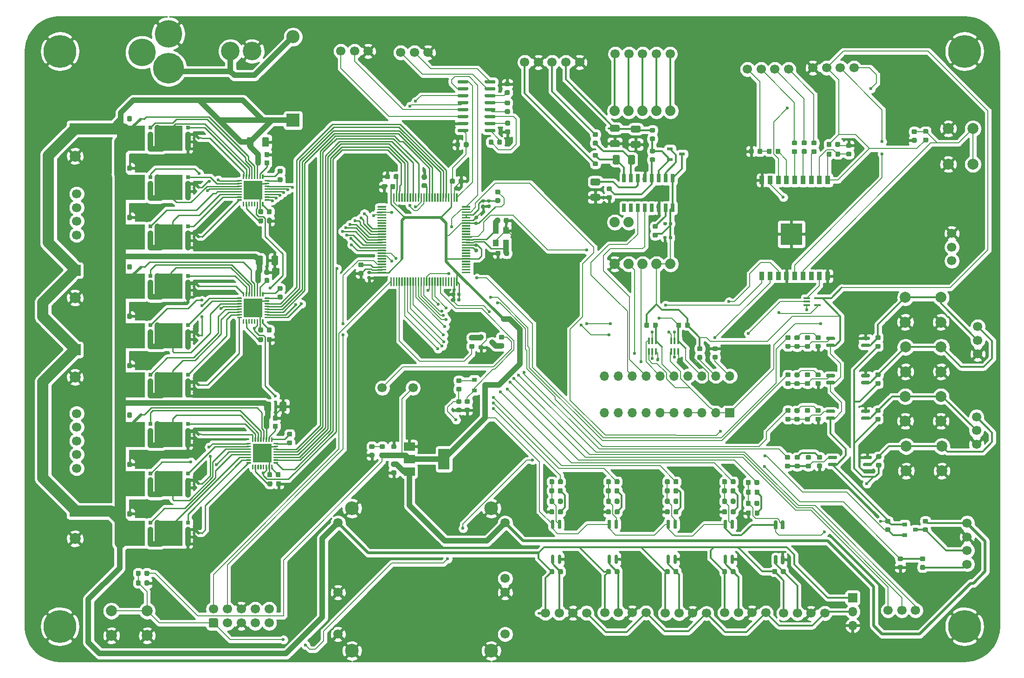
<source format=gbr>
%TF.GenerationSoftware,KiCad,Pcbnew,(5.1.6)-1*%
%TF.CreationDate,2021-03-23T13:45:05+09:00*%
%TF.ProjectId,FIG_DISPENSER_v1.0,4649475f-4449-4535-9045-4e5345525f76,rev?*%
%TF.SameCoordinates,Original*%
%TF.FileFunction,Copper,L1,Top*%
%TF.FilePolarity,Positive*%
%FSLAX46Y46*%
G04 Gerber Fmt 4.6, Leading zero omitted, Abs format (unit mm)*
G04 Created by KiCad (PCBNEW (5.1.6)-1) date 2021-03-23 13:45:05*
%MOMM*%
%LPD*%
G01*
G04 APERTURE LIST*
%TA.AperFunction,EtchedComponent*%
%ADD10C,0.100000*%
%TD*%
%TA.AperFunction,ComponentPad*%
%ADD11C,3.400000*%
%TD*%
%TA.AperFunction,ComponentPad*%
%ADD12C,3.000000*%
%TD*%
%TA.AperFunction,ComponentPad*%
%ADD13C,1.700000*%
%TD*%
%TA.AperFunction,ComponentPad*%
%ADD14C,2.000000*%
%TD*%
%TA.AperFunction,ComponentPad*%
%ADD15R,2.000000X2.000000*%
%TD*%
%TA.AperFunction,ComponentPad*%
%ADD16O,1.700000X1.700000*%
%TD*%
%TA.AperFunction,ComponentPad*%
%ADD17R,1.700000X1.700000*%
%TD*%
%TA.AperFunction,Conductor*%
%ADD18C,0.250000*%
%TD*%
%TA.AperFunction,SMDPad,CuDef*%
%ADD19R,4.320000X4.560000*%
%TD*%
%TA.AperFunction,SMDPad,CuDef*%
%ADD20R,0.680000X0.700000*%
%TD*%
%TA.AperFunction,SMDPad,CuDef*%
%ADD21R,0.800000X0.700000*%
%TD*%
%TA.AperFunction,SMDPad,CuDef*%
%ADD22C,0.100000*%
%TD*%
%TA.AperFunction,SMDPad,CuDef*%
%ADD23R,3.450000X3.450000*%
%TD*%
%TA.AperFunction,SMDPad,CuDef*%
%ADD24R,1.050000X1.300000*%
%TD*%
%TA.AperFunction,SMDPad,CuDef*%
%ADD25R,2.000000X1.500000*%
%TD*%
%TA.AperFunction,SMDPad,CuDef*%
%ADD26R,2.000000X3.800000*%
%TD*%
%TA.AperFunction,ComponentPad*%
%ADD27O,2.400000X2.400000*%
%TD*%
%TA.AperFunction,ComponentPad*%
%ADD28R,2.400000X2.400000*%
%TD*%
%TA.AperFunction,ComponentPad*%
%ADD29C,6.000000*%
%TD*%
%TA.AperFunction,ComponentPad*%
%ADD30C,0.800000*%
%TD*%
%TA.AperFunction,SMDPad,CuDef*%
%ADD31R,0.900000X0.800000*%
%TD*%
%TA.AperFunction,SMDPad,CuDef*%
%ADD32R,1.100000X0.600000*%
%TD*%
%TA.AperFunction,SMDPad,CuDef*%
%ADD33R,0.900000X1.500000*%
%TD*%
%TA.AperFunction,SMDPad,CuDef*%
%ADD34R,4.000000X4.000000*%
%TD*%
%TA.AperFunction,SMDPad,CuDef*%
%ADD35R,0.400000X1.200000*%
%TD*%
%TA.AperFunction,SMDPad,CuDef*%
%ADD36R,0.700000X1.525000*%
%TD*%
%TA.AperFunction,ComponentPad*%
%ADD37C,2.500000*%
%TD*%
%TA.AperFunction,SMDPad,CuDef*%
%ADD38R,1.200000X0.400000*%
%TD*%
%TA.AperFunction,ComponentPad*%
%ADD39C,1.879600*%
%TD*%
%TA.AperFunction,ComponentPad*%
%ADD40C,5.604000*%
%TD*%
%TA.AperFunction,ComponentPad*%
%ADD41C,5.028000*%
%TD*%
%TA.AperFunction,ViaPad*%
%ADD42C,0.600000*%
%TD*%
%TA.AperFunction,ViaPad*%
%ADD43C,0.700000*%
%TD*%
%TA.AperFunction,Conductor*%
%ADD44C,0.250000*%
%TD*%
%TA.AperFunction,Conductor*%
%ADD45C,1.000000*%
%TD*%
%TA.AperFunction,Conductor*%
%ADD46C,0.500000*%
%TD*%
%TA.AperFunction,Conductor*%
%ADD47C,0.200000*%
%TD*%
%TA.AperFunction,Conductor*%
%ADD48C,0.300000*%
%TD*%
%TA.AperFunction,Conductor*%
%ADD49C,2.000000*%
%TD*%
%TA.AperFunction,Conductor*%
%ADD50C,0.400000*%
%TD*%
%TA.AperFunction,Conductor*%
%ADD51C,0.254000*%
%TD*%
G04 APERTURE END LIST*
D10*
%TO.C,NT9*%
G36*
X65909000Y-100082000D02*
G01*
X65309000Y-100082000D01*
X65309000Y-99832000D01*
X65909000Y-99832000D01*
X65909000Y-100082000D01*
G37*
%TO.C,NT11*%
G36*
X65909000Y-73031000D02*
G01*
X65309000Y-73031000D01*
X65309000Y-72781000D01*
X65909000Y-72781000D01*
X65909000Y-73031000D01*
G37*
%TO.C,NT5*%
G36*
X55325000Y-42486000D02*
G01*
X54725000Y-42486000D01*
X54725000Y-42236000D01*
X55325000Y-42236000D01*
X55325000Y-42486000D01*
G37*
%TO.C,NT12*%
G36*
X65909000Y-118116000D02*
G01*
X65309000Y-118116000D01*
X65309000Y-117866000D01*
X65909000Y-117866000D01*
X65909000Y-118116000D01*
G37*
%TO.C,NT3*%
G36*
X65909000Y-54997000D02*
G01*
X65309000Y-54997000D01*
X65309000Y-54747000D01*
X65909000Y-54747000D01*
X65909000Y-54997000D01*
G37*
%TO.C,NT7*%
G36*
X55425000Y-96486000D02*
G01*
X54825000Y-96486000D01*
X54825000Y-96236000D01*
X55425000Y-96236000D01*
X55425000Y-96486000D01*
G37*
%TO.C,NT8*%
G36*
X65909000Y-64014000D02*
G01*
X65309000Y-64014000D01*
X65309000Y-63764000D01*
X65909000Y-63764000D01*
X65909000Y-64014000D01*
G37*
%TO.C,NT2*%
G36*
X65909000Y-82048000D02*
G01*
X65309000Y-82048000D01*
X65309000Y-81798000D01*
X65909000Y-81798000D01*
X65909000Y-82048000D01*
G37*
%TO.C,NT1*%
G36*
X65909000Y-45980000D02*
G01*
X65309000Y-45980000D01*
X65309000Y-45730000D01*
X65909000Y-45730000D01*
X65909000Y-45980000D01*
G37*
%TO.C,NT4*%
G36*
X65909000Y-91065000D02*
G01*
X65309000Y-91065000D01*
X65309000Y-90815000D01*
X65909000Y-90815000D01*
X65909000Y-91065000D01*
G37*
%TO.C,NT6*%
G36*
X55425000Y-69486000D02*
G01*
X54825000Y-69486000D01*
X54825000Y-69236000D01*
X55425000Y-69236000D01*
X55425000Y-69486000D01*
G37*
%TO.C,NT10*%
G36*
X65909000Y-109099000D02*
G01*
X65309000Y-109099000D01*
X65309000Y-108849000D01*
X65909000Y-108849000D01*
X65909000Y-109099000D01*
G37*
%TD*%
D11*
%TO.P,J22,2*%
%TO.N,GND*%
X75080000Y-29975000D03*
%TO.P,J22,1*%
%TO.N,/~12V*%
X71120000Y-29975000D03*
%TD*%
D12*
%TO.P,J5,1*%
%TO.N,GND*%
X75355000Y-55261000D03*
%TD*%
%TO.P,J8,1*%
%TO.N,/SHG*%
X60587500Y-99957000D03*
%TD*%
%TO.P,J9,1*%
%TO.N,/SHC*%
X60587500Y-63889000D03*
%TD*%
%TO.P,J7,1*%
%TO.N,GND*%
X77005000Y-103403000D03*
%TD*%
%TO.P,J11,1*%
%TO.N,/SHD*%
X60265000Y-72911000D03*
%TD*%
D13*
%TO.P,J17,1*%
%TO.N,/SHA*%
X43059000Y-56031000D03*
%TO.P,J17,2*%
%TO.N,/SHB*%
X43059000Y-58531000D03*
%TO.P,J17,3*%
%TO.N,/SHC*%
X43059000Y-61031000D03*
%TO.P,J17,4*%
%TO.N,/SHD*%
X43059000Y-63531000D03*
%TD*%
%TO.P,J16,4*%
%TO.N,/SSM*%
X168770000Y-132495000D03*
%TO.P,J16,3*%
%TO.N,GND*%
X166270000Y-132495000D03*
%TO.P,J16,2*%
%TO.N,Net-(J16-Pad2)*%
X163770000Y-132495000D03*
%TO.P,J16,1*%
%TO.N,/12V*%
X161270000Y-132495000D03*
%TD*%
D12*
%TO.P,J10,1*%
%TO.N,/SHH*%
X60587500Y-108974000D03*
%TD*%
D13*
%TO.P,J15,1*%
%TO.N,/12V*%
X150440000Y-132595000D03*
%TO.P,J15,2*%
%TO.N,Net-(J15-Pad2)*%
X152940000Y-132595000D03*
%TO.P,J15,3*%
%TO.N,GND*%
X155440000Y-132595000D03*
%TO.P,J15,4*%
%TO.N,/SSM*%
X157940000Y-132595000D03*
%TD*%
%TO.P,J14,1*%
%TO.N,/12V*%
X139400000Y-132495000D03*
%TO.P,J14,2*%
%TO.N,Net-(J14-Pad2)*%
X141900000Y-132495000D03*
%TO.P,J14,3*%
%TO.N,GND*%
X144400000Y-132495000D03*
%TO.P,J14,4*%
%TO.N,/SSM*%
X146900000Y-132495000D03*
%TD*%
%TO.P,J13,4*%
%TO.N,/SSM*%
X136070000Y-132541000D03*
%TO.P,J13,3*%
%TO.N,GND*%
X133570000Y-132541000D03*
%TO.P,J13,2*%
%TO.N,Net-(J13-Pad2)*%
X131070000Y-132541000D03*
%TO.P,J13,1*%
%TO.N,/12V*%
X128570000Y-132541000D03*
%TD*%
D12*
%TO.P,J6,1*%
%TO.N,GND*%
X75155000Y-76887000D03*
%TD*%
%TO.P,J12,1*%
%TO.N,/SHI*%
X60587500Y-117991000D03*
%TD*%
D13*
%TO.P,J19,4*%
%TO.N,/SHH*%
X43059000Y-103621000D03*
%TO.P,J19,3*%
%TO.N,/SHG*%
X43059000Y-101121000D03*
%TO.P,J19,2*%
%TO.N,/SHF*%
X43059000Y-98621000D03*
%TO.P,J19,1*%
%TO.N,/SHE*%
X43059000Y-96121000D03*
%TO.P,J19,5*%
%TO.N,/SHI*%
X43059000Y-106121000D03*
%TD*%
D12*
%TO.P,J4,1*%
%TO.N,/SHF*%
X60587500Y-90813000D03*
%TD*%
%TO.P,C4,2*%
%TO.N,GND*%
%TA.AperFunction,SMDPad,CuDef*%
G36*
G01*
X52268500Y-42555250D02*
X52268500Y-42042750D01*
G75*
G02*
X52487250Y-41824000I218750J0D01*
G01*
X52924750Y-41824000D01*
G75*
G02*
X53143500Y-42042750I0J-218750D01*
G01*
X53143500Y-42555250D01*
G75*
G02*
X52924750Y-42774000I-218750J0D01*
G01*
X52487250Y-42774000D01*
G75*
G02*
X52268500Y-42555250I0J218750D01*
G01*
G37*
%TD.AperFunction*%
%TO.P,C4,1*%
%TO.N,/12V*%
%TA.AperFunction,SMDPad,CuDef*%
G36*
G01*
X50693500Y-42555250D02*
X50693500Y-42042750D01*
G75*
G02*
X50912250Y-41824000I218750J0D01*
G01*
X51349750Y-41824000D01*
G75*
G02*
X51568500Y-42042750I0J-218750D01*
G01*
X51568500Y-42555250D01*
G75*
G02*
X51349750Y-42774000I-218750J0D01*
G01*
X50912250Y-42774000D01*
G75*
G02*
X50693500Y-42555250I0J218750D01*
G01*
G37*
%TD.AperFunction*%
%TD*%
%TO.P,C28,2*%
%TO.N,Net-(C28-Pad2)*%
%TA.AperFunction,SMDPad,CuDef*%
G36*
G01*
X120277500Y-60619750D02*
X120277500Y-61132250D01*
G75*
G02*
X120058750Y-61351000I-218750J0D01*
G01*
X119621250Y-61351000D01*
G75*
G02*
X119402500Y-61132250I0J218750D01*
G01*
X119402500Y-60619750D01*
G75*
G02*
X119621250Y-60401000I218750J0D01*
G01*
X120058750Y-60401000D01*
G75*
G02*
X120277500Y-60619750I0J-218750D01*
G01*
G37*
%TD.AperFunction*%
%TO.P,C28,1*%
%TO.N,GND*%
%TA.AperFunction,SMDPad,CuDef*%
G36*
G01*
X121852500Y-60619750D02*
X121852500Y-61132250D01*
G75*
G02*
X121633750Y-61351000I-218750J0D01*
G01*
X121196250Y-61351000D01*
G75*
G02*
X120977500Y-61132250I0J218750D01*
G01*
X120977500Y-60619750D01*
G75*
G02*
X121196250Y-60401000I218750J0D01*
G01*
X121633750Y-60401000D01*
G75*
G02*
X121852500Y-60619750I0J-218750D01*
G01*
G37*
%TD.AperFunction*%
%TD*%
%TO.P,C23,1*%
%TO.N,/12V*%
%TA.AperFunction,SMDPad,CuDef*%
G36*
G01*
X50693500Y-69606250D02*
X50693500Y-69093750D01*
G75*
G02*
X50912250Y-68875000I218750J0D01*
G01*
X51349750Y-68875000D01*
G75*
G02*
X51568500Y-69093750I0J-218750D01*
G01*
X51568500Y-69606250D01*
G75*
G02*
X51349750Y-69825000I-218750J0D01*
G01*
X50912250Y-69825000D01*
G75*
G02*
X50693500Y-69606250I0J218750D01*
G01*
G37*
%TD.AperFunction*%
%TO.P,C23,2*%
%TO.N,GND*%
%TA.AperFunction,SMDPad,CuDef*%
G36*
G01*
X52268500Y-69606250D02*
X52268500Y-69093750D01*
G75*
G02*
X52487250Y-68875000I218750J0D01*
G01*
X52924750Y-68875000D01*
G75*
G02*
X53143500Y-69093750I0J-218750D01*
G01*
X53143500Y-69606250D01*
G75*
G02*
X52924750Y-69825000I-218750J0D01*
G01*
X52487250Y-69825000D01*
G75*
G02*
X52268500Y-69606250I0J218750D01*
G01*
G37*
%TD.AperFunction*%
%TD*%
D14*
%TO.P,C30,2*%
%TO.N,GND*%
X42759000Y-118971000D03*
D15*
%TO.P,C30,1*%
%TO.N,/12V*%
X42759000Y-113971000D03*
%TD*%
%TO.P,C36,2*%
%TO.N,GND*%
%TA.AperFunction,SMDPad,CuDef*%
G36*
G01*
X112122000Y-75203500D02*
X112122000Y-75548500D01*
G75*
G02*
X111974500Y-75696000I-147500J0D01*
G01*
X111679500Y-75696000D01*
G75*
G02*
X111532000Y-75548500I0J147500D01*
G01*
X111532000Y-75203500D01*
G75*
G02*
X111679500Y-75056000I147500J0D01*
G01*
X111974500Y-75056000D01*
G75*
G02*
X112122000Y-75203500I0J-147500D01*
G01*
G37*
%TD.AperFunction*%
%TO.P,C36,1*%
%TO.N,/3V3*%
%TA.AperFunction,SMDPad,CuDef*%
G36*
G01*
X113092000Y-75203500D02*
X113092000Y-75548500D01*
G75*
G02*
X112944500Y-75696000I-147500J0D01*
G01*
X112649500Y-75696000D01*
G75*
G02*
X112502000Y-75548500I0J147500D01*
G01*
X112502000Y-75203500D01*
G75*
G02*
X112649500Y-75056000I147500J0D01*
G01*
X112944500Y-75056000D01*
G75*
G02*
X113092000Y-75203500I0J-147500D01*
G01*
G37*
%TD.AperFunction*%
%TD*%
%TO.P,C35,2*%
%TO.N,GND*%
%TA.AperFunction,SMDPad,CuDef*%
G36*
G01*
X100195000Y-52609750D02*
X100195000Y-53122250D01*
G75*
G02*
X99976250Y-53341000I-218750J0D01*
G01*
X99538750Y-53341000D01*
G75*
G02*
X99320000Y-53122250I0J218750D01*
G01*
X99320000Y-52609750D01*
G75*
G02*
X99538750Y-52391000I218750J0D01*
G01*
X99976250Y-52391000D01*
G75*
G02*
X100195000Y-52609750I0J-218750D01*
G01*
G37*
%TD.AperFunction*%
%TO.P,C35,1*%
%TO.N,Net-(C35-Pad1)*%
%TA.AperFunction,SMDPad,CuDef*%
G36*
G01*
X101770000Y-52609750D02*
X101770000Y-53122250D01*
G75*
G02*
X101551250Y-53341000I-218750J0D01*
G01*
X101113750Y-53341000D01*
G75*
G02*
X100895000Y-53122250I0J218750D01*
G01*
X100895000Y-52609750D01*
G75*
G02*
X101113750Y-52391000I218750J0D01*
G01*
X101551250Y-52391000D01*
G75*
G02*
X101770000Y-52609750I0J-218750D01*
G01*
G37*
%TD.AperFunction*%
%TD*%
%TO.P,C37,1*%
%TO.N,/12V*%
X42759000Y-84491000D03*
D14*
%TO.P,C37,2*%
%TO.N,GND*%
X42759000Y-89491000D03*
%TD*%
%TO.P,C38,1*%
%TO.N,/3V3*%
%TA.AperFunction,SMDPad,CuDef*%
G36*
G01*
X113092000Y-74203500D02*
X113092000Y-74548500D01*
G75*
G02*
X112944500Y-74696000I-147500J0D01*
G01*
X112649500Y-74696000D01*
G75*
G02*
X112502000Y-74548500I0J147500D01*
G01*
X112502000Y-74203500D01*
G75*
G02*
X112649500Y-74056000I147500J0D01*
G01*
X112944500Y-74056000D01*
G75*
G02*
X113092000Y-74203500I0J-147500D01*
G01*
G37*
%TD.AperFunction*%
%TO.P,C38,2*%
%TO.N,GND*%
%TA.AperFunction,SMDPad,CuDef*%
G36*
G01*
X112122000Y-74203500D02*
X112122000Y-74548500D01*
G75*
G02*
X111974500Y-74696000I-147500J0D01*
G01*
X111679500Y-74696000D01*
G75*
G02*
X111532000Y-74548500I0J147500D01*
G01*
X111532000Y-74203500D01*
G75*
G02*
X111679500Y-74056000I147500J0D01*
G01*
X111974500Y-74056000D01*
G75*
G02*
X112122000Y-74203500I0J-147500D01*
G01*
G37*
%TD.AperFunction*%
%TD*%
%TO.P,C24,1*%
%TO.N,/12V*%
%TA.AperFunction,SMDPad,CuDef*%
G36*
G01*
X50693500Y-114691250D02*
X50693500Y-114178750D01*
G75*
G02*
X50912250Y-113960000I218750J0D01*
G01*
X51349750Y-113960000D01*
G75*
G02*
X51568500Y-114178750I0J-218750D01*
G01*
X51568500Y-114691250D01*
G75*
G02*
X51349750Y-114910000I-218750J0D01*
G01*
X50912250Y-114910000D01*
G75*
G02*
X50693500Y-114691250I0J218750D01*
G01*
G37*
%TD.AperFunction*%
%TO.P,C24,2*%
%TO.N,GND*%
%TA.AperFunction,SMDPad,CuDef*%
G36*
G01*
X52268500Y-114691250D02*
X52268500Y-114178750D01*
G75*
G02*
X52487250Y-113960000I218750J0D01*
G01*
X52924750Y-113960000D01*
G75*
G02*
X53143500Y-114178750I0J-218750D01*
G01*
X53143500Y-114691250D01*
G75*
G02*
X52924750Y-114910000I-218750J0D01*
G01*
X52487250Y-114910000D01*
G75*
G02*
X52268500Y-114691250I0J218750D01*
G01*
G37*
%TD.AperFunction*%
%TD*%
%TO.P,C27,1*%
%TO.N,Net-(C27-Pad1)*%
%TA.AperFunction,SMDPad,CuDef*%
G36*
G01*
X121927500Y-66619750D02*
X121927500Y-67132250D01*
G75*
G02*
X121708750Y-67351000I-218750J0D01*
G01*
X121271250Y-67351000D01*
G75*
G02*
X121052500Y-67132250I0J218750D01*
G01*
X121052500Y-66619750D01*
G75*
G02*
X121271250Y-66401000I218750J0D01*
G01*
X121708750Y-66401000D01*
G75*
G02*
X121927500Y-66619750I0J-218750D01*
G01*
G37*
%TD.AperFunction*%
%TO.P,C27,2*%
%TO.N,GND*%
%TA.AperFunction,SMDPad,CuDef*%
G36*
G01*
X120352500Y-66619750D02*
X120352500Y-67132250D01*
G75*
G02*
X120133750Y-67351000I-218750J0D01*
G01*
X119696250Y-67351000D01*
G75*
G02*
X119477500Y-67132250I0J218750D01*
G01*
X119477500Y-66619750D01*
G75*
G02*
X119696250Y-66401000I218750J0D01*
G01*
X120133750Y-66401000D01*
G75*
G02*
X120352500Y-66619750I0J-218750D01*
G01*
G37*
%TD.AperFunction*%
%TD*%
%TO.P,C34,1*%
%TO.N,/3V3*%
%TA.AperFunction,SMDPad,CuDef*%
G36*
G01*
X115742500Y-65096000D02*
X116087500Y-65096000D01*
G75*
G02*
X116235000Y-65243500I0J-147500D01*
G01*
X116235000Y-65538500D01*
G75*
G02*
X116087500Y-65686000I-147500J0D01*
G01*
X115742500Y-65686000D01*
G75*
G02*
X115595000Y-65538500I0J147500D01*
G01*
X115595000Y-65243500D01*
G75*
G02*
X115742500Y-65096000I147500J0D01*
G01*
G37*
%TD.AperFunction*%
%TO.P,C34,2*%
%TO.N,GND*%
%TA.AperFunction,SMDPad,CuDef*%
G36*
G01*
X115742500Y-66066000D02*
X116087500Y-66066000D01*
G75*
G02*
X116235000Y-66213500I0J-147500D01*
G01*
X116235000Y-66508500D01*
G75*
G02*
X116087500Y-66656000I-147500J0D01*
G01*
X115742500Y-66656000D01*
G75*
G02*
X115595000Y-66508500I0J147500D01*
G01*
X115595000Y-66213500D01*
G75*
G02*
X115742500Y-66066000I147500J0D01*
G01*
G37*
%TD.AperFunction*%
%TD*%
%TO.P,C39,2*%
%TO.N,GND*%
%TA.AperFunction,SMDPad,CuDef*%
G36*
G01*
X96242500Y-71066000D02*
X96587500Y-71066000D01*
G75*
G02*
X96735000Y-71213500I0J-147500D01*
G01*
X96735000Y-71508500D01*
G75*
G02*
X96587500Y-71656000I-147500J0D01*
G01*
X96242500Y-71656000D01*
G75*
G02*
X96095000Y-71508500I0J147500D01*
G01*
X96095000Y-71213500D01*
G75*
G02*
X96242500Y-71066000I147500J0D01*
G01*
G37*
%TD.AperFunction*%
%TO.P,C39,1*%
%TO.N,/3V3*%
%TA.AperFunction,SMDPad,CuDef*%
G36*
G01*
X96242500Y-70096000D02*
X96587500Y-70096000D01*
G75*
G02*
X96735000Y-70243500I0J-147500D01*
G01*
X96735000Y-70538500D01*
G75*
G02*
X96587500Y-70686000I-147500J0D01*
G01*
X96242500Y-70686000D01*
G75*
G02*
X96095000Y-70538500I0J147500D01*
G01*
X96095000Y-70243500D01*
G75*
G02*
X96242500Y-70096000I147500J0D01*
G01*
G37*
%TD.AperFunction*%
%TD*%
%TO.P,C32,1*%
%TO.N,Net-(C32-Pad1)*%
%TA.AperFunction,SMDPad,CuDef*%
G36*
G01*
X94658750Y-68541000D02*
X95171250Y-68541000D01*
G75*
G02*
X95390000Y-68759750I0J-218750D01*
G01*
X95390000Y-69197250D01*
G75*
G02*
X95171250Y-69416000I-218750J0D01*
G01*
X94658750Y-69416000D01*
G75*
G02*
X94440000Y-69197250I0J218750D01*
G01*
X94440000Y-68759750D01*
G75*
G02*
X94658750Y-68541000I218750J0D01*
G01*
G37*
%TD.AperFunction*%
%TO.P,C32,2*%
%TO.N,GND*%
%TA.AperFunction,SMDPad,CuDef*%
G36*
G01*
X94658750Y-70116000D02*
X95171250Y-70116000D01*
G75*
G02*
X95390000Y-70334750I0J-218750D01*
G01*
X95390000Y-70772250D01*
G75*
G02*
X95171250Y-70991000I-218750J0D01*
G01*
X94658750Y-70991000D01*
G75*
G02*
X94440000Y-70772250I0J218750D01*
G01*
X94440000Y-70334750D01*
G75*
G02*
X94658750Y-70116000I218750J0D01*
G01*
G37*
%TD.AperFunction*%
%TD*%
%TO.P,C31,2*%
%TO.N,GND*%
%TA.AperFunction,SMDPad,CuDef*%
G36*
G01*
X116087500Y-60701000D02*
X115742500Y-60701000D01*
G75*
G02*
X115595000Y-60553500I0J147500D01*
G01*
X115595000Y-60258500D01*
G75*
G02*
X115742500Y-60111000I147500J0D01*
G01*
X116087500Y-60111000D01*
G75*
G02*
X116235000Y-60258500I0J-147500D01*
G01*
X116235000Y-60553500D01*
G75*
G02*
X116087500Y-60701000I-147500J0D01*
G01*
G37*
%TD.AperFunction*%
%TO.P,C31,1*%
%TO.N,/3V3*%
%TA.AperFunction,SMDPad,CuDef*%
G36*
G01*
X116087500Y-61671000D02*
X115742500Y-61671000D01*
G75*
G02*
X115595000Y-61523500I0J147500D01*
G01*
X115595000Y-61228500D01*
G75*
G02*
X115742500Y-61081000I147500J0D01*
G01*
X116087500Y-61081000D01*
G75*
G02*
X116235000Y-61228500I0J-147500D01*
G01*
X116235000Y-61523500D01*
G75*
G02*
X116087500Y-61671000I-147500J0D01*
G01*
G37*
%TD.AperFunction*%
%TD*%
D15*
%TO.P,C33,1*%
%TO.N,/12V*%
X42759000Y-69991000D03*
D14*
%TO.P,C33,2*%
%TO.N,GND*%
X42759000Y-74991000D03*
%TD*%
D15*
%TO.P,C25,1*%
%TO.N,/12V*%
X42759000Y-44131000D03*
D14*
%TO.P,C25,2*%
%TO.N,GND*%
X42759000Y-49131000D03*
%TD*%
%TO.P,R18,1*%
%TO.N,Net-(D3-Pad2)*%
%TA.AperFunction,SMDPad,CuDef*%
G36*
G01*
X150365000Y-108841250D02*
X150365000Y-108328750D01*
G75*
G02*
X150583750Y-108110000I218750J0D01*
G01*
X151021250Y-108110000D01*
G75*
G02*
X151240000Y-108328750I0J-218750D01*
G01*
X151240000Y-108841250D01*
G75*
G02*
X151021250Y-109060000I-218750J0D01*
G01*
X150583750Y-109060000D01*
G75*
G02*
X150365000Y-108841250I0J218750D01*
G01*
G37*
%TD.AperFunction*%
%TO.P,R18,2*%
%TO.N,/SI3*%
%TA.AperFunction,SMDPad,CuDef*%
G36*
G01*
X151940000Y-108841250D02*
X151940000Y-108328750D01*
G75*
G02*
X152158750Y-108110000I218750J0D01*
G01*
X152596250Y-108110000D01*
G75*
G02*
X152815000Y-108328750I0J-218750D01*
G01*
X152815000Y-108841250D01*
G75*
G02*
X152596250Y-109060000I-218750J0D01*
G01*
X152158750Y-109060000D01*
G75*
G02*
X151940000Y-108841250I0J218750D01*
G01*
G37*
%TD.AperFunction*%
%TD*%
%TO.P,R16,1*%
%TO.N,Net-(D1-Pad2)*%
%TA.AperFunction,SMDPad,CuDef*%
G36*
G01*
X129295000Y-108841250D02*
X129295000Y-108328750D01*
G75*
G02*
X129513750Y-108110000I218750J0D01*
G01*
X129951250Y-108110000D01*
G75*
G02*
X130170000Y-108328750I0J-218750D01*
G01*
X130170000Y-108841250D01*
G75*
G02*
X129951250Y-109060000I-218750J0D01*
G01*
X129513750Y-109060000D01*
G75*
G02*
X129295000Y-108841250I0J218750D01*
G01*
G37*
%TD.AperFunction*%
%TO.P,R16,2*%
%TO.N,/SI1*%
%TA.AperFunction,SMDPad,CuDef*%
G36*
G01*
X130870000Y-108841250D02*
X130870000Y-108328750D01*
G75*
G02*
X131088750Y-108110000I218750J0D01*
G01*
X131526250Y-108110000D01*
G75*
G02*
X131745000Y-108328750I0J-218750D01*
G01*
X131745000Y-108841250D01*
G75*
G02*
X131526250Y-109060000I-218750J0D01*
G01*
X131088750Y-109060000D01*
G75*
G02*
X130870000Y-108841250I0J218750D01*
G01*
G37*
%TD.AperFunction*%
%TD*%
%TO.P,R25,1*%
%TO.N,Net-(D7-Pad2)*%
%TA.AperFunction,SMDPad,CuDef*%
G36*
G01*
X176623250Y-97586001D02*
X176110750Y-97586001D01*
G75*
G02*
X175892000Y-97367251I0J218750D01*
G01*
X175892000Y-96929751D01*
G75*
G02*
X176110750Y-96711001I218750J0D01*
G01*
X176623250Y-96711001D01*
G75*
G02*
X176842000Y-96929751I0J-218750D01*
G01*
X176842000Y-97367251D01*
G75*
G02*
X176623250Y-97586001I-218750J0D01*
G01*
G37*
%TD.AperFunction*%
%TO.P,R25,2*%
%TO.N,GND*%
%TA.AperFunction,SMDPad,CuDef*%
G36*
G01*
X176623250Y-96011001D02*
X176110750Y-96011001D01*
G75*
G02*
X175892000Y-95792251I0J218750D01*
G01*
X175892000Y-95354751D01*
G75*
G02*
X176110750Y-95136001I218750J0D01*
G01*
X176623250Y-95136001D01*
G75*
G02*
X176842000Y-95354751I0J-218750D01*
G01*
X176842000Y-95792251D01*
G75*
G02*
X176623250Y-96011001I-218750J0D01*
G01*
G37*
%TD.AperFunction*%
%TD*%
%TO.P,R14,1*%
%TO.N,Net-(D3-Pad1)*%
%TA.AperFunction,SMDPad,CuDef*%
G36*
G01*
X152815000Y-113828750D02*
X152815000Y-114341250D01*
G75*
G02*
X152596250Y-114560000I-218750J0D01*
G01*
X152158750Y-114560000D01*
G75*
G02*
X151940000Y-114341250I0J218750D01*
G01*
X151940000Y-113828750D01*
G75*
G02*
X152158750Y-113610000I218750J0D01*
G01*
X152596250Y-113610000D01*
G75*
G02*
X152815000Y-113828750I0J-218750D01*
G01*
G37*
%TD.AperFunction*%
%TO.P,R14,2*%
%TO.N,GND*%
%TA.AperFunction,SMDPad,CuDef*%
G36*
G01*
X151240000Y-113828750D02*
X151240000Y-114341250D01*
G75*
G02*
X151021250Y-114560000I-218750J0D01*
G01*
X150583750Y-114560000D01*
G75*
G02*
X150365000Y-114341250I0J218750D01*
G01*
X150365000Y-113828750D01*
G75*
G02*
X150583750Y-113610000I218750J0D01*
G01*
X151021250Y-113610000D01*
G75*
G02*
X151240000Y-113828750I0J-218750D01*
G01*
G37*
%TD.AperFunction*%
%TD*%
%TO.P,R4,2*%
%TO.N,Net-(J13-Pad2)*%
%TA.AperFunction,SMDPad,CuDef*%
G36*
G01*
X130870000Y-125261250D02*
X130870000Y-124748750D01*
G75*
G02*
X131088750Y-124530000I218750J0D01*
G01*
X131526250Y-124530000D01*
G75*
G02*
X131745000Y-124748750I0J-218750D01*
G01*
X131745000Y-125261250D01*
G75*
G02*
X131526250Y-125480000I-218750J0D01*
G01*
X131088750Y-125480000D01*
G75*
G02*
X130870000Y-125261250I0J218750D01*
G01*
G37*
%TD.AperFunction*%
%TO.P,R4,1*%
%TO.N,/12V*%
%TA.AperFunction,SMDPad,CuDef*%
G36*
G01*
X129295000Y-125261250D02*
X129295000Y-124748750D01*
G75*
G02*
X129513750Y-124530000I218750J0D01*
G01*
X129951250Y-124530000D01*
G75*
G02*
X130170000Y-124748750I0J-218750D01*
G01*
X130170000Y-125261250D01*
G75*
G02*
X129951250Y-125480000I-218750J0D01*
G01*
X129513750Y-125480000D01*
G75*
G02*
X129295000Y-125261250I0J218750D01*
G01*
G37*
%TD.AperFunction*%
%TD*%
%TO.P,R17,1*%
%TO.N,Net-(D2-Pad2)*%
%TA.AperFunction,SMDPad,CuDef*%
G36*
G01*
X139625000Y-108841250D02*
X139625000Y-108328750D01*
G75*
G02*
X139843750Y-108110000I218750J0D01*
G01*
X140281250Y-108110000D01*
G75*
G02*
X140500000Y-108328750I0J-218750D01*
G01*
X140500000Y-108841250D01*
G75*
G02*
X140281250Y-109060000I-218750J0D01*
G01*
X139843750Y-109060000D01*
G75*
G02*
X139625000Y-108841250I0J218750D01*
G01*
G37*
%TD.AperFunction*%
%TO.P,R17,2*%
%TO.N,/SI2*%
%TA.AperFunction,SMDPad,CuDef*%
G36*
G01*
X141200000Y-108841250D02*
X141200000Y-108328750D01*
G75*
G02*
X141418750Y-108110000I218750J0D01*
G01*
X141856250Y-108110000D01*
G75*
G02*
X142075000Y-108328750I0J-218750D01*
G01*
X142075000Y-108841250D01*
G75*
G02*
X141856250Y-109060000I-218750J0D01*
G01*
X141418750Y-109060000D01*
G75*
G02*
X141200000Y-108841250I0J218750D01*
G01*
G37*
%TD.AperFunction*%
%TD*%
%TO.P,R32,1*%
%TO.N,Net-(Q19-Pad1)*%
%TA.AperFunction,SMDPad,CuDef*%
G36*
G01*
X114883750Y-81861000D02*
X115396250Y-81861000D01*
G75*
G02*
X115615000Y-82079750I0J-218750D01*
G01*
X115615000Y-82517250D01*
G75*
G02*
X115396250Y-82736000I-218750J0D01*
G01*
X114883750Y-82736000D01*
G75*
G02*
X114665000Y-82517250I0J218750D01*
G01*
X114665000Y-82079750D01*
G75*
G02*
X114883750Y-81861000I218750J0D01*
G01*
G37*
%TD.AperFunction*%
%TO.P,R32,2*%
%TO.N,/BUZZ*%
%TA.AperFunction,SMDPad,CuDef*%
G36*
G01*
X114883750Y-83436000D02*
X115396250Y-83436000D01*
G75*
G02*
X115615000Y-83654750I0J-218750D01*
G01*
X115615000Y-84092250D01*
G75*
G02*
X115396250Y-84311000I-218750J0D01*
G01*
X114883750Y-84311000D01*
G75*
G02*
X114665000Y-84092250I0J218750D01*
G01*
X114665000Y-83654750D01*
G75*
G02*
X114883750Y-83436000I218750J0D01*
G01*
G37*
%TD.AperFunction*%
%TD*%
%TO.P,R33,2*%
%TO.N,Net-(Q19-Pad3)*%
%TA.AperFunction,SMDPad,CuDef*%
G36*
G01*
X120303750Y-83326000D02*
X120816250Y-83326000D01*
G75*
G02*
X121035000Y-83544750I0J-218750D01*
G01*
X121035000Y-83982250D01*
G75*
G02*
X120816250Y-84201000I-218750J0D01*
G01*
X120303750Y-84201000D01*
G75*
G02*
X120085000Y-83982250I0J218750D01*
G01*
X120085000Y-83544750D01*
G75*
G02*
X120303750Y-83326000I218750J0D01*
G01*
G37*
%TD.AperFunction*%
%TO.P,R33,1*%
%TO.N,Net-(BZ1-Pad2)*%
%TA.AperFunction,SMDPad,CuDef*%
G36*
G01*
X120303750Y-81751000D02*
X120816250Y-81751000D01*
G75*
G02*
X121035000Y-81969750I0J-218750D01*
G01*
X121035000Y-82407250D01*
G75*
G02*
X120816250Y-82626000I-218750J0D01*
G01*
X120303750Y-82626000D01*
G75*
G02*
X120085000Y-82407250I0J218750D01*
G01*
X120085000Y-81969750D01*
G75*
G02*
X120303750Y-81751000I218750J0D01*
G01*
G37*
%TD.AperFunction*%
%TD*%
%TO.P,R19,1*%
%TO.N,Net-(D4-Pad2)*%
%TA.AperFunction,SMDPad,CuDef*%
G36*
G01*
X160795000Y-108841250D02*
X160795000Y-108328750D01*
G75*
G02*
X161013750Y-108110000I218750J0D01*
G01*
X161451250Y-108110000D01*
G75*
G02*
X161670000Y-108328750I0J-218750D01*
G01*
X161670000Y-108841250D01*
G75*
G02*
X161451250Y-109060000I-218750J0D01*
G01*
X161013750Y-109060000D01*
G75*
G02*
X160795000Y-108841250I0J218750D01*
G01*
G37*
%TD.AperFunction*%
%TO.P,R19,2*%
%TO.N,/SI4*%
%TA.AperFunction,SMDPad,CuDef*%
G36*
G01*
X162370000Y-108841250D02*
X162370000Y-108328750D01*
G75*
G02*
X162588750Y-108110000I218750J0D01*
G01*
X163026250Y-108110000D01*
G75*
G02*
X163245000Y-108328750I0J-218750D01*
G01*
X163245000Y-108841250D01*
G75*
G02*
X163026250Y-109060000I-218750J0D01*
G01*
X162588750Y-109060000D01*
G75*
G02*
X162370000Y-108841250I0J218750D01*
G01*
G37*
%TD.AperFunction*%
%TD*%
%TO.P,R28,2*%
%TO.N,GND*%
%TA.AperFunction,SMDPad,CuDef*%
G36*
G01*
X178040750Y-96711001D02*
X178553250Y-96711001D01*
G75*
G02*
X178772000Y-96929751I0J-218750D01*
G01*
X178772000Y-97367251D01*
G75*
G02*
X178553250Y-97586001I-218750J0D01*
G01*
X178040750Y-97586001D01*
G75*
G02*
X177822000Y-97367251I0J218750D01*
G01*
X177822000Y-96929751D01*
G75*
G02*
X178040750Y-96711001I218750J0D01*
G01*
G37*
%TD.AperFunction*%
%TO.P,R28,1*%
%TO.N,Net-(D7-Pad1)*%
%TA.AperFunction,SMDPad,CuDef*%
G36*
G01*
X178040750Y-95136001D02*
X178553250Y-95136001D01*
G75*
G02*
X178772000Y-95354751I0J-218750D01*
G01*
X178772000Y-95792251D01*
G75*
G02*
X178553250Y-96011001I-218750J0D01*
G01*
X178040750Y-96011001D01*
G75*
G02*
X177822000Y-95792251I0J218750D01*
G01*
X177822000Y-95354751D01*
G75*
G02*
X178040750Y-95136001I218750J0D01*
G01*
G37*
%TD.AperFunction*%
%TD*%
%TO.P,R9,1*%
%TO.N,Net-(D2-Pad2)*%
%TA.AperFunction,SMDPad,CuDef*%
G36*
G01*
X139625000Y-112411250D02*
X139625000Y-111898750D01*
G75*
G02*
X139843750Y-111680000I218750J0D01*
G01*
X140281250Y-111680000D01*
G75*
G02*
X140500000Y-111898750I0J-218750D01*
G01*
X140500000Y-112411250D01*
G75*
G02*
X140281250Y-112630000I-218750J0D01*
G01*
X139843750Y-112630000D01*
G75*
G02*
X139625000Y-112411250I0J218750D01*
G01*
G37*
%TD.AperFunction*%
%TO.P,R9,2*%
%TO.N,GND*%
%TA.AperFunction,SMDPad,CuDef*%
G36*
G01*
X141200000Y-112411250D02*
X141200000Y-111898750D01*
G75*
G02*
X141418750Y-111680000I218750J0D01*
G01*
X141856250Y-111680000D01*
G75*
G02*
X142075000Y-111898750I0J-218750D01*
G01*
X142075000Y-112411250D01*
G75*
G02*
X141856250Y-112630000I-218750J0D01*
G01*
X141418750Y-112630000D01*
G75*
G02*
X141200000Y-112411250I0J218750D01*
G01*
G37*
%TD.AperFunction*%
%TD*%
%TO.P,R8,1*%
%TO.N,Net-(D1-Pad2)*%
%TA.AperFunction,SMDPad,CuDef*%
G36*
G01*
X129295000Y-112411250D02*
X129295000Y-111898750D01*
G75*
G02*
X129513750Y-111680000I218750J0D01*
G01*
X129951250Y-111680000D01*
G75*
G02*
X130170000Y-111898750I0J-218750D01*
G01*
X130170000Y-112411250D01*
G75*
G02*
X129951250Y-112630000I-218750J0D01*
G01*
X129513750Y-112630000D01*
G75*
G02*
X129295000Y-112411250I0J218750D01*
G01*
G37*
%TD.AperFunction*%
%TO.P,R8,2*%
%TO.N,GND*%
%TA.AperFunction,SMDPad,CuDef*%
G36*
G01*
X130870000Y-112411250D02*
X130870000Y-111898750D01*
G75*
G02*
X131088750Y-111680000I218750J0D01*
G01*
X131526250Y-111680000D01*
G75*
G02*
X131745000Y-111898750I0J-218750D01*
G01*
X131745000Y-112411250D01*
G75*
G02*
X131526250Y-112630000I-218750J0D01*
G01*
X131088750Y-112630000D01*
G75*
G02*
X130870000Y-112411250I0J218750D01*
G01*
G37*
%TD.AperFunction*%
%TD*%
%TO.P,R13,1*%
%TO.N,Net-(D2-Pad1)*%
%TA.AperFunction,SMDPad,CuDef*%
G36*
G01*
X142075000Y-113828750D02*
X142075000Y-114341250D01*
G75*
G02*
X141856250Y-114560000I-218750J0D01*
G01*
X141418750Y-114560000D01*
G75*
G02*
X141200000Y-114341250I0J218750D01*
G01*
X141200000Y-113828750D01*
G75*
G02*
X141418750Y-113610000I218750J0D01*
G01*
X141856250Y-113610000D01*
G75*
G02*
X142075000Y-113828750I0J-218750D01*
G01*
G37*
%TD.AperFunction*%
%TO.P,R13,2*%
%TO.N,GND*%
%TA.AperFunction,SMDPad,CuDef*%
G36*
G01*
X140500000Y-113828750D02*
X140500000Y-114341250D01*
G75*
G02*
X140281250Y-114560000I-218750J0D01*
G01*
X139843750Y-114560000D01*
G75*
G02*
X139625000Y-114341250I0J218750D01*
G01*
X139625000Y-113828750D01*
G75*
G02*
X139843750Y-113610000I218750J0D01*
G01*
X140281250Y-113610000D01*
G75*
G02*
X140500000Y-113828750I0J-218750D01*
G01*
G37*
%TD.AperFunction*%
%TD*%
%TO.P,R12,2*%
%TO.N,GND*%
%TA.AperFunction,SMDPad,CuDef*%
G36*
G01*
X130170000Y-113828750D02*
X130170000Y-114341250D01*
G75*
G02*
X129951250Y-114560000I-218750J0D01*
G01*
X129513750Y-114560000D01*
G75*
G02*
X129295000Y-114341250I0J218750D01*
G01*
X129295000Y-113828750D01*
G75*
G02*
X129513750Y-113610000I218750J0D01*
G01*
X129951250Y-113610000D01*
G75*
G02*
X130170000Y-113828750I0J-218750D01*
G01*
G37*
%TD.AperFunction*%
%TO.P,R12,1*%
%TO.N,Net-(D1-Pad1)*%
%TA.AperFunction,SMDPad,CuDef*%
G36*
G01*
X131745000Y-113828750D02*
X131745000Y-114341250D01*
G75*
G02*
X131526250Y-114560000I-218750J0D01*
G01*
X131088750Y-114560000D01*
G75*
G02*
X130870000Y-114341250I0J218750D01*
G01*
X130870000Y-113828750D01*
G75*
G02*
X131088750Y-113610000I218750J0D01*
G01*
X131526250Y-113610000D01*
G75*
G02*
X131745000Y-113828750I0J-218750D01*
G01*
G37*
%TD.AperFunction*%
%TD*%
%TO.P,R11,2*%
%TO.N,GND*%
%TA.AperFunction,SMDPad,CuDef*%
G36*
G01*
X162370000Y-112411250D02*
X162370000Y-111898750D01*
G75*
G02*
X162588750Y-111680000I218750J0D01*
G01*
X163026250Y-111680000D01*
G75*
G02*
X163245000Y-111898750I0J-218750D01*
G01*
X163245000Y-112411250D01*
G75*
G02*
X163026250Y-112630000I-218750J0D01*
G01*
X162588750Y-112630000D01*
G75*
G02*
X162370000Y-112411250I0J218750D01*
G01*
G37*
%TD.AperFunction*%
%TO.P,R11,1*%
%TO.N,Net-(D4-Pad2)*%
%TA.AperFunction,SMDPad,CuDef*%
G36*
G01*
X160795000Y-112411250D02*
X160795000Y-111898750D01*
G75*
G02*
X161013750Y-111680000I218750J0D01*
G01*
X161451250Y-111680000D01*
G75*
G02*
X161670000Y-111898750I0J-218750D01*
G01*
X161670000Y-112411250D01*
G75*
G02*
X161451250Y-112630000I-218750J0D01*
G01*
X161013750Y-112630000D01*
G75*
G02*
X160795000Y-112411250I0J218750D01*
G01*
G37*
%TD.AperFunction*%
%TD*%
%TO.P,R15,2*%
%TO.N,GND*%
%TA.AperFunction,SMDPad,CuDef*%
G36*
G01*
X161670000Y-113828750D02*
X161670000Y-114341250D01*
G75*
G02*
X161451250Y-114560000I-218750J0D01*
G01*
X161013750Y-114560000D01*
G75*
G02*
X160795000Y-114341250I0J218750D01*
G01*
X160795000Y-113828750D01*
G75*
G02*
X161013750Y-113610000I218750J0D01*
G01*
X161451250Y-113610000D01*
G75*
G02*
X161670000Y-113828750I0J-218750D01*
G01*
G37*
%TD.AperFunction*%
%TO.P,R15,1*%
%TO.N,Net-(D4-Pad1)*%
%TA.AperFunction,SMDPad,CuDef*%
G36*
G01*
X163245000Y-113828750D02*
X163245000Y-114341250D01*
G75*
G02*
X163026250Y-114560000I-218750J0D01*
G01*
X162588750Y-114560000D01*
G75*
G02*
X162370000Y-114341250I0J218750D01*
G01*
X162370000Y-113828750D01*
G75*
G02*
X162588750Y-113610000I218750J0D01*
G01*
X163026250Y-113610000D01*
G75*
G02*
X163245000Y-113828750I0J-218750D01*
G01*
G37*
%TD.AperFunction*%
%TD*%
%TO.P,R22,2*%
%TO.N,/SW3*%
%TA.AperFunction,SMDPad,CuDef*%
G36*
G01*
X189473250Y-96011001D02*
X188960750Y-96011001D01*
G75*
G02*
X188742000Y-95792251I0J218750D01*
G01*
X188742000Y-95354751D01*
G75*
G02*
X188960750Y-95136001I218750J0D01*
G01*
X189473250Y-95136001D01*
G75*
G02*
X189692000Y-95354751I0J-218750D01*
G01*
X189692000Y-95792251D01*
G75*
G02*
X189473250Y-96011001I-218750J0D01*
G01*
G37*
%TD.AperFunction*%
%TO.P,R22,1*%
%TO.N,/12V*%
%TA.AperFunction,SMDPad,CuDef*%
G36*
G01*
X189473250Y-97586001D02*
X188960750Y-97586001D01*
G75*
G02*
X188742000Y-97367251I0J218750D01*
G01*
X188742000Y-96929751D01*
G75*
G02*
X188960750Y-96711001I218750J0D01*
G01*
X189473250Y-96711001D01*
G75*
G02*
X189692000Y-96929751I0J-218750D01*
G01*
X189692000Y-97367251D01*
G75*
G02*
X189473250Y-97586001I-218750J0D01*
G01*
G37*
%TD.AperFunction*%
%TD*%
%TO.P,R5,2*%
%TO.N,Net-(J14-Pad2)*%
%TA.AperFunction,SMDPad,CuDef*%
G36*
G01*
X141200000Y-125261250D02*
X141200000Y-124748750D01*
G75*
G02*
X141418750Y-124530000I218750J0D01*
G01*
X141856250Y-124530000D01*
G75*
G02*
X142075000Y-124748750I0J-218750D01*
G01*
X142075000Y-125261250D01*
G75*
G02*
X141856250Y-125480000I-218750J0D01*
G01*
X141418750Y-125480000D01*
G75*
G02*
X141200000Y-125261250I0J218750D01*
G01*
G37*
%TD.AperFunction*%
%TO.P,R5,1*%
%TO.N,/12V*%
%TA.AperFunction,SMDPad,CuDef*%
G36*
G01*
X139625000Y-125261250D02*
X139625000Y-124748750D01*
G75*
G02*
X139843750Y-124530000I218750J0D01*
G01*
X140281250Y-124530000D01*
G75*
G02*
X140500000Y-124748750I0J-218750D01*
G01*
X140500000Y-125261250D01*
G75*
G02*
X140281250Y-125480000I-218750J0D01*
G01*
X139843750Y-125480000D01*
G75*
G02*
X139625000Y-125261250I0J218750D01*
G01*
G37*
%TD.AperFunction*%
%TD*%
%TO.P,R31,2*%
%TO.N,/I3*%
%TA.AperFunction,SMDPad,CuDef*%
G36*
G01*
X173053250Y-96011001D02*
X172540750Y-96011001D01*
G75*
G02*
X172322000Y-95792251I0J218750D01*
G01*
X172322000Y-95354751D01*
G75*
G02*
X172540750Y-95136001I218750J0D01*
G01*
X173053250Y-95136001D01*
G75*
G02*
X173272000Y-95354751I0J-218750D01*
G01*
X173272000Y-95792251D01*
G75*
G02*
X173053250Y-96011001I-218750J0D01*
G01*
G37*
%TD.AperFunction*%
%TO.P,R31,1*%
%TO.N,Net-(D7-Pad2)*%
%TA.AperFunction,SMDPad,CuDef*%
G36*
G01*
X173053250Y-97586001D02*
X172540750Y-97586001D01*
G75*
G02*
X172322000Y-97367251I0J218750D01*
G01*
X172322000Y-96929751D01*
G75*
G02*
X172540750Y-96711001I218750J0D01*
G01*
X173053250Y-96711001D01*
G75*
G02*
X173272000Y-96929751I0J-218750D01*
G01*
X173272000Y-97367251D01*
G75*
G02*
X173053250Y-97586001I-218750J0D01*
G01*
G37*
%TD.AperFunction*%
%TD*%
%TO.P,R10,1*%
%TO.N,Net-(D3-Pad2)*%
%TA.AperFunction,SMDPad,CuDef*%
G36*
G01*
X150365000Y-112411250D02*
X150365000Y-111898750D01*
G75*
G02*
X150583750Y-111680000I218750J0D01*
G01*
X151021250Y-111680000D01*
G75*
G02*
X151240000Y-111898750I0J-218750D01*
G01*
X151240000Y-112411250D01*
G75*
G02*
X151021250Y-112630000I-218750J0D01*
G01*
X150583750Y-112630000D01*
G75*
G02*
X150365000Y-112411250I0J218750D01*
G01*
G37*
%TD.AperFunction*%
%TO.P,R10,2*%
%TO.N,GND*%
%TA.AperFunction,SMDPad,CuDef*%
G36*
G01*
X151940000Y-112411250D02*
X151940000Y-111898750D01*
G75*
G02*
X152158750Y-111680000I218750J0D01*
G01*
X152596250Y-111680000D01*
G75*
G02*
X152815000Y-111898750I0J-218750D01*
G01*
X152815000Y-112411250D01*
G75*
G02*
X152596250Y-112630000I-218750J0D01*
G01*
X152158750Y-112630000D01*
G75*
G02*
X151940000Y-112411250I0J218750D01*
G01*
G37*
%TD.AperFunction*%
%TD*%
%TO.P,J24,1*%
%TO.N,/STM_RST2*%
%TA.AperFunction,ComponentPad*%
G36*
G01*
X68607000Y-135221000D02*
X67407000Y-135221000D01*
G75*
G02*
X67157000Y-134971000I0J250000D01*
G01*
X67157000Y-133771000D01*
G75*
G02*
X67407000Y-133521000I250000J0D01*
G01*
X68607000Y-133521000D01*
G75*
G02*
X68857000Y-133771000I0J-250000D01*
G01*
X68857000Y-134971000D01*
G75*
G02*
X68607000Y-135221000I-250000J0D01*
G01*
G37*
%TD.AperFunction*%
D13*
%TO.P,J24,3*%
%TO.N,N/C*%
X70547000Y-134371000D03*
%TO.P,J24,5*%
%TO.N,GND*%
X73087000Y-134371000D03*
%TO.P,J24,7*%
%TO.N,N/C*%
X75627000Y-134371000D03*
%TO.P,J24,9*%
X78167000Y-134371000D03*
%TO.P,J24,2*%
%TO.N,/SWCLK*%
X68007000Y-131831000D03*
%TO.P,J24,4*%
%TO.N,/SWDIO*%
X70547000Y-131831000D03*
%TO.P,J24,6*%
%TO.N,GND*%
X73087000Y-131831000D03*
%TO.P,J24,8*%
%TO.N,N/C*%
X75627000Y-131831000D03*
%TO.P,J24,10*%
X78167000Y-131831000D03*
%TD*%
D16*
%TO.P,J18,3*%
%TO.N,GND*%
X184610000Y-134840000D03*
%TO.P,J18,2*%
%TO.N,/SSM*%
X184610000Y-132300000D03*
D17*
%TO.P,J18,1*%
%TO.N,/12V*%
X184610000Y-129760000D03*
%TD*%
D18*
%TO.N,/SLG*%
%TO.C,NT9*%
X65909000Y-99957000D03*
%TO.N,GND*%
X65309000Y-99957000D03*
%TD*%
%TO.N,GND*%
%TO.C,NT11*%
X65309000Y-72906000D03*
%TO.N,/SLD*%
X65909000Y-72906000D03*
%TD*%
%TO.N,Net-(NT5-Pad1)*%
%TO.C,NT5*%
X55325000Y-42361000D03*
%TO.N,/12V*%
X54725000Y-42361000D03*
%TD*%
%TO.N,GND*%
%TO.C,NT12*%
X65309000Y-117991000D03*
%TO.N,/SLI*%
X65909000Y-117991000D03*
%TD*%
D19*
%TO.P,Q2,1*%
%TO.N,/SHA*%
X60275000Y-45855000D03*
D20*
X57775000Y-43925000D03*
X57775000Y-45170000D03*
X57775000Y-46540000D03*
X57775000Y-47785000D03*
D21*
%TO.P,Q2,2*%
%TO.N,/GLA*%
X63340000Y-43925000D03*
%TO.P,Q2,3*%
%TO.N,GND*%
X63340000Y-45170000D03*
X63340000Y-46540000D03*
X63340000Y-47785000D03*
%TD*%
D18*
%TO.N,/SLB*%
%TO.C,NT3*%
X65909000Y-54872000D03*
%TO.N,GND*%
X65309000Y-54872000D03*
%TD*%
%TO.N,/12V*%
%TO.C,NT7*%
X54825000Y-96361000D03*
%TO.N,Net-(NT7-Pad1)*%
X55425000Y-96361000D03*
%TD*%
%TO.N,GND*%
%TO.C,NT8*%
X65309000Y-63889000D03*
%TO.N,/SLC*%
X65909000Y-63889000D03*
%TD*%
D21*
%TO.P,Q3,3*%
%TO.N,/SHE*%
X56482000Y-83853000D03*
X56482000Y-82608000D03*
X56482000Y-81238000D03*
%TO.P,Q3,2*%
%TO.N,/GHE*%
X56482000Y-79993000D03*
D20*
%TO.P,Q3,1*%
%TO.N,/12V*%
X50917000Y-83853000D03*
X50917000Y-82608000D03*
X50917000Y-81238000D03*
X50917000Y-79993000D03*
D19*
X53417000Y-81923000D03*
%TD*%
D18*
%TO.N,/SLE*%
%TO.C,NT2*%
X65909000Y-81923000D03*
%TO.N,GND*%
X65309000Y-81923000D03*
%TD*%
%TO.N,GND*%
%TO.C,NT1*%
X65309000Y-45855000D03*
%TO.N,/SLA*%
X65909000Y-45855000D03*
%TD*%
%TO.N,GND*%
%TO.C,NT4*%
X65309000Y-90940000D03*
%TO.N,/SLF*%
X65909000Y-90940000D03*
%TD*%
D21*
%TO.P,Q4,3*%
%TO.N,GND*%
X63340000Y-83853000D03*
X63340000Y-82608000D03*
X63340000Y-81238000D03*
%TO.P,Q4,2*%
%TO.N,/GLE*%
X63340000Y-79993000D03*
D20*
%TO.P,Q4,1*%
%TO.N,/SHE*%
X57775000Y-83853000D03*
X57775000Y-82608000D03*
X57775000Y-81238000D03*
X57775000Y-79993000D03*
D19*
X60275000Y-81923000D03*
%TD*%
D21*
%TO.P,Q1,3*%
%TO.N,/SHA*%
X56482000Y-47785000D03*
X56482000Y-46540000D03*
X56482000Y-45170000D03*
%TO.P,Q1,2*%
%TO.N,/GHA*%
X56482000Y-43925000D03*
D20*
%TO.P,Q1,1*%
%TO.N,/12V*%
X50917000Y-47785000D03*
X50917000Y-46540000D03*
X50917000Y-45170000D03*
X50917000Y-43925000D03*
D19*
X53417000Y-45855000D03*
%TD*%
%TO.P,Q5,1*%
%TO.N,/12V*%
X53417000Y-54872000D03*
D20*
X50917000Y-52942000D03*
X50917000Y-54187000D03*
X50917000Y-55557000D03*
X50917000Y-56802000D03*
D21*
%TO.P,Q5,2*%
%TO.N,/GHB*%
X56482000Y-52942000D03*
%TO.P,Q5,3*%
%TO.N,/SHB*%
X56482000Y-54187000D03*
X56482000Y-55557000D03*
X56482000Y-56802000D03*
%TD*%
D18*
%TO.N,Net-(NT6-Pad1)*%
%TO.C,NT6*%
X55425000Y-69361000D03*
%TO.N,/12V*%
X54825000Y-69361000D03*
%TD*%
%TO.N,/SLH*%
%TO.C,NT10*%
X65909000Y-108974000D03*
%TO.N,GND*%
X65309000Y-108974000D03*
%TD*%
%TO.P,C8,2*%
%TO.N,GND*%
%TA.AperFunction,SMDPad,CuDef*%
G36*
G01*
X78855000Y-97209250D02*
X78855000Y-96696750D01*
G75*
G02*
X79073750Y-96478000I218750J0D01*
G01*
X79511250Y-96478000D01*
G75*
G02*
X79730000Y-96696750I0J-218750D01*
G01*
X79730000Y-97209250D01*
G75*
G02*
X79511250Y-97428000I-218750J0D01*
G01*
X79073750Y-97428000D01*
G75*
G02*
X78855000Y-97209250I0J218750D01*
G01*
G37*
%TD.AperFunction*%
%TO.P,C8,1*%
%TO.N,/12V*%
%TA.AperFunction,SMDPad,CuDef*%
G36*
G01*
X77280000Y-97209250D02*
X77280000Y-96696750D01*
G75*
G02*
X77498750Y-96478000I218750J0D01*
G01*
X77936250Y-96478000D01*
G75*
G02*
X78155000Y-96696750I0J-218750D01*
G01*
X78155000Y-97209250D01*
G75*
G02*
X77936250Y-97428000I-218750J0D01*
G01*
X77498750Y-97428000D01*
G75*
G02*
X77280000Y-97209250I0J218750D01*
G01*
G37*
%TD.AperFunction*%
%TD*%
%TO.P,C5,1*%
%TO.N,/12V*%
%TA.AperFunction,SMDPad,CuDef*%
G36*
G01*
X50693500Y-78623250D02*
X50693500Y-78110750D01*
G75*
G02*
X50912250Y-77892000I218750J0D01*
G01*
X51349750Y-77892000D01*
G75*
G02*
X51568500Y-78110750I0J-218750D01*
G01*
X51568500Y-78623250D01*
G75*
G02*
X51349750Y-78842000I-218750J0D01*
G01*
X50912250Y-78842000D01*
G75*
G02*
X50693500Y-78623250I0J218750D01*
G01*
G37*
%TD.AperFunction*%
%TO.P,C5,2*%
%TO.N,GND*%
%TA.AperFunction,SMDPad,CuDef*%
G36*
G01*
X52268500Y-78623250D02*
X52268500Y-78110750D01*
G75*
G02*
X52487250Y-77892000I218750J0D01*
G01*
X52924750Y-77892000D01*
G75*
G02*
X53143500Y-78110750I0J-218750D01*
G01*
X53143500Y-78623250D01*
G75*
G02*
X52924750Y-78842000I-218750J0D01*
G01*
X52487250Y-78842000D01*
G75*
G02*
X52268500Y-78623250I0J218750D01*
G01*
G37*
%TD.AperFunction*%
%TD*%
%TO.P,C11,1*%
%TO.N,/DVDD3*%
%TA.AperFunction,SMDPad,CuDef*%
G36*
G01*
X80264500Y-107040750D02*
X80264500Y-107553250D01*
G75*
G02*
X80045750Y-107772000I-218750J0D01*
G01*
X79608250Y-107772000D01*
G75*
G02*
X79389500Y-107553250I0J218750D01*
G01*
X79389500Y-107040750D01*
G75*
G02*
X79608250Y-106822000I218750J0D01*
G01*
X80045750Y-106822000D01*
G75*
G02*
X80264500Y-107040750I0J-218750D01*
G01*
G37*
%TD.AperFunction*%
%TO.P,C11,2*%
%TO.N,GND*%
%TA.AperFunction,SMDPad,CuDef*%
G36*
G01*
X78689500Y-107040750D02*
X78689500Y-107553250D01*
G75*
G02*
X78470750Y-107772000I-218750J0D01*
G01*
X78033250Y-107772000D01*
G75*
G02*
X77814500Y-107553250I0J218750D01*
G01*
X77814500Y-107040750D01*
G75*
G02*
X78033250Y-106822000I218750J0D01*
G01*
X78470750Y-106822000D01*
G75*
G02*
X78689500Y-107040750I0J-218750D01*
G01*
G37*
%TD.AperFunction*%
%TD*%
%TO.P,C18,1*%
%TO.N,/12V*%
%TA.AperFunction,SMDPad,CuDef*%
G36*
G01*
X50693500Y-51572250D02*
X50693500Y-51059750D01*
G75*
G02*
X50912250Y-50841000I218750J0D01*
G01*
X51349750Y-50841000D01*
G75*
G02*
X51568500Y-51059750I0J-218750D01*
G01*
X51568500Y-51572250D01*
G75*
G02*
X51349750Y-51791000I-218750J0D01*
G01*
X50912250Y-51791000D01*
G75*
G02*
X50693500Y-51572250I0J218750D01*
G01*
G37*
%TD.AperFunction*%
%TO.P,C18,2*%
%TO.N,GND*%
%TA.AperFunction,SMDPad,CuDef*%
G36*
G01*
X52268500Y-51572250D02*
X52268500Y-51059750D01*
G75*
G02*
X52487250Y-50841000I218750J0D01*
G01*
X52924750Y-50841000D01*
G75*
G02*
X53143500Y-51059750I0J-218750D01*
G01*
X53143500Y-51572250D01*
G75*
G02*
X52924750Y-51791000I-218750J0D01*
G01*
X52487250Y-51791000D01*
G75*
G02*
X52268500Y-51572250I0J218750D01*
G01*
G37*
%TD.AperFunction*%
%TD*%
%TO.P,C13,2*%
%TO.N,Net-(C13-Pad2)*%
%TA.AperFunction,SMDPad,CuDef*%
G36*
G01*
X79898750Y-53011000D02*
X80411250Y-53011000D01*
G75*
G02*
X80630000Y-53229750I0J-218750D01*
G01*
X80630000Y-53667250D01*
G75*
G02*
X80411250Y-53886000I-218750J0D01*
G01*
X79898750Y-53886000D01*
G75*
G02*
X79680000Y-53667250I0J218750D01*
G01*
X79680000Y-53229750D01*
G75*
G02*
X79898750Y-53011000I218750J0D01*
G01*
G37*
%TD.AperFunction*%
%TO.P,C13,1*%
%TO.N,Net-(C13-Pad1)*%
%TA.AperFunction,SMDPad,CuDef*%
G36*
G01*
X79898750Y-51436000D02*
X80411250Y-51436000D01*
G75*
G02*
X80630000Y-51654750I0J-218750D01*
G01*
X80630000Y-52092250D01*
G75*
G02*
X80411250Y-52311000I-218750J0D01*
G01*
X79898750Y-52311000D01*
G75*
G02*
X79680000Y-52092250I0J218750D01*
G01*
X79680000Y-51654750D01*
G75*
G02*
X79898750Y-51436000I218750J0D01*
G01*
G37*
%TD.AperFunction*%
%TD*%
%TO.P,C20,2*%
%TO.N,GND*%
%TA.AperFunction,SMDPad,CuDef*%
G36*
G01*
X52268500Y-60589250D02*
X52268500Y-60076750D01*
G75*
G02*
X52487250Y-59858000I218750J0D01*
G01*
X52924750Y-59858000D01*
G75*
G02*
X53143500Y-60076750I0J-218750D01*
G01*
X53143500Y-60589250D01*
G75*
G02*
X52924750Y-60808000I-218750J0D01*
G01*
X52487250Y-60808000D01*
G75*
G02*
X52268500Y-60589250I0J218750D01*
G01*
G37*
%TD.AperFunction*%
%TO.P,C20,1*%
%TO.N,/12V*%
%TA.AperFunction,SMDPad,CuDef*%
G36*
G01*
X50693500Y-60589250D02*
X50693500Y-60076750D01*
G75*
G02*
X50912250Y-59858000I218750J0D01*
G01*
X51349750Y-59858000D01*
G75*
G02*
X51568500Y-60076750I0J-218750D01*
G01*
X51568500Y-60589250D01*
G75*
G02*
X51349750Y-60808000I-218750J0D01*
G01*
X50912250Y-60808000D01*
G75*
G02*
X50693500Y-60589250I0J218750D01*
G01*
G37*
%TD.AperFunction*%
%TD*%
%TO.P,C21,2*%
%TO.N,GND*%
%TA.AperFunction,SMDPad,CuDef*%
G36*
G01*
X52268500Y-96657250D02*
X52268500Y-96144750D01*
G75*
G02*
X52487250Y-95926000I218750J0D01*
G01*
X52924750Y-95926000D01*
G75*
G02*
X53143500Y-96144750I0J-218750D01*
G01*
X53143500Y-96657250D01*
G75*
G02*
X52924750Y-96876000I-218750J0D01*
G01*
X52487250Y-96876000D01*
G75*
G02*
X52268500Y-96657250I0J218750D01*
G01*
G37*
%TD.AperFunction*%
%TO.P,C21,1*%
%TO.N,/12V*%
%TA.AperFunction,SMDPad,CuDef*%
G36*
G01*
X50693500Y-96657250D02*
X50693500Y-96144750D01*
G75*
G02*
X50912250Y-95926000I218750J0D01*
G01*
X51349750Y-95926000D01*
G75*
G02*
X51568500Y-96144750I0J-218750D01*
G01*
X51568500Y-96657250D01*
G75*
G02*
X51349750Y-96876000I-218750J0D01*
G01*
X50912250Y-96876000D01*
G75*
G02*
X50693500Y-96657250I0J218750D01*
G01*
G37*
%TD.AperFunction*%
%TD*%
%TO.P,C22,1*%
%TO.N,/12V*%
%TA.AperFunction,SMDPad,CuDef*%
G36*
G01*
X50693500Y-105674250D02*
X50693500Y-105161750D01*
G75*
G02*
X50912250Y-104943000I218750J0D01*
G01*
X51349750Y-104943000D01*
G75*
G02*
X51568500Y-105161750I0J-218750D01*
G01*
X51568500Y-105674250D01*
G75*
G02*
X51349750Y-105893000I-218750J0D01*
G01*
X50912250Y-105893000D01*
G75*
G02*
X50693500Y-105674250I0J218750D01*
G01*
G37*
%TD.AperFunction*%
%TO.P,C22,2*%
%TO.N,GND*%
%TA.AperFunction,SMDPad,CuDef*%
G36*
G01*
X52268500Y-105674250D02*
X52268500Y-105161750D01*
G75*
G02*
X52487250Y-104943000I218750J0D01*
G01*
X52924750Y-104943000D01*
G75*
G02*
X53143500Y-105161750I0J-218750D01*
G01*
X53143500Y-105674250D01*
G75*
G02*
X52924750Y-105893000I-218750J0D01*
G01*
X52487250Y-105893000D01*
G75*
G02*
X52268500Y-105674250I0J218750D01*
G01*
G37*
%TD.AperFunction*%
%TD*%
%TO.P,C7,1*%
%TO.N,/12V*%
%TA.AperFunction,SMDPad,CuDef*%
G36*
G01*
X75717500Y-70593250D02*
X75717500Y-70080750D01*
G75*
G02*
X75936250Y-69862000I218750J0D01*
G01*
X76373750Y-69862000D01*
G75*
G02*
X76592500Y-70080750I0J-218750D01*
G01*
X76592500Y-70593250D01*
G75*
G02*
X76373750Y-70812000I-218750J0D01*
G01*
X75936250Y-70812000D01*
G75*
G02*
X75717500Y-70593250I0J218750D01*
G01*
G37*
%TD.AperFunction*%
%TO.P,C7,2*%
%TO.N,GND*%
%TA.AperFunction,SMDPad,CuDef*%
G36*
G01*
X77292500Y-70593250D02*
X77292500Y-70080750D01*
G75*
G02*
X77511250Y-69862000I218750J0D01*
G01*
X77948750Y-69862000D01*
G75*
G02*
X78167500Y-70080750I0J-218750D01*
G01*
X78167500Y-70593250D01*
G75*
G02*
X77948750Y-70812000I-218750J0D01*
G01*
X77511250Y-70812000D01*
G75*
G02*
X77292500Y-70593250I0J218750D01*
G01*
G37*
%TD.AperFunction*%
%TD*%
%TO.P,C6,2*%
%TO.N,GND*%
%TA.AperFunction,SMDPad,CuDef*%
G36*
G01*
X77305000Y-49117250D02*
X77305000Y-48604750D01*
G75*
G02*
X77523750Y-48386000I218750J0D01*
G01*
X77961250Y-48386000D01*
G75*
G02*
X78180000Y-48604750I0J-218750D01*
G01*
X78180000Y-49117250D01*
G75*
G02*
X77961250Y-49336000I-218750J0D01*
G01*
X77523750Y-49336000D01*
G75*
G02*
X77305000Y-49117250I0J218750D01*
G01*
G37*
%TD.AperFunction*%
%TO.P,C6,1*%
%TO.N,/12V*%
%TA.AperFunction,SMDPad,CuDef*%
G36*
G01*
X75730000Y-49117250D02*
X75730000Y-48604750D01*
G75*
G02*
X75948750Y-48386000I218750J0D01*
G01*
X76386250Y-48386000D01*
G75*
G02*
X76605000Y-48604750I0J-218750D01*
G01*
X76605000Y-49117250D01*
G75*
G02*
X76386250Y-49336000I-218750J0D01*
G01*
X75948750Y-49336000D01*
G75*
G02*
X75730000Y-49117250I0J218750D01*
G01*
G37*
%TD.AperFunction*%
%TD*%
%TO.P,C10,2*%
%TO.N,GND*%
%TA.AperFunction,SMDPad,CuDef*%
G36*
G01*
X77065000Y-80614750D02*
X77065000Y-81127250D01*
G75*
G02*
X76846250Y-81346000I-218750J0D01*
G01*
X76408750Y-81346000D01*
G75*
G02*
X76190000Y-81127250I0J218750D01*
G01*
X76190000Y-80614750D01*
G75*
G02*
X76408750Y-80396000I218750J0D01*
G01*
X76846250Y-80396000D01*
G75*
G02*
X77065000Y-80614750I0J-218750D01*
G01*
G37*
%TD.AperFunction*%
%TO.P,C10,1*%
%TO.N,/DVDD2*%
%TA.AperFunction,SMDPad,CuDef*%
G36*
G01*
X78640000Y-80614750D02*
X78640000Y-81127250D01*
G75*
G02*
X78421250Y-81346000I-218750J0D01*
G01*
X77983750Y-81346000D01*
G75*
G02*
X77765000Y-81127250I0J218750D01*
G01*
X77765000Y-80614750D01*
G75*
G02*
X77983750Y-80396000I218750J0D01*
G01*
X78421250Y-80396000D01*
G75*
G02*
X78640000Y-80614750I0J-218750D01*
G01*
G37*
%TD.AperFunction*%
%TD*%
%TO.P,C15,1*%
%TO.N,Net-(C15-Pad1)*%
%TA.AperFunction,SMDPad,CuDef*%
G36*
G01*
X79898750Y-72849500D02*
X80411250Y-72849500D01*
G75*
G02*
X80630000Y-73068250I0J-218750D01*
G01*
X80630000Y-73505750D01*
G75*
G02*
X80411250Y-73724500I-218750J0D01*
G01*
X79898750Y-73724500D01*
G75*
G02*
X79680000Y-73505750I0J218750D01*
G01*
X79680000Y-73068250D01*
G75*
G02*
X79898750Y-72849500I218750J0D01*
G01*
G37*
%TD.AperFunction*%
%TO.P,C15,2*%
%TO.N,Net-(C15-Pad2)*%
%TA.AperFunction,SMDPad,CuDef*%
G36*
G01*
X79898750Y-74424500D02*
X80411250Y-74424500D01*
G75*
G02*
X80630000Y-74643250I0J-218750D01*
G01*
X80630000Y-75080750D01*
G75*
G02*
X80411250Y-75299500I-218750J0D01*
G01*
X79898750Y-75299500D01*
G75*
G02*
X79680000Y-75080750I0J218750D01*
G01*
X79680000Y-74643250D01*
G75*
G02*
X79898750Y-74424500I218750J0D01*
G01*
G37*
%TD.AperFunction*%
%TD*%
%TO.P,C17,2*%
%TO.N,Net-(C17-Pad2)*%
%TA.AperFunction,SMDPad,CuDef*%
G36*
G01*
X81648750Y-101040500D02*
X82161250Y-101040500D01*
G75*
G02*
X82380000Y-101259250I0J-218750D01*
G01*
X82380000Y-101696750D01*
G75*
G02*
X82161250Y-101915500I-218750J0D01*
G01*
X81648750Y-101915500D01*
G75*
G02*
X81430000Y-101696750I0J218750D01*
G01*
X81430000Y-101259250D01*
G75*
G02*
X81648750Y-101040500I218750J0D01*
G01*
G37*
%TD.AperFunction*%
%TO.P,C17,1*%
%TO.N,Net-(C17-Pad1)*%
%TA.AperFunction,SMDPad,CuDef*%
G36*
G01*
X81648750Y-99465500D02*
X82161250Y-99465500D01*
G75*
G02*
X82380000Y-99684250I0J-218750D01*
G01*
X82380000Y-100121750D01*
G75*
G02*
X82161250Y-100340500I-218750J0D01*
G01*
X81648750Y-100340500D01*
G75*
G02*
X81430000Y-100121750I0J218750D01*
G01*
X81430000Y-99684250D01*
G75*
G02*
X81648750Y-99465500I218750J0D01*
G01*
G37*
%TD.AperFunction*%
%TD*%
%TO.P,C12,1*%
%TO.N,/12V*%
%TA.AperFunction,SMDPad,CuDef*%
G36*
G01*
X75730000Y-50617250D02*
X75730000Y-50104750D01*
G75*
G02*
X75948750Y-49886000I218750J0D01*
G01*
X76386250Y-49886000D01*
G75*
G02*
X76605000Y-50104750I0J-218750D01*
G01*
X76605000Y-50617250D01*
G75*
G02*
X76386250Y-50836000I-218750J0D01*
G01*
X75948750Y-50836000D01*
G75*
G02*
X75730000Y-50617250I0J218750D01*
G01*
G37*
%TD.AperFunction*%
%TO.P,C12,2*%
%TO.N,Net-(C12-Pad2)*%
%TA.AperFunction,SMDPad,CuDef*%
G36*
G01*
X77305000Y-50617250D02*
X77305000Y-50104750D01*
G75*
G02*
X77523750Y-49886000I218750J0D01*
G01*
X77961250Y-49886000D01*
G75*
G02*
X78180000Y-50104750I0J-218750D01*
G01*
X78180000Y-50617250D01*
G75*
G02*
X77961250Y-50836000I-218750J0D01*
G01*
X77523750Y-50836000D01*
G75*
G02*
X77305000Y-50617250I0J218750D01*
G01*
G37*
%TD.AperFunction*%
%TD*%
%TO.P,C19,2*%
%TO.N,GND*%
%TA.AperFunction,SMDPad,CuDef*%
G36*
G01*
X52268500Y-87640250D02*
X52268500Y-87127750D01*
G75*
G02*
X52487250Y-86909000I218750J0D01*
G01*
X52924750Y-86909000D01*
G75*
G02*
X53143500Y-87127750I0J-218750D01*
G01*
X53143500Y-87640250D01*
G75*
G02*
X52924750Y-87859000I-218750J0D01*
G01*
X52487250Y-87859000D01*
G75*
G02*
X52268500Y-87640250I0J218750D01*
G01*
G37*
%TD.AperFunction*%
%TO.P,C19,1*%
%TO.N,/12V*%
%TA.AperFunction,SMDPad,CuDef*%
G36*
G01*
X50693500Y-87640250D02*
X50693500Y-87127750D01*
G75*
G02*
X50912250Y-86909000I218750J0D01*
G01*
X51349750Y-86909000D01*
G75*
G02*
X51568500Y-87127750I0J-218750D01*
G01*
X51568500Y-87640250D01*
G75*
G02*
X51349750Y-87859000I-218750J0D01*
G01*
X50912250Y-87859000D01*
G75*
G02*
X50693500Y-87640250I0J218750D01*
G01*
G37*
%TD.AperFunction*%
%TD*%
%TO.P,C9,1*%
%TO.N,/DVDD1*%
%TA.AperFunction,SMDPad,CuDef*%
G36*
G01*
X78640000Y-59024750D02*
X78640000Y-59537250D01*
G75*
G02*
X78421250Y-59756000I-218750J0D01*
G01*
X77983750Y-59756000D01*
G75*
G02*
X77765000Y-59537250I0J218750D01*
G01*
X77765000Y-59024750D01*
G75*
G02*
X77983750Y-58806000I218750J0D01*
G01*
X78421250Y-58806000D01*
G75*
G02*
X78640000Y-59024750I0J-218750D01*
G01*
G37*
%TD.AperFunction*%
%TO.P,C9,2*%
%TO.N,GND*%
%TA.AperFunction,SMDPad,CuDef*%
G36*
G01*
X77065000Y-59024750D02*
X77065000Y-59537250D01*
G75*
G02*
X76846250Y-59756000I-218750J0D01*
G01*
X76408750Y-59756000D01*
G75*
G02*
X76190000Y-59537250I0J218750D01*
G01*
X76190000Y-59024750D01*
G75*
G02*
X76408750Y-58806000I218750J0D01*
G01*
X76846250Y-58806000D01*
G75*
G02*
X77065000Y-59024750I0J-218750D01*
G01*
G37*
%TD.AperFunction*%
%TD*%
%TO.P,C14,2*%
%TO.N,Net-(C14-Pad2)*%
%TA.AperFunction,SMDPad,CuDef*%
G36*
G01*
X77305000Y-72093250D02*
X77305000Y-71580750D01*
G75*
G02*
X77523750Y-71362000I218750J0D01*
G01*
X77961250Y-71362000D01*
G75*
G02*
X78180000Y-71580750I0J-218750D01*
G01*
X78180000Y-72093250D01*
G75*
G02*
X77961250Y-72312000I-218750J0D01*
G01*
X77523750Y-72312000D01*
G75*
G02*
X77305000Y-72093250I0J218750D01*
G01*
G37*
%TD.AperFunction*%
%TO.P,C14,1*%
%TO.N,/12V*%
%TA.AperFunction,SMDPad,CuDef*%
G36*
G01*
X75730000Y-72093250D02*
X75730000Y-71580750D01*
G75*
G02*
X75948750Y-71362000I218750J0D01*
G01*
X76386250Y-71362000D01*
G75*
G02*
X76605000Y-71580750I0J-218750D01*
G01*
X76605000Y-72093250D01*
G75*
G02*
X76386250Y-72312000I-218750J0D01*
G01*
X75948750Y-72312000D01*
G75*
G02*
X75730000Y-72093250I0J218750D01*
G01*
G37*
%TD.AperFunction*%
%TD*%
%TO.P,C16,1*%
%TO.N,/12V*%
%TA.AperFunction,SMDPad,CuDef*%
G36*
G01*
X77280000Y-98709250D02*
X77280000Y-98196750D01*
G75*
G02*
X77498750Y-97978000I218750J0D01*
G01*
X77936250Y-97978000D01*
G75*
G02*
X78155000Y-98196750I0J-218750D01*
G01*
X78155000Y-98709250D01*
G75*
G02*
X77936250Y-98928000I-218750J0D01*
G01*
X77498750Y-98928000D01*
G75*
G02*
X77280000Y-98709250I0J218750D01*
G01*
G37*
%TD.AperFunction*%
%TO.P,C16,2*%
%TO.N,Net-(C16-Pad2)*%
%TA.AperFunction,SMDPad,CuDef*%
G36*
G01*
X78855000Y-98709250D02*
X78855000Y-98196750D01*
G75*
G02*
X79073750Y-97978000I218750J0D01*
G01*
X79511250Y-97978000D01*
G75*
G02*
X79730000Y-98196750I0J-218750D01*
G01*
X79730000Y-98709250D01*
G75*
G02*
X79511250Y-98928000I-218750J0D01*
G01*
X79073750Y-98928000D01*
G75*
G02*
X78855000Y-98709250I0J218750D01*
G01*
G37*
%TD.AperFunction*%
%TD*%
D13*
%TO.P,BZ1,1*%
%TO.N,/3V3*%
X104400000Y-91440000D03*
%TO.P,BZ1,2*%
%TO.N,Net-(BZ1-Pad2)*%
X98800000Y-91440000D03*
%TD*%
%TO.P,C3,1*%
%TO.N,/12V*%
%TA.AperFunction,SMDPad,CuDef*%
G36*
G01*
X77294000Y-95476000D02*
X77294000Y-94226000D01*
G75*
G02*
X77544000Y-93976000I250000J0D01*
G01*
X78294000Y-93976000D01*
G75*
G02*
X78544000Y-94226000I0J-250000D01*
G01*
X78544000Y-95476000D01*
G75*
G02*
X78294000Y-95726000I-250000J0D01*
G01*
X77544000Y-95726000D01*
G75*
G02*
X77294000Y-95476000I0J250000D01*
G01*
G37*
%TD.AperFunction*%
%TO.P,C3,2*%
%TO.N,GND*%
%TA.AperFunction,SMDPad,CuDef*%
G36*
G01*
X80094000Y-95476000D02*
X80094000Y-94226000D01*
G75*
G02*
X80344000Y-93976000I250000J0D01*
G01*
X81094000Y-93976000D01*
G75*
G02*
X81344000Y-94226000I0J-250000D01*
G01*
X81344000Y-95476000D01*
G75*
G02*
X81094000Y-95726000I-250000J0D01*
G01*
X80344000Y-95726000D01*
G75*
G02*
X80094000Y-95476000I0J250000D01*
G01*
G37*
%TD.AperFunction*%
%TD*%
%TO.P,C1,1*%
%TO.N,/12V*%
%TA.AperFunction,SMDPad,CuDef*%
G36*
G01*
X74090000Y-47176000D02*
X74090000Y-45926000D01*
G75*
G02*
X74340000Y-45676000I250000J0D01*
G01*
X75090000Y-45676000D01*
G75*
G02*
X75340000Y-45926000I0J-250000D01*
G01*
X75340000Y-47176000D01*
G75*
G02*
X75090000Y-47426000I-250000J0D01*
G01*
X74340000Y-47426000D01*
G75*
G02*
X74090000Y-47176000I0J250000D01*
G01*
G37*
%TD.AperFunction*%
%TO.P,C1,2*%
%TO.N,GND*%
%TA.AperFunction,SMDPad,CuDef*%
G36*
G01*
X76890000Y-47176000D02*
X76890000Y-45926000D01*
G75*
G02*
X77140000Y-45676000I250000J0D01*
G01*
X77890000Y-45676000D01*
G75*
G02*
X78140000Y-45926000I0J-250000D01*
G01*
X78140000Y-47176000D01*
G75*
G02*
X77890000Y-47426000I-250000J0D01*
G01*
X77140000Y-47426000D01*
G75*
G02*
X76890000Y-47176000I0J250000D01*
G01*
G37*
%TD.AperFunction*%
%TD*%
%TO.P,C2,2*%
%TO.N,GND*%
%TA.AperFunction,SMDPad,CuDef*%
G36*
G01*
X78574000Y-68796000D02*
X78574000Y-67546000D01*
G75*
G02*
X78824000Y-67296000I250000J0D01*
G01*
X79574000Y-67296000D01*
G75*
G02*
X79824000Y-67546000I0J-250000D01*
G01*
X79824000Y-68796000D01*
G75*
G02*
X79574000Y-69046000I-250000J0D01*
G01*
X78824000Y-69046000D01*
G75*
G02*
X78574000Y-68796000I0J250000D01*
G01*
G37*
%TD.AperFunction*%
%TO.P,C2,1*%
%TO.N,/12V*%
%TA.AperFunction,SMDPad,CuDef*%
G36*
G01*
X75774000Y-68796000D02*
X75774000Y-67546000D01*
G75*
G02*
X76024000Y-67296000I250000J0D01*
G01*
X76774000Y-67296000D01*
G75*
G02*
X77024000Y-67546000I0J-250000D01*
G01*
X77024000Y-68796000D01*
G75*
G02*
X76774000Y-69046000I-250000J0D01*
G01*
X76024000Y-69046000D01*
G75*
G02*
X75774000Y-68796000I0J250000D01*
G01*
G37*
%TD.AperFunction*%
%TD*%
%TO.P,U12,1*%
%TO.N,N/C*%
%TA.AperFunction,SMDPad,CuDef*%
G36*
G01*
X114890000Y-70301000D02*
X114890000Y-70451000D01*
G75*
G02*
X114815000Y-70526000I-75000J0D01*
G01*
X113365000Y-70526000D01*
G75*
G02*
X113290000Y-70451000I0J75000D01*
G01*
X113290000Y-70301000D01*
G75*
G02*
X113365000Y-70226000I75000J0D01*
G01*
X114815000Y-70226000D01*
G75*
G02*
X114890000Y-70301000I0J-75000D01*
G01*
G37*
%TD.AperFunction*%
%TO.P,U12,2*%
%TA.AperFunction,SMDPad,CuDef*%
G36*
G01*
X114890000Y-69801000D02*
X114890000Y-69951000D01*
G75*
G02*
X114815000Y-70026000I-75000J0D01*
G01*
X113365000Y-70026000D01*
G75*
G02*
X113290000Y-69951000I0J75000D01*
G01*
X113290000Y-69801000D01*
G75*
G02*
X113365000Y-69726000I75000J0D01*
G01*
X114815000Y-69726000D01*
G75*
G02*
X114890000Y-69801000I0J-75000D01*
G01*
G37*
%TD.AperFunction*%
%TO.P,U12,3*%
%TA.AperFunction,SMDPad,CuDef*%
G36*
G01*
X114890000Y-69301000D02*
X114890000Y-69451000D01*
G75*
G02*
X114815000Y-69526000I-75000J0D01*
G01*
X113365000Y-69526000D01*
G75*
G02*
X113290000Y-69451000I0J75000D01*
G01*
X113290000Y-69301000D01*
G75*
G02*
X113365000Y-69226000I75000J0D01*
G01*
X114815000Y-69226000D01*
G75*
G02*
X114890000Y-69301000I0J-75000D01*
G01*
G37*
%TD.AperFunction*%
%TO.P,U12,4*%
%TA.AperFunction,SMDPad,CuDef*%
G36*
G01*
X114890000Y-68801000D02*
X114890000Y-68951000D01*
G75*
G02*
X114815000Y-69026000I-75000J0D01*
G01*
X113365000Y-69026000D01*
G75*
G02*
X113290000Y-68951000I0J75000D01*
G01*
X113290000Y-68801000D01*
G75*
G02*
X113365000Y-68726000I75000J0D01*
G01*
X114815000Y-68726000D01*
G75*
G02*
X114890000Y-68801000I0J-75000D01*
G01*
G37*
%TD.AperFunction*%
%TO.P,U12,5*%
%TA.AperFunction,SMDPad,CuDef*%
G36*
G01*
X114890000Y-68301000D02*
X114890000Y-68451000D01*
G75*
G02*
X114815000Y-68526000I-75000J0D01*
G01*
X113365000Y-68526000D01*
G75*
G02*
X113290000Y-68451000I0J75000D01*
G01*
X113290000Y-68301000D01*
G75*
G02*
X113365000Y-68226000I75000J0D01*
G01*
X114815000Y-68226000D01*
G75*
G02*
X114890000Y-68301000I0J-75000D01*
G01*
G37*
%TD.AperFunction*%
%TO.P,U12,6*%
%TO.N,/3V3*%
%TA.AperFunction,SMDPad,CuDef*%
G36*
G01*
X114890000Y-67801000D02*
X114890000Y-67951000D01*
G75*
G02*
X114815000Y-68026000I-75000J0D01*
G01*
X113365000Y-68026000D01*
G75*
G02*
X113290000Y-67951000I0J75000D01*
G01*
X113290000Y-67801000D01*
G75*
G02*
X113365000Y-67726000I75000J0D01*
G01*
X114815000Y-67726000D01*
G75*
G02*
X114890000Y-67801000I0J-75000D01*
G01*
G37*
%TD.AperFunction*%
%TO.P,U12,7*%
%TO.N,N/C*%
%TA.AperFunction,SMDPad,CuDef*%
G36*
G01*
X114890000Y-67301000D02*
X114890000Y-67451000D01*
G75*
G02*
X114815000Y-67526000I-75000J0D01*
G01*
X113365000Y-67526000D01*
G75*
G02*
X113290000Y-67451000I0J75000D01*
G01*
X113290000Y-67301000D01*
G75*
G02*
X113365000Y-67226000I75000J0D01*
G01*
X114815000Y-67226000D01*
G75*
G02*
X114890000Y-67301000I0J-75000D01*
G01*
G37*
%TD.AperFunction*%
%TO.P,U12,8*%
%TA.AperFunction,SMDPad,CuDef*%
G36*
G01*
X114890000Y-66801000D02*
X114890000Y-66951000D01*
G75*
G02*
X114815000Y-67026000I-75000J0D01*
G01*
X113365000Y-67026000D01*
G75*
G02*
X113290000Y-66951000I0J75000D01*
G01*
X113290000Y-66801000D01*
G75*
G02*
X113365000Y-66726000I75000J0D01*
G01*
X114815000Y-66726000D01*
G75*
G02*
X114890000Y-66801000I0J-75000D01*
G01*
G37*
%TD.AperFunction*%
%TO.P,U12,9*%
%TA.AperFunction,SMDPad,CuDef*%
G36*
G01*
X114890000Y-66301000D02*
X114890000Y-66451000D01*
G75*
G02*
X114815000Y-66526000I-75000J0D01*
G01*
X113365000Y-66526000D01*
G75*
G02*
X113290000Y-66451000I0J75000D01*
G01*
X113290000Y-66301000D01*
G75*
G02*
X113365000Y-66226000I75000J0D01*
G01*
X114815000Y-66226000D01*
G75*
G02*
X114890000Y-66301000I0J-75000D01*
G01*
G37*
%TD.AperFunction*%
%TO.P,U12,10*%
%TO.N,GND*%
%TA.AperFunction,SMDPad,CuDef*%
G36*
G01*
X114890000Y-65801000D02*
X114890000Y-65951000D01*
G75*
G02*
X114815000Y-66026000I-75000J0D01*
G01*
X113365000Y-66026000D01*
G75*
G02*
X113290000Y-65951000I0J75000D01*
G01*
X113290000Y-65801000D01*
G75*
G02*
X113365000Y-65726000I75000J0D01*
G01*
X114815000Y-65726000D01*
G75*
G02*
X114890000Y-65801000I0J-75000D01*
G01*
G37*
%TD.AperFunction*%
%TO.P,U12,11*%
%TO.N,/3V3*%
%TA.AperFunction,SMDPad,CuDef*%
G36*
G01*
X114890000Y-65301000D02*
X114890000Y-65451000D01*
G75*
G02*
X114815000Y-65526000I-75000J0D01*
G01*
X113365000Y-65526000D01*
G75*
G02*
X113290000Y-65451000I0J75000D01*
G01*
X113290000Y-65301000D01*
G75*
G02*
X113365000Y-65226000I75000J0D01*
G01*
X114815000Y-65226000D01*
G75*
G02*
X114890000Y-65301000I0J-75000D01*
G01*
G37*
%TD.AperFunction*%
%TO.P,U12,12*%
%TO.N,Net-(C27-Pad1)*%
%TA.AperFunction,SMDPad,CuDef*%
G36*
G01*
X114890000Y-64801000D02*
X114890000Y-64951000D01*
G75*
G02*
X114815000Y-65026000I-75000J0D01*
G01*
X113365000Y-65026000D01*
G75*
G02*
X113290000Y-64951000I0J75000D01*
G01*
X113290000Y-64801000D01*
G75*
G02*
X113365000Y-64726000I75000J0D01*
G01*
X114815000Y-64726000D01*
G75*
G02*
X114890000Y-64801000I0J-75000D01*
G01*
G37*
%TD.AperFunction*%
%TO.P,U12,13*%
%TO.N,Net-(C28-Pad2)*%
%TA.AperFunction,SMDPad,CuDef*%
G36*
G01*
X114890000Y-64301000D02*
X114890000Y-64451000D01*
G75*
G02*
X114815000Y-64526000I-75000J0D01*
G01*
X113365000Y-64526000D01*
G75*
G02*
X113290000Y-64451000I0J75000D01*
G01*
X113290000Y-64301000D01*
G75*
G02*
X113365000Y-64226000I75000J0D01*
G01*
X114815000Y-64226000D01*
G75*
G02*
X114890000Y-64301000I0J-75000D01*
G01*
G37*
%TD.AperFunction*%
%TO.P,U12,14*%
%TO.N,/STM_RST*%
%TA.AperFunction,SMDPad,CuDef*%
G36*
G01*
X114890000Y-63801000D02*
X114890000Y-63951000D01*
G75*
G02*
X114815000Y-64026000I-75000J0D01*
G01*
X113365000Y-64026000D01*
G75*
G02*
X113290000Y-63951000I0J75000D01*
G01*
X113290000Y-63801000D01*
G75*
G02*
X113365000Y-63726000I75000J0D01*
G01*
X114815000Y-63726000D01*
G75*
G02*
X114890000Y-63801000I0J-75000D01*
G01*
G37*
%TD.AperFunction*%
%TO.P,U12,15*%
%TO.N,N/C*%
%TA.AperFunction,SMDPad,CuDef*%
G36*
G01*
X114890000Y-63301000D02*
X114890000Y-63451000D01*
G75*
G02*
X114815000Y-63526000I-75000J0D01*
G01*
X113365000Y-63526000D01*
G75*
G02*
X113290000Y-63451000I0J75000D01*
G01*
X113290000Y-63301000D01*
G75*
G02*
X113365000Y-63226000I75000J0D01*
G01*
X114815000Y-63226000D01*
G75*
G02*
X114890000Y-63301000I0J-75000D01*
G01*
G37*
%TD.AperFunction*%
%TO.P,U12,16*%
%TA.AperFunction,SMDPad,CuDef*%
G36*
G01*
X114890000Y-62801000D02*
X114890000Y-62951000D01*
G75*
G02*
X114815000Y-63026000I-75000J0D01*
G01*
X113365000Y-63026000D01*
G75*
G02*
X113290000Y-62951000I0J75000D01*
G01*
X113290000Y-62801000D01*
G75*
G02*
X113365000Y-62726000I75000J0D01*
G01*
X114815000Y-62726000D01*
G75*
G02*
X114890000Y-62801000I0J-75000D01*
G01*
G37*
%TD.AperFunction*%
%TO.P,U12,17*%
%TA.AperFunction,SMDPad,CuDef*%
G36*
G01*
X114890000Y-62301000D02*
X114890000Y-62451000D01*
G75*
G02*
X114815000Y-62526000I-75000J0D01*
G01*
X113365000Y-62526000D01*
G75*
G02*
X113290000Y-62451000I0J75000D01*
G01*
X113290000Y-62301000D01*
G75*
G02*
X113365000Y-62226000I75000J0D01*
G01*
X114815000Y-62226000D01*
G75*
G02*
X114890000Y-62301000I0J-75000D01*
G01*
G37*
%TD.AperFunction*%
%TO.P,U12,18*%
%TA.AperFunction,SMDPad,CuDef*%
G36*
G01*
X114890000Y-61801000D02*
X114890000Y-61951000D01*
G75*
G02*
X114815000Y-62026000I-75000J0D01*
G01*
X113365000Y-62026000D01*
G75*
G02*
X113290000Y-61951000I0J75000D01*
G01*
X113290000Y-61801000D01*
G75*
G02*
X113365000Y-61726000I75000J0D01*
G01*
X114815000Y-61726000D01*
G75*
G02*
X114890000Y-61801000I0J-75000D01*
G01*
G37*
%TD.AperFunction*%
%TO.P,U12,19*%
%TO.N,/3V3*%
%TA.AperFunction,SMDPad,CuDef*%
G36*
G01*
X114890000Y-61301000D02*
X114890000Y-61451000D01*
G75*
G02*
X114815000Y-61526000I-75000J0D01*
G01*
X113365000Y-61526000D01*
G75*
G02*
X113290000Y-61451000I0J75000D01*
G01*
X113290000Y-61301000D01*
G75*
G02*
X113365000Y-61226000I75000J0D01*
G01*
X114815000Y-61226000D01*
G75*
G02*
X114890000Y-61301000I0J-75000D01*
G01*
G37*
%TD.AperFunction*%
%TO.P,U12,20*%
%TO.N,GND*%
%TA.AperFunction,SMDPad,CuDef*%
G36*
G01*
X114890000Y-60801000D02*
X114890000Y-60951000D01*
G75*
G02*
X114815000Y-61026000I-75000J0D01*
G01*
X113365000Y-61026000D01*
G75*
G02*
X113290000Y-60951000I0J75000D01*
G01*
X113290000Y-60801000D01*
G75*
G02*
X113365000Y-60726000I75000J0D01*
G01*
X114815000Y-60726000D01*
G75*
G02*
X114890000Y-60801000I0J-75000D01*
G01*
G37*
%TD.AperFunction*%
%TO.P,U12,21*%
%TO.N,/AVDD*%
%TA.AperFunction,SMDPad,CuDef*%
G36*
G01*
X114890000Y-60301000D02*
X114890000Y-60451000D01*
G75*
G02*
X114815000Y-60526000I-75000J0D01*
G01*
X113365000Y-60526000D01*
G75*
G02*
X113290000Y-60451000I0J75000D01*
G01*
X113290000Y-60301000D01*
G75*
G02*
X113365000Y-60226000I75000J0D01*
G01*
X114815000Y-60226000D01*
G75*
G02*
X114890000Y-60301000I0J-75000D01*
G01*
G37*
%TD.AperFunction*%
%TO.P,U12,22*%
%TA.AperFunction,SMDPad,CuDef*%
G36*
G01*
X114890000Y-59801000D02*
X114890000Y-59951000D01*
G75*
G02*
X114815000Y-60026000I-75000J0D01*
G01*
X113365000Y-60026000D01*
G75*
G02*
X113290000Y-59951000I0J75000D01*
G01*
X113290000Y-59801000D01*
G75*
G02*
X113365000Y-59726000I75000J0D01*
G01*
X114815000Y-59726000D01*
G75*
G02*
X114890000Y-59801000I0J-75000D01*
G01*
G37*
%TD.AperFunction*%
%TO.P,U12,23*%
%TO.N,/UART4_TX*%
%TA.AperFunction,SMDPad,CuDef*%
G36*
G01*
X114890000Y-59301000D02*
X114890000Y-59451000D01*
G75*
G02*
X114815000Y-59526000I-75000J0D01*
G01*
X113365000Y-59526000D01*
G75*
G02*
X113290000Y-59451000I0J75000D01*
G01*
X113290000Y-59301000D01*
G75*
G02*
X113365000Y-59226000I75000J0D01*
G01*
X114815000Y-59226000D01*
G75*
G02*
X114890000Y-59301000I0J-75000D01*
G01*
G37*
%TD.AperFunction*%
%TO.P,U12,24*%
%TO.N,/UART4_RX*%
%TA.AperFunction,SMDPad,CuDef*%
G36*
G01*
X114890000Y-58801000D02*
X114890000Y-58951000D01*
G75*
G02*
X114815000Y-59026000I-75000J0D01*
G01*
X113365000Y-59026000D01*
G75*
G02*
X113290000Y-58951000I0J75000D01*
G01*
X113290000Y-58801000D01*
G75*
G02*
X113365000Y-58726000I75000J0D01*
G01*
X114815000Y-58726000D01*
G75*
G02*
X114890000Y-58801000I0J-75000D01*
G01*
G37*
%TD.AperFunction*%
%TO.P,U12,25*%
%TO.N,/USART2_Tx*%
%TA.AperFunction,SMDPad,CuDef*%
G36*
G01*
X114890000Y-58301000D02*
X114890000Y-58451000D01*
G75*
G02*
X114815000Y-58526000I-75000J0D01*
G01*
X113365000Y-58526000D01*
G75*
G02*
X113290000Y-58451000I0J75000D01*
G01*
X113290000Y-58301000D01*
G75*
G02*
X113365000Y-58226000I75000J0D01*
G01*
X114815000Y-58226000D01*
G75*
G02*
X114890000Y-58301000I0J-75000D01*
G01*
G37*
%TD.AperFunction*%
%TO.P,U12,26*%
%TO.N,/USART2_Rx*%
%TA.AperFunction,SMDPad,CuDef*%
G36*
G01*
X112565000Y-55976000D02*
X112565000Y-57426000D01*
G75*
G02*
X112490000Y-57501000I-75000J0D01*
G01*
X112340000Y-57501000D01*
G75*
G02*
X112265000Y-57426000I0J75000D01*
G01*
X112265000Y-55976000D01*
G75*
G02*
X112340000Y-55901000I75000J0D01*
G01*
X112490000Y-55901000D01*
G75*
G02*
X112565000Y-55976000I0J-75000D01*
G01*
G37*
%TD.AperFunction*%
%TO.P,U12,27*%
%TO.N,GND*%
%TA.AperFunction,SMDPad,CuDef*%
G36*
G01*
X112065000Y-55976000D02*
X112065000Y-57426000D01*
G75*
G02*
X111990000Y-57501000I-75000J0D01*
G01*
X111840000Y-57501000D01*
G75*
G02*
X111765000Y-57426000I0J75000D01*
G01*
X111765000Y-55976000D01*
G75*
G02*
X111840000Y-55901000I75000J0D01*
G01*
X111990000Y-55901000D01*
G75*
G02*
X112065000Y-55976000I0J-75000D01*
G01*
G37*
%TD.AperFunction*%
%TO.P,U12,28*%
%TO.N,/3V3*%
%TA.AperFunction,SMDPad,CuDef*%
G36*
G01*
X111565000Y-55976000D02*
X111565000Y-57426000D01*
G75*
G02*
X111490000Y-57501000I-75000J0D01*
G01*
X111340000Y-57501000D01*
G75*
G02*
X111265000Y-57426000I0J75000D01*
G01*
X111265000Y-55976000D01*
G75*
G02*
X111340000Y-55901000I75000J0D01*
G01*
X111490000Y-55901000D01*
G75*
G02*
X111565000Y-55976000I0J-75000D01*
G01*
G37*
%TD.AperFunction*%
%TO.P,U12,29*%
%TO.N,N/C*%
%TA.AperFunction,SMDPad,CuDef*%
G36*
G01*
X111065000Y-55976000D02*
X111065000Y-57426000D01*
G75*
G02*
X110990000Y-57501000I-75000J0D01*
G01*
X110840000Y-57501000D01*
G75*
G02*
X110765000Y-57426000I0J75000D01*
G01*
X110765000Y-55976000D01*
G75*
G02*
X110840000Y-55901000I75000J0D01*
G01*
X110990000Y-55901000D01*
G75*
G02*
X111065000Y-55976000I0J-75000D01*
G01*
G37*
%TD.AperFunction*%
%TO.P,U12,30*%
%TO.N,/ST5_B-*%
%TA.AperFunction,SMDPad,CuDef*%
G36*
G01*
X110565000Y-55976000D02*
X110565000Y-57426000D01*
G75*
G02*
X110490000Y-57501000I-75000J0D01*
G01*
X110340000Y-57501000D01*
G75*
G02*
X110265000Y-57426000I0J75000D01*
G01*
X110265000Y-55976000D01*
G75*
G02*
X110340000Y-55901000I75000J0D01*
G01*
X110490000Y-55901000D01*
G75*
G02*
X110565000Y-55976000I0J-75000D01*
G01*
G37*
%TD.AperFunction*%
%TO.P,U12,31*%
%TO.N,/ST5_B+*%
%TA.AperFunction,SMDPad,CuDef*%
G36*
G01*
X110065000Y-55976000D02*
X110065000Y-57426000D01*
G75*
G02*
X109990000Y-57501000I-75000J0D01*
G01*
X109840000Y-57501000D01*
G75*
G02*
X109765000Y-57426000I0J75000D01*
G01*
X109765000Y-55976000D01*
G75*
G02*
X109840000Y-55901000I75000J0D01*
G01*
X109990000Y-55901000D01*
G75*
G02*
X110065000Y-55976000I0J-75000D01*
G01*
G37*
%TD.AperFunction*%
%TO.P,U12,32*%
%TO.N,/ST5_A-*%
%TA.AperFunction,SMDPad,CuDef*%
G36*
G01*
X109565000Y-55976000D02*
X109565000Y-57426000D01*
G75*
G02*
X109490000Y-57501000I-75000J0D01*
G01*
X109340000Y-57501000D01*
G75*
G02*
X109265000Y-57426000I0J75000D01*
G01*
X109265000Y-55976000D01*
G75*
G02*
X109340000Y-55901000I75000J0D01*
G01*
X109490000Y-55901000D01*
G75*
G02*
X109565000Y-55976000I0J-75000D01*
G01*
G37*
%TD.AperFunction*%
%TO.P,U12,33*%
%TO.N,N/C*%
%TA.AperFunction,SMDPad,CuDef*%
G36*
G01*
X109065000Y-55976000D02*
X109065000Y-57426000D01*
G75*
G02*
X108990000Y-57501000I-75000J0D01*
G01*
X108840000Y-57501000D01*
G75*
G02*
X108765000Y-57426000I0J75000D01*
G01*
X108765000Y-55976000D01*
G75*
G02*
X108840000Y-55901000I75000J0D01*
G01*
X108990000Y-55901000D01*
G75*
G02*
X109065000Y-55976000I0J-75000D01*
G01*
G37*
%TD.AperFunction*%
%TO.P,U12,34*%
%TA.AperFunction,SMDPad,CuDef*%
G36*
G01*
X108565000Y-55976000D02*
X108565000Y-57426000D01*
G75*
G02*
X108490000Y-57501000I-75000J0D01*
G01*
X108340000Y-57501000D01*
G75*
G02*
X108265000Y-57426000I0J75000D01*
G01*
X108265000Y-55976000D01*
G75*
G02*
X108340000Y-55901000I75000J0D01*
G01*
X108490000Y-55901000D01*
G75*
G02*
X108565000Y-55976000I0J-75000D01*
G01*
G37*
%TD.AperFunction*%
%TO.P,U12,35*%
%TO.N,/ST5_A+*%
%TA.AperFunction,SMDPad,CuDef*%
G36*
G01*
X108065000Y-55976000D02*
X108065000Y-57426000D01*
G75*
G02*
X107990000Y-57501000I-75000J0D01*
G01*
X107840000Y-57501000D01*
G75*
G02*
X107765000Y-57426000I0J75000D01*
G01*
X107765000Y-55976000D01*
G75*
G02*
X107840000Y-55901000I75000J0D01*
G01*
X107990000Y-55901000D01*
G75*
G02*
X108065000Y-55976000I0J-75000D01*
G01*
G37*
%TD.AperFunction*%
%TO.P,U12,36*%
%TO.N,/ST5_E-*%
%TA.AperFunction,SMDPad,CuDef*%
G36*
G01*
X107565000Y-55976000D02*
X107565000Y-57426000D01*
G75*
G02*
X107490000Y-57501000I-75000J0D01*
G01*
X107340000Y-57501000D01*
G75*
G02*
X107265000Y-57426000I0J75000D01*
G01*
X107265000Y-55976000D01*
G75*
G02*
X107340000Y-55901000I75000J0D01*
G01*
X107490000Y-55901000D01*
G75*
G02*
X107565000Y-55976000I0J-75000D01*
G01*
G37*
%TD.AperFunction*%
%TO.P,U12,37*%
%TO.N,Net-(R34-Pad1)*%
%TA.AperFunction,SMDPad,CuDef*%
G36*
G01*
X107065000Y-55976000D02*
X107065000Y-57426000D01*
G75*
G02*
X106990000Y-57501000I-75000J0D01*
G01*
X106840000Y-57501000D01*
G75*
G02*
X106765000Y-57426000I0J75000D01*
G01*
X106765000Y-55976000D01*
G75*
G02*
X106840000Y-55901000I75000J0D01*
G01*
X106990000Y-55901000D01*
G75*
G02*
X107065000Y-55976000I0J-75000D01*
G01*
G37*
%TD.AperFunction*%
%TO.P,U12,38*%
%TO.N,/UART5_Rx*%
%TA.AperFunction,SMDPad,CuDef*%
G36*
G01*
X106565000Y-55976000D02*
X106565000Y-57426000D01*
G75*
G02*
X106490000Y-57501000I-75000J0D01*
G01*
X106340000Y-57501000D01*
G75*
G02*
X106265000Y-57426000I0J75000D01*
G01*
X106265000Y-55976000D01*
G75*
G02*
X106340000Y-55901000I75000J0D01*
G01*
X106490000Y-55901000D01*
G75*
G02*
X106565000Y-55976000I0J-75000D01*
G01*
G37*
%TD.AperFunction*%
%TO.P,U12,39*%
%TO.N,/UART5_Tx*%
%TA.AperFunction,SMDPad,CuDef*%
G36*
G01*
X106065000Y-55976000D02*
X106065000Y-57426000D01*
G75*
G02*
X105990000Y-57501000I-75000J0D01*
G01*
X105840000Y-57501000D01*
G75*
G02*
X105765000Y-57426000I0J75000D01*
G01*
X105765000Y-55976000D01*
G75*
G02*
X105840000Y-55901000I75000J0D01*
G01*
X105990000Y-55901000D01*
G75*
G02*
X106065000Y-55976000I0J-75000D01*
G01*
G37*
%TD.AperFunction*%
%TO.P,U12,40*%
%TO.N,/ST5_E+*%
%TA.AperFunction,SMDPad,CuDef*%
G36*
G01*
X105565000Y-55976000D02*
X105565000Y-57426000D01*
G75*
G02*
X105490000Y-57501000I-75000J0D01*
G01*
X105340000Y-57501000D01*
G75*
G02*
X105265000Y-57426000I0J75000D01*
G01*
X105265000Y-55976000D01*
G75*
G02*
X105340000Y-55901000I75000J0D01*
G01*
X105490000Y-55901000D01*
G75*
G02*
X105565000Y-55976000I0J-75000D01*
G01*
G37*
%TD.AperFunction*%
%TO.P,U12,41*%
%TO.N,N/C*%
%TA.AperFunction,SMDPad,CuDef*%
G36*
G01*
X105065000Y-55976000D02*
X105065000Y-57426000D01*
G75*
G02*
X104990000Y-57501000I-75000J0D01*
G01*
X104840000Y-57501000D01*
G75*
G02*
X104765000Y-57426000I0J75000D01*
G01*
X104765000Y-55976000D01*
G75*
G02*
X104840000Y-55901000I75000J0D01*
G01*
X104990000Y-55901000D01*
G75*
G02*
X105065000Y-55976000I0J-75000D01*
G01*
G37*
%TD.AperFunction*%
%TO.P,U12,42*%
%TO.N,/ST5_D-*%
%TA.AperFunction,SMDPad,CuDef*%
G36*
G01*
X104565000Y-55976000D02*
X104565000Y-57426000D01*
G75*
G02*
X104490000Y-57501000I-75000J0D01*
G01*
X104340000Y-57501000D01*
G75*
G02*
X104265000Y-57426000I0J75000D01*
G01*
X104265000Y-55976000D01*
G75*
G02*
X104340000Y-55901000I75000J0D01*
G01*
X104490000Y-55901000D01*
G75*
G02*
X104565000Y-55976000I0J-75000D01*
G01*
G37*
%TD.AperFunction*%
%TO.P,U12,43*%
%TO.N,N/C*%
%TA.AperFunction,SMDPad,CuDef*%
G36*
G01*
X104065000Y-55976000D02*
X104065000Y-57426000D01*
G75*
G02*
X103990000Y-57501000I-75000J0D01*
G01*
X103840000Y-57501000D01*
G75*
G02*
X103765000Y-57426000I0J75000D01*
G01*
X103765000Y-55976000D01*
G75*
G02*
X103840000Y-55901000I75000J0D01*
G01*
X103990000Y-55901000D01*
G75*
G02*
X104065000Y-55976000I0J-75000D01*
G01*
G37*
%TD.AperFunction*%
%TO.P,U12,44*%
%TO.N,/ST5_D+*%
%TA.AperFunction,SMDPad,CuDef*%
G36*
G01*
X103565000Y-55976000D02*
X103565000Y-57426000D01*
G75*
G02*
X103490000Y-57501000I-75000J0D01*
G01*
X103340000Y-57501000D01*
G75*
G02*
X103265000Y-57426000I0J75000D01*
G01*
X103265000Y-55976000D01*
G75*
G02*
X103340000Y-55901000I75000J0D01*
G01*
X103490000Y-55901000D01*
G75*
G02*
X103565000Y-55976000I0J-75000D01*
G01*
G37*
%TD.AperFunction*%
%TO.P,U12,45*%
%TO.N,/ST5_C-*%
%TA.AperFunction,SMDPad,CuDef*%
G36*
G01*
X103065000Y-55976000D02*
X103065000Y-57426000D01*
G75*
G02*
X102990000Y-57501000I-75000J0D01*
G01*
X102840000Y-57501000D01*
G75*
G02*
X102765000Y-57426000I0J75000D01*
G01*
X102765000Y-55976000D01*
G75*
G02*
X102840000Y-55901000I75000J0D01*
G01*
X102990000Y-55901000D01*
G75*
G02*
X103065000Y-55976000I0J-75000D01*
G01*
G37*
%TD.AperFunction*%
%TO.P,U12,46*%
%TO.N,N/C*%
%TA.AperFunction,SMDPad,CuDef*%
G36*
G01*
X102565000Y-55976000D02*
X102565000Y-57426000D01*
G75*
G02*
X102490000Y-57501000I-75000J0D01*
G01*
X102340000Y-57501000D01*
G75*
G02*
X102265000Y-57426000I0J75000D01*
G01*
X102265000Y-55976000D01*
G75*
G02*
X102340000Y-55901000I75000J0D01*
G01*
X102490000Y-55901000D01*
G75*
G02*
X102565000Y-55976000I0J-75000D01*
G01*
G37*
%TD.AperFunction*%
%TO.P,U12,47*%
%TO.N,/ST5_C+*%
%TA.AperFunction,SMDPad,CuDef*%
G36*
G01*
X102065000Y-55976000D02*
X102065000Y-57426000D01*
G75*
G02*
X101990000Y-57501000I-75000J0D01*
G01*
X101840000Y-57501000D01*
G75*
G02*
X101765000Y-57426000I0J75000D01*
G01*
X101765000Y-55976000D01*
G75*
G02*
X101840000Y-55901000I75000J0D01*
G01*
X101990000Y-55901000D01*
G75*
G02*
X102065000Y-55976000I0J-75000D01*
G01*
G37*
%TD.AperFunction*%
%TO.P,U12,48*%
%TO.N,Net-(C35-Pad1)*%
%TA.AperFunction,SMDPad,CuDef*%
G36*
G01*
X101565000Y-55976000D02*
X101565000Y-57426000D01*
G75*
G02*
X101490000Y-57501000I-75000J0D01*
G01*
X101340000Y-57501000D01*
G75*
G02*
X101265000Y-57426000I0J75000D01*
G01*
X101265000Y-55976000D01*
G75*
G02*
X101340000Y-55901000I75000J0D01*
G01*
X101490000Y-55901000D01*
G75*
G02*
X101565000Y-55976000I0J-75000D01*
G01*
G37*
%TD.AperFunction*%
%TO.P,U12,49*%
%TO.N,GND*%
%TA.AperFunction,SMDPad,CuDef*%
G36*
G01*
X101065000Y-55976000D02*
X101065000Y-57426000D01*
G75*
G02*
X100990000Y-57501000I-75000J0D01*
G01*
X100840000Y-57501000D01*
G75*
G02*
X100765000Y-57426000I0J75000D01*
G01*
X100765000Y-55976000D01*
G75*
G02*
X100840000Y-55901000I75000J0D01*
G01*
X100990000Y-55901000D01*
G75*
G02*
X101065000Y-55976000I0J-75000D01*
G01*
G37*
%TD.AperFunction*%
%TO.P,U12,50*%
%TO.N,/3V3*%
%TA.AperFunction,SMDPad,CuDef*%
G36*
G01*
X100565000Y-55976000D02*
X100565000Y-57426000D01*
G75*
G02*
X100490000Y-57501000I-75000J0D01*
G01*
X100340000Y-57501000D01*
G75*
G02*
X100265000Y-57426000I0J75000D01*
G01*
X100265000Y-55976000D01*
G75*
G02*
X100340000Y-55901000I75000J0D01*
G01*
X100490000Y-55901000D01*
G75*
G02*
X100565000Y-55976000I0J-75000D01*
G01*
G37*
%TD.AperFunction*%
%TO.P,U12,51*%
%TO.N,N/C*%
%TA.AperFunction,SMDPad,CuDef*%
G36*
G01*
X99540000Y-58301000D02*
X99540000Y-58451000D01*
G75*
G02*
X99465000Y-58526000I-75000J0D01*
G01*
X98015000Y-58526000D01*
G75*
G02*
X97940000Y-58451000I0J75000D01*
G01*
X97940000Y-58301000D01*
G75*
G02*
X98015000Y-58226000I75000J0D01*
G01*
X99465000Y-58226000D01*
G75*
G02*
X99540000Y-58301000I0J-75000D01*
G01*
G37*
%TD.AperFunction*%
%TO.P,U12,52*%
%TA.AperFunction,SMDPad,CuDef*%
G36*
G01*
X99540000Y-58801000D02*
X99540000Y-58951000D01*
G75*
G02*
X99465000Y-59026000I-75000J0D01*
G01*
X98015000Y-59026000D01*
G75*
G02*
X97940000Y-58951000I0J75000D01*
G01*
X97940000Y-58801000D01*
G75*
G02*
X98015000Y-58726000I75000J0D01*
G01*
X99465000Y-58726000D01*
G75*
G02*
X99540000Y-58801000I0J-75000D01*
G01*
G37*
%TD.AperFunction*%
%TO.P,U12,53*%
%TO.N,/HX711_CLK*%
%TA.AperFunction,SMDPad,CuDef*%
G36*
G01*
X99540000Y-59301000D02*
X99540000Y-59451000D01*
G75*
G02*
X99465000Y-59526000I-75000J0D01*
G01*
X98015000Y-59526000D01*
G75*
G02*
X97940000Y-59451000I0J75000D01*
G01*
X97940000Y-59301000D01*
G75*
G02*
X98015000Y-59226000I75000J0D01*
G01*
X99465000Y-59226000D01*
G75*
G02*
X99540000Y-59301000I0J-75000D01*
G01*
G37*
%TD.AperFunction*%
%TO.P,U12,54*%
%TO.N,/HX711_DAT*%
%TA.AperFunction,SMDPad,CuDef*%
G36*
G01*
X99540000Y-59801000D02*
X99540000Y-59951000D01*
G75*
G02*
X99465000Y-60026000I-75000J0D01*
G01*
X98015000Y-60026000D01*
G75*
G02*
X97940000Y-59951000I0J75000D01*
G01*
X97940000Y-59801000D01*
G75*
G02*
X98015000Y-59726000I75000J0D01*
G01*
X99465000Y-59726000D01*
G75*
G02*
X99540000Y-59801000I0J-75000D01*
G01*
G37*
%TD.AperFunction*%
%TO.P,U12,55*%
%TO.N,N/C*%
%TA.AperFunction,SMDPad,CuDef*%
G36*
G01*
X99540000Y-60301000D02*
X99540000Y-60451000D01*
G75*
G02*
X99465000Y-60526000I-75000J0D01*
G01*
X98015000Y-60526000D01*
G75*
G02*
X97940000Y-60451000I0J75000D01*
G01*
X97940000Y-60301000D01*
G75*
G02*
X98015000Y-60226000I75000J0D01*
G01*
X99465000Y-60226000D01*
G75*
G02*
X99540000Y-60301000I0J-75000D01*
G01*
G37*
%TD.AperFunction*%
%TO.P,U12,56*%
%TA.AperFunction,SMDPad,CuDef*%
G36*
G01*
X99540000Y-60801000D02*
X99540000Y-60951000D01*
G75*
G02*
X99465000Y-61026000I-75000J0D01*
G01*
X98015000Y-61026000D01*
G75*
G02*
X97940000Y-60951000I0J75000D01*
G01*
X97940000Y-60801000D01*
G75*
G02*
X98015000Y-60726000I75000J0D01*
G01*
X99465000Y-60726000D01*
G75*
G02*
X99540000Y-60801000I0J-75000D01*
G01*
G37*
%TD.AperFunction*%
%TO.P,U12,57*%
%TA.AperFunction,SMDPad,CuDef*%
G36*
G01*
X99540000Y-61301000D02*
X99540000Y-61451000D01*
G75*
G02*
X99465000Y-61526000I-75000J0D01*
G01*
X98015000Y-61526000D01*
G75*
G02*
X97940000Y-61451000I0J75000D01*
G01*
X97940000Y-61301000D01*
G75*
G02*
X98015000Y-61226000I75000J0D01*
G01*
X99465000Y-61226000D01*
G75*
G02*
X99540000Y-61301000I0J-75000D01*
G01*
G37*
%TD.AperFunction*%
%TO.P,U12,58*%
%TA.AperFunction,SMDPad,CuDef*%
G36*
G01*
X99540000Y-61801000D02*
X99540000Y-61951000D01*
G75*
G02*
X99465000Y-62026000I-75000J0D01*
G01*
X98015000Y-62026000D01*
G75*
G02*
X97940000Y-61951000I0J75000D01*
G01*
X97940000Y-61801000D01*
G75*
G02*
X98015000Y-61726000I75000J0D01*
G01*
X99465000Y-61726000D01*
G75*
G02*
X99540000Y-61801000I0J-75000D01*
G01*
G37*
%TD.AperFunction*%
%TO.P,U12,59*%
%TO.N,/ST2_C-*%
%TA.AperFunction,SMDPad,CuDef*%
G36*
G01*
X99540000Y-62301000D02*
X99540000Y-62451000D01*
G75*
G02*
X99465000Y-62526000I-75000J0D01*
G01*
X98015000Y-62526000D01*
G75*
G02*
X97940000Y-62451000I0J75000D01*
G01*
X97940000Y-62301000D01*
G75*
G02*
X98015000Y-62226000I75000J0D01*
G01*
X99465000Y-62226000D01*
G75*
G02*
X99540000Y-62301000I0J-75000D01*
G01*
G37*
%TD.AperFunction*%
%TO.P,U12,60*%
%TO.N,/ST2_C+*%
%TA.AperFunction,SMDPad,CuDef*%
G36*
G01*
X99540000Y-62801000D02*
X99540000Y-62951000D01*
G75*
G02*
X99465000Y-63026000I-75000J0D01*
G01*
X98015000Y-63026000D01*
G75*
G02*
X97940000Y-62951000I0J75000D01*
G01*
X97940000Y-62801000D01*
G75*
G02*
X98015000Y-62726000I75000J0D01*
G01*
X99465000Y-62726000D01*
G75*
G02*
X99540000Y-62801000I0J-75000D01*
G01*
G37*
%TD.AperFunction*%
%TO.P,U12,61*%
%TO.N,/ST2_B-*%
%TA.AperFunction,SMDPad,CuDef*%
G36*
G01*
X99540000Y-63301000D02*
X99540000Y-63451000D01*
G75*
G02*
X99465000Y-63526000I-75000J0D01*
G01*
X98015000Y-63526000D01*
G75*
G02*
X97940000Y-63451000I0J75000D01*
G01*
X97940000Y-63301000D01*
G75*
G02*
X98015000Y-63226000I75000J0D01*
G01*
X99465000Y-63226000D01*
G75*
G02*
X99540000Y-63301000I0J-75000D01*
G01*
G37*
%TD.AperFunction*%
%TO.P,U12,62*%
%TO.N,/ST2_B+*%
%TA.AperFunction,SMDPad,CuDef*%
G36*
G01*
X99540000Y-63801000D02*
X99540000Y-63951000D01*
G75*
G02*
X99465000Y-64026000I-75000J0D01*
G01*
X98015000Y-64026000D01*
G75*
G02*
X97940000Y-63951000I0J75000D01*
G01*
X97940000Y-63801000D01*
G75*
G02*
X98015000Y-63726000I75000J0D01*
G01*
X99465000Y-63726000D01*
G75*
G02*
X99540000Y-63801000I0J-75000D01*
G01*
G37*
%TD.AperFunction*%
%TO.P,U12,63*%
%TO.N,/ST2_A-*%
%TA.AperFunction,SMDPad,CuDef*%
G36*
G01*
X99540000Y-64301000D02*
X99540000Y-64451000D01*
G75*
G02*
X99465000Y-64526000I-75000J0D01*
G01*
X98015000Y-64526000D01*
G75*
G02*
X97940000Y-64451000I0J75000D01*
G01*
X97940000Y-64301000D01*
G75*
G02*
X98015000Y-64226000I75000J0D01*
G01*
X99465000Y-64226000D01*
G75*
G02*
X99540000Y-64301000I0J-75000D01*
G01*
G37*
%TD.AperFunction*%
%TO.P,U12,64*%
%TO.N,/ST2_A+*%
%TA.AperFunction,SMDPad,CuDef*%
G36*
G01*
X99540000Y-64801000D02*
X99540000Y-64951000D01*
G75*
G02*
X99465000Y-65026000I-75000J0D01*
G01*
X98015000Y-65026000D01*
G75*
G02*
X97940000Y-64951000I0J75000D01*
G01*
X97940000Y-64801000D01*
G75*
G02*
X98015000Y-64726000I75000J0D01*
G01*
X99465000Y-64726000D01*
G75*
G02*
X99540000Y-64801000I0J-75000D01*
G01*
G37*
%TD.AperFunction*%
%TO.P,U12,65*%
%TO.N,/ST2_D-*%
%TA.AperFunction,SMDPad,CuDef*%
G36*
G01*
X99540000Y-65301000D02*
X99540000Y-65451000D01*
G75*
G02*
X99465000Y-65526000I-75000J0D01*
G01*
X98015000Y-65526000D01*
G75*
G02*
X97940000Y-65451000I0J75000D01*
G01*
X97940000Y-65301000D01*
G75*
G02*
X98015000Y-65226000I75000J0D01*
G01*
X99465000Y-65226000D01*
G75*
G02*
X99540000Y-65301000I0J-75000D01*
G01*
G37*
%TD.AperFunction*%
%TO.P,U12,66*%
%TO.N,/ST2_D+*%
%TA.AperFunction,SMDPad,CuDef*%
G36*
G01*
X99540000Y-65801000D02*
X99540000Y-65951000D01*
G75*
G02*
X99465000Y-66026000I-75000J0D01*
G01*
X98015000Y-66026000D01*
G75*
G02*
X97940000Y-65951000I0J75000D01*
G01*
X97940000Y-65801000D01*
G75*
G02*
X98015000Y-65726000I75000J0D01*
G01*
X99465000Y-65726000D01*
G75*
G02*
X99540000Y-65801000I0J-75000D01*
G01*
G37*
%TD.AperFunction*%
%TO.P,U12,67*%
%TO.N,/EN_GATE*%
%TA.AperFunction,SMDPad,CuDef*%
G36*
G01*
X99540000Y-66301000D02*
X99540000Y-66451000D01*
G75*
G02*
X99465000Y-66526000I-75000J0D01*
G01*
X98015000Y-66526000D01*
G75*
G02*
X97940000Y-66451000I0J75000D01*
G01*
X97940000Y-66301000D01*
G75*
G02*
X98015000Y-66226000I75000J0D01*
G01*
X99465000Y-66226000D01*
G75*
G02*
X99540000Y-66301000I0J-75000D01*
G01*
G37*
%TD.AperFunction*%
%TO.P,U12,68*%
%TO.N,/STM_USART1_Tx*%
%TA.AperFunction,SMDPad,CuDef*%
G36*
G01*
X99540000Y-66801000D02*
X99540000Y-66951000D01*
G75*
G02*
X99465000Y-67026000I-75000J0D01*
G01*
X98015000Y-67026000D01*
G75*
G02*
X97940000Y-66951000I0J75000D01*
G01*
X97940000Y-66801000D01*
G75*
G02*
X98015000Y-66726000I75000J0D01*
G01*
X99465000Y-66726000D01*
G75*
G02*
X99540000Y-66801000I0J-75000D01*
G01*
G37*
%TD.AperFunction*%
%TO.P,U12,69*%
%TO.N,/STM_USART1_Rx*%
%TA.AperFunction,SMDPad,CuDef*%
G36*
G01*
X99540000Y-67301000D02*
X99540000Y-67451000D01*
G75*
G02*
X99465000Y-67526000I-75000J0D01*
G01*
X98015000Y-67526000D01*
G75*
G02*
X97940000Y-67451000I0J75000D01*
G01*
X97940000Y-67301000D01*
G75*
G02*
X98015000Y-67226000I75000J0D01*
G01*
X99465000Y-67226000D01*
G75*
G02*
X99540000Y-67301000I0J-75000D01*
G01*
G37*
%TD.AperFunction*%
%TO.P,U12,70*%
%TO.N,N/C*%
%TA.AperFunction,SMDPad,CuDef*%
G36*
G01*
X99540000Y-67801000D02*
X99540000Y-67951000D01*
G75*
G02*
X99465000Y-68026000I-75000J0D01*
G01*
X98015000Y-68026000D01*
G75*
G02*
X97940000Y-67951000I0J75000D01*
G01*
X97940000Y-67801000D01*
G75*
G02*
X98015000Y-67726000I75000J0D01*
G01*
X99465000Y-67726000D01*
G75*
G02*
X99540000Y-67801000I0J-75000D01*
G01*
G37*
%TD.AperFunction*%
%TO.P,U12,71*%
%TA.AperFunction,SMDPad,CuDef*%
G36*
G01*
X99540000Y-68301000D02*
X99540000Y-68451000D01*
G75*
G02*
X99465000Y-68526000I-75000J0D01*
G01*
X98015000Y-68526000D01*
G75*
G02*
X97940000Y-68451000I0J75000D01*
G01*
X97940000Y-68301000D01*
G75*
G02*
X98015000Y-68226000I75000J0D01*
G01*
X99465000Y-68226000D01*
G75*
G02*
X99540000Y-68301000I0J-75000D01*
G01*
G37*
%TD.AperFunction*%
%TO.P,U12,72*%
%TO.N,/SWDIO*%
%TA.AperFunction,SMDPad,CuDef*%
G36*
G01*
X99540000Y-68801000D02*
X99540000Y-68951000D01*
G75*
G02*
X99465000Y-69026000I-75000J0D01*
G01*
X98015000Y-69026000D01*
G75*
G02*
X97940000Y-68951000I0J75000D01*
G01*
X97940000Y-68801000D01*
G75*
G02*
X98015000Y-68726000I75000J0D01*
G01*
X99465000Y-68726000D01*
G75*
G02*
X99540000Y-68801000I0J-75000D01*
G01*
G37*
%TD.AperFunction*%
%TO.P,U12,73*%
%TO.N,Net-(C32-Pad1)*%
%TA.AperFunction,SMDPad,CuDef*%
G36*
G01*
X99540000Y-69301000D02*
X99540000Y-69451000D01*
G75*
G02*
X99465000Y-69526000I-75000J0D01*
G01*
X98015000Y-69526000D01*
G75*
G02*
X97940000Y-69451000I0J75000D01*
G01*
X97940000Y-69301000D01*
G75*
G02*
X98015000Y-69226000I75000J0D01*
G01*
X99465000Y-69226000D01*
G75*
G02*
X99540000Y-69301000I0J-75000D01*
G01*
G37*
%TD.AperFunction*%
%TO.P,U12,74*%
%TO.N,GND*%
%TA.AperFunction,SMDPad,CuDef*%
G36*
G01*
X99540000Y-69801000D02*
X99540000Y-69951000D01*
G75*
G02*
X99465000Y-70026000I-75000J0D01*
G01*
X98015000Y-70026000D01*
G75*
G02*
X97940000Y-69951000I0J75000D01*
G01*
X97940000Y-69801000D01*
G75*
G02*
X98015000Y-69726000I75000J0D01*
G01*
X99465000Y-69726000D01*
G75*
G02*
X99540000Y-69801000I0J-75000D01*
G01*
G37*
%TD.AperFunction*%
%TO.P,U12,75*%
%TO.N,/3V3*%
%TA.AperFunction,SMDPad,CuDef*%
G36*
G01*
X99540000Y-70301000D02*
X99540000Y-70451000D01*
G75*
G02*
X99465000Y-70526000I-75000J0D01*
G01*
X98015000Y-70526000D01*
G75*
G02*
X97940000Y-70451000I0J75000D01*
G01*
X97940000Y-70301000D01*
G75*
G02*
X98015000Y-70226000I75000J0D01*
G01*
X99465000Y-70226000D01*
G75*
G02*
X99540000Y-70301000I0J-75000D01*
G01*
G37*
%TD.AperFunction*%
%TO.P,U12,76*%
%TO.N,/SWCLK*%
%TA.AperFunction,SMDPad,CuDef*%
G36*
G01*
X100565000Y-71326000D02*
X100565000Y-72776000D01*
G75*
G02*
X100490000Y-72851000I-75000J0D01*
G01*
X100340000Y-72851000D01*
G75*
G02*
X100265000Y-72776000I0J75000D01*
G01*
X100265000Y-71326000D01*
G75*
G02*
X100340000Y-71251000I75000J0D01*
G01*
X100490000Y-71251000D01*
G75*
G02*
X100565000Y-71326000I0J-75000D01*
G01*
G37*
%TD.AperFunction*%
%TO.P,U12,77*%
%TO.N,N/C*%
%TA.AperFunction,SMDPad,CuDef*%
G36*
G01*
X101065000Y-71326000D02*
X101065000Y-72776000D01*
G75*
G02*
X100990000Y-72851000I-75000J0D01*
G01*
X100840000Y-72851000D01*
G75*
G02*
X100765000Y-72776000I0J75000D01*
G01*
X100765000Y-71326000D01*
G75*
G02*
X100840000Y-71251000I75000J0D01*
G01*
X100990000Y-71251000D01*
G75*
G02*
X101065000Y-71326000I0J-75000D01*
G01*
G37*
%TD.AperFunction*%
%TO.P,U12,78*%
%TA.AperFunction,SMDPad,CuDef*%
G36*
G01*
X101565000Y-71326000D02*
X101565000Y-72776000D01*
G75*
G02*
X101490000Y-72851000I-75000J0D01*
G01*
X101340000Y-72851000D01*
G75*
G02*
X101265000Y-72776000I0J75000D01*
G01*
X101265000Y-71326000D01*
G75*
G02*
X101340000Y-71251000I75000J0D01*
G01*
X101490000Y-71251000D01*
G75*
G02*
X101565000Y-71326000I0J-75000D01*
G01*
G37*
%TD.AperFunction*%
%TO.P,U12,79*%
%TO.N,/BUZZ*%
%TA.AperFunction,SMDPad,CuDef*%
G36*
G01*
X102065000Y-71326000D02*
X102065000Y-72776000D01*
G75*
G02*
X101990000Y-72851000I-75000J0D01*
G01*
X101840000Y-72851000D01*
G75*
G02*
X101765000Y-72776000I0J75000D01*
G01*
X101765000Y-71326000D01*
G75*
G02*
X101840000Y-71251000I75000J0D01*
G01*
X101990000Y-71251000D01*
G75*
G02*
X102065000Y-71326000I0J-75000D01*
G01*
G37*
%TD.AperFunction*%
%TO.P,U12,80*%
%TO.N,N/C*%
%TA.AperFunction,SMDPad,CuDef*%
G36*
G01*
X102565000Y-71326000D02*
X102565000Y-72776000D01*
G75*
G02*
X102490000Y-72851000I-75000J0D01*
G01*
X102340000Y-72851000D01*
G75*
G02*
X102265000Y-72776000I0J75000D01*
G01*
X102265000Y-71326000D01*
G75*
G02*
X102340000Y-71251000I75000J0D01*
G01*
X102490000Y-71251000D01*
G75*
G02*
X102565000Y-71326000I0J-75000D01*
G01*
G37*
%TD.AperFunction*%
%TO.P,U12,81*%
%TO.N,/SI1*%
%TA.AperFunction,SMDPad,CuDef*%
G36*
G01*
X103065000Y-71326000D02*
X103065000Y-72776000D01*
G75*
G02*
X102990000Y-72851000I-75000J0D01*
G01*
X102840000Y-72851000D01*
G75*
G02*
X102765000Y-72776000I0J75000D01*
G01*
X102765000Y-71326000D01*
G75*
G02*
X102840000Y-71251000I75000J0D01*
G01*
X102990000Y-71251000D01*
G75*
G02*
X103065000Y-71326000I0J-75000D01*
G01*
G37*
%TD.AperFunction*%
%TO.P,U12,82*%
%TO.N,/SI2*%
%TA.AperFunction,SMDPad,CuDef*%
G36*
G01*
X103565000Y-71326000D02*
X103565000Y-72776000D01*
G75*
G02*
X103490000Y-72851000I-75000J0D01*
G01*
X103340000Y-72851000D01*
G75*
G02*
X103265000Y-72776000I0J75000D01*
G01*
X103265000Y-71326000D01*
G75*
G02*
X103340000Y-71251000I75000J0D01*
G01*
X103490000Y-71251000D01*
G75*
G02*
X103565000Y-71326000I0J-75000D01*
G01*
G37*
%TD.AperFunction*%
%TO.P,U12,83*%
%TO.N,/SI3*%
%TA.AperFunction,SMDPad,CuDef*%
G36*
G01*
X104065000Y-71326000D02*
X104065000Y-72776000D01*
G75*
G02*
X103990000Y-72851000I-75000J0D01*
G01*
X103840000Y-72851000D01*
G75*
G02*
X103765000Y-72776000I0J75000D01*
G01*
X103765000Y-71326000D01*
G75*
G02*
X103840000Y-71251000I75000J0D01*
G01*
X103990000Y-71251000D01*
G75*
G02*
X104065000Y-71326000I0J-75000D01*
G01*
G37*
%TD.AperFunction*%
%TO.P,U12,84*%
%TO.N,/SI4*%
%TA.AperFunction,SMDPad,CuDef*%
G36*
G01*
X104565000Y-71326000D02*
X104565000Y-72776000D01*
G75*
G02*
X104490000Y-72851000I-75000J0D01*
G01*
X104340000Y-72851000D01*
G75*
G02*
X104265000Y-72776000I0J75000D01*
G01*
X104265000Y-71326000D01*
G75*
G02*
X104340000Y-71251000I75000J0D01*
G01*
X104490000Y-71251000D01*
G75*
G02*
X104565000Y-71326000I0J-75000D01*
G01*
G37*
%TD.AperFunction*%
%TO.P,U12,85*%
%TO.N,/SI5*%
%TA.AperFunction,SMDPad,CuDef*%
G36*
G01*
X105065000Y-71326000D02*
X105065000Y-72776000D01*
G75*
G02*
X104990000Y-72851000I-75000J0D01*
G01*
X104840000Y-72851000D01*
G75*
G02*
X104765000Y-72776000I0J75000D01*
G01*
X104765000Y-71326000D01*
G75*
G02*
X104840000Y-71251000I75000J0D01*
G01*
X104990000Y-71251000D01*
G75*
G02*
X105065000Y-71326000I0J-75000D01*
G01*
G37*
%TD.AperFunction*%
%TO.P,U12,86*%
%TO.N,/IOIO1*%
%TA.AperFunction,SMDPad,CuDef*%
G36*
G01*
X105565000Y-71326000D02*
X105565000Y-72776000D01*
G75*
G02*
X105490000Y-72851000I-75000J0D01*
G01*
X105340000Y-72851000D01*
G75*
G02*
X105265000Y-72776000I0J75000D01*
G01*
X105265000Y-71326000D01*
G75*
G02*
X105340000Y-71251000I75000J0D01*
G01*
X105490000Y-71251000D01*
G75*
G02*
X105565000Y-71326000I0J-75000D01*
G01*
G37*
%TD.AperFunction*%
%TO.P,U12,87*%
%TO.N,/IOIO2*%
%TA.AperFunction,SMDPad,CuDef*%
G36*
G01*
X106065000Y-71326000D02*
X106065000Y-72776000D01*
G75*
G02*
X105990000Y-72851000I-75000J0D01*
G01*
X105840000Y-72851000D01*
G75*
G02*
X105765000Y-72776000I0J75000D01*
G01*
X105765000Y-71326000D01*
G75*
G02*
X105840000Y-71251000I75000J0D01*
G01*
X105990000Y-71251000D01*
G75*
G02*
X106065000Y-71326000I0J-75000D01*
G01*
G37*
%TD.AperFunction*%
%TO.P,U12,88*%
%TO.N,/IOIO3*%
%TA.AperFunction,SMDPad,CuDef*%
G36*
G01*
X106565000Y-71326000D02*
X106565000Y-72776000D01*
G75*
G02*
X106490000Y-72851000I-75000J0D01*
G01*
X106340000Y-72851000D01*
G75*
G02*
X106265000Y-72776000I0J75000D01*
G01*
X106265000Y-71326000D01*
G75*
G02*
X106340000Y-71251000I75000J0D01*
G01*
X106490000Y-71251000D01*
G75*
G02*
X106565000Y-71326000I0J-75000D01*
G01*
G37*
%TD.AperFunction*%
%TO.P,U12,89*%
%TO.N,/I1*%
%TA.AperFunction,SMDPad,CuDef*%
G36*
G01*
X107065000Y-71326000D02*
X107065000Y-72776000D01*
G75*
G02*
X106990000Y-72851000I-75000J0D01*
G01*
X106840000Y-72851000D01*
G75*
G02*
X106765000Y-72776000I0J75000D01*
G01*
X106765000Y-71326000D01*
G75*
G02*
X106840000Y-71251000I75000J0D01*
G01*
X106990000Y-71251000D01*
G75*
G02*
X107065000Y-71326000I0J-75000D01*
G01*
G37*
%TD.AperFunction*%
%TO.P,U12,90*%
%TO.N,/I2*%
%TA.AperFunction,SMDPad,CuDef*%
G36*
G01*
X107565000Y-71326000D02*
X107565000Y-72776000D01*
G75*
G02*
X107490000Y-72851000I-75000J0D01*
G01*
X107340000Y-72851000D01*
G75*
G02*
X107265000Y-72776000I0J75000D01*
G01*
X107265000Y-71326000D01*
G75*
G02*
X107340000Y-71251000I75000J0D01*
G01*
X107490000Y-71251000D01*
G75*
G02*
X107565000Y-71326000I0J-75000D01*
G01*
G37*
%TD.AperFunction*%
%TO.P,U12,91*%
%TO.N,/I3*%
%TA.AperFunction,SMDPad,CuDef*%
G36*
G01*
X108065000Y-71326000D02*
X108065000Y-72776000D01*
G75*
G02*
X107990000Y-72851000I-75000J0D01*
G01*
X107840000Y-72851000D01*
G75*
G02*
X107765000Y-72776000I0J75000D01*
G01*
X107765000Y-71326000D01*
G75*
G02*
X107840000Y-71251000I75000J0D01*
G01*
X107990000Y-71251000D01*
G75*
G02*
X108065000Y-71326000I0J-75000D01*
G01*
G37*
%TD.AperFunction*%
%TO.P,U12,92*%
%TO.N,/I4*%
%TA.AperFunction,SMDPad,CuDef*%
G36*
G01*
X108565000Y-71326000D02*
X108565000Y-72776000D01*
G75*
G02*
X108490000Y-72851000I-75000J0D01*
G01*
X108340000Y-72851000D01*
G75*
G02*
X108265000Y-72776000I0J75000D01*
G01*
X108265000Y-71326000D01*
G75*
G02*
X108340000Y-71251000I75000J0D01*
G01*
X108490000Y-71251000D01*
G75*
G02*
X108565000Y-71326000I0J-75000D01*
G01*
G37*
%TD.AperFunction*%
%TO.P,U12,93*%
%TO.N,N/C*%
%TA.AperFunction,SMDPad,CuDef*%
G36*
G01*
X109065000Y-71326000D02*
X109065000Y-72776000D01*
G75*
G02*
X108990000Y-72851000I-75000J0D01*
G01*
X108840000Y-72851000D01*
G75*
G02*
X108765000Y-72776000I0J75000D01*
G01*
X108765000Y-71326000D01*
G75*
G02*
X108840000Y-71251000I75000J0D01*
G01*
X108990000Y-71251000D01*
G75*
G02*
X109065000Y-71326000I0J-75000D01*
G01*
G37*
%TD.AperFunction*%
%TO.P,U12,94*%
%TO.N,/BOOT0_STM*%
%TA.AperFunction,SMDPad,CuDef*%
G36*
G01*
X109565000Y-71326000D02*
X109565000Y-72776000D01*
G75*
G02*
X109490000Y-72851000I-75000J0D01*
G01*
X109340000Y-72851000D01*
G75*
G02*
X109265000Y-72776000I0J75000D01*
G01*
X109265000Y-71326000D01*
G75*
G02*
X109340000Y-71251000I75000J0D01*
G01*
X109490000Y-71251000D01*
G75*
G02*
X109565000Y-71326000I0J-75000D01*
G01*
G37*
%TD.AperFunction*%
%TO.P,U12,95*%
%TO.N,N/C*%
%TA.AperFunction,SMDPad,CuDef*%
G36*
G01*
X110065000Y-71326000D02*
X110065000Y-72776000D01*
G75*
G02*
X109990000Y-72851000I-75000J0D01*
G01*
X109840000Y-72851000D01*
G75*
G02*
X109765000Y-72776000I0J75000D01*
G01*
X109765000Y-71326000D01*
G75*
G02*
X109840000Y-71251000I75000J0D01*
G01*
X109990000Y-71251000D01*
G75*
G02*
X110065000Y-71326000I0J-75000D01*
G01*
G37*
%TD.AperFunction*%
%TO.P,U12,96*%
%TA.AperFunction,SMDPad,CuDef*%
G36*
G01*
X110565000Y-71326000D02*
X110565000Y-72776000D01*
G75*
G02*
X110490000Y-72851000I-75000J0D01*
G01*
X110340000Y-72851000D01*
G75*
G02*
X110265000Y-72776000I0J75000D01*
G01*
X110265000Y-71326000D01*
G75*
G02*
X110340000Y-71251000I75000J0D01*
G01*
X110490000Y-71251000D01*
G75*
G02*
X110565000Y-71326000I0J-75000D01*
G01*
G37*
%TD.AperFunction*%
%TO.P,U12,97*%
%TA.AperFunction,SMDPad,CuDef*%
G36*
G01*
X111065000Y-71326000D02*
X111065000Y-72776000D01*
G75*
G02*
X110990000Y-72851000I-75000J0D01*
G01*
X110840000Y-72851000D01*
G75*
G02*
X110765000Y-72776000I0J75000D01*
G01*
X110765000Y-71326000D01*
G75*
G02*
X110840000Y-71251000I75000J0D01*
G01*
X110990000Y-71251000D01*
G75*
G02*
X111065000Y-71326000I0J-75000D01*
G01*
G37*
%TD.AperFunction*%
%TO.P,U12,98*%
%TA.AperFunction,SMDPad,CuDef*%
G36*
G01*
X111565000Y-71326000D02*
X111565000Y-72776000D01*
G75*
G02*
X111490000Y-72851000I-75000J0D01*
G01*
X111340000Y-72851000D01*
G75*
G02*
X111265000Y-72776000I0J75000D01*
G01*
X111265000Y-71326000D01*
G75*
G02*
X111340000Y-71251000I75000J0D01*
G01*
X111490000Y-71251000D01*
G75*
G02*
X111565000Y-71326000I0J-75000D01*
G01*
G37*
%TD.AperFunction*%
%TO.P,U12,99*%
%TO.N,GND*%
%TA.AperFunction,SMDPad,CuDef*%
G36*
G01*
X112065000Y-71326000D02*
X112065000Y-72776000D01*
G75*
G02*
X111990000Y-72851000I-75000J0D01*
G01*
X111840000Y-72851000D01*
G75*
G02*
X111765000Y-72776000I0J75000D01*
G01*
X111765000Y-71326000D01*
G75*
G02*
X111840000Y-71251000I75000J0D01*
G01*
X111990000Y-71251000D01*
G75*
G02*
X112065000Y-71326000I0J-75000D01*
G01*
G37*
%TD.AperFunction*%
%TO.P,U12,100*%
%TO.N,/3V3*%
%TA.AperFunction,SMDPad,CuDef*%
G36*
G01*
X112565000Y-71326000D02*
X112565000Y-72776000D01*
G75*
G02*
X112490000Y-72851000I-75000J0D01*
G01*
X112340000Y-72851000D01*
G75*
G02*
X112265000Y-72776000I0J75000D01*
G01*
X112265000Y-71326000D01*
G75*
G02*
X112340000Y-71251000I75000J0D01*
G01*
X112490000Y-71251000D01*
G75*
G02*
X112565000Y-71326000I0J-75000D01*
G01*
G37*
%TD.AperFunction*%
%TD*%
%TO.P,U5,1*%
%TO.N,Net-(J14-Pad2)*%
%TA.AperFunction,SMDPad,CuDef*%
G36*
G01*
X140365000Y-123552001D02*
X140065000Y-123552001D01*
G75*
G02*
X139915000Y-123402001I0J150000D01*
G01*
X139915000Y-122077001D01*
G75*
G02*
X140065000Y-121927001I150000J0D01*
G01*
X140365000Y-121927001D01*
G75*
G02*
X140515000Y-122077001I0J-150000D01*
G01*
X140515000Y-123402001D01*
G75*
G02*
X140365000Y-123552001I-150000J0D01*
G01*
G37*
%TD.AperFunction*%
%TO.P,U5,2*%
%TO.N,GND*%
%TA.AperFunction,SMDPad,CuDef*%
G36*
G01*
X141635000Y-123552001D02*
X141335000Y-123552001D01*
G75*
G02*
X141185000Y-123402001I0J150000D01*
G01*
X141185000Y-122077001D01*
G75*
G02*
X141335000Y-121927001I150000J0D01*
G01*
X141635000Y-121927001D01*
G75*
G02*
X141785000Y-122077001I0J-150000D01*
G01*
X141785000Y-123402001D01*
G75*
G02*
X141635000Y-123552001I-150000J0D01*
G01*
G37*
%TD.AperFunction*%
%TO.P,U5,3*%
%TO.N,Net-(D2-Pad2)*%
%TA.AperFunction,SMDPad,CuDef*%
G36*
G01*
X141635000Y-117177001D02*
X141335000Y-117177001D01*
G75*
G02*
X141185000Y-117027001I0J150000D01*
G01*
X141185000Y-115702001D01*
G75*
G02*
X141335000Y-115552001I150000J0D01*
G01*
X141635000Y-115552001D01*
G75*
G02*
X141785000Y-115702001I0J-150000D01*
G01*
X141785000Y-117027001D01*
G75*
G02*
X141635000Y-117177001I-150000J0D01*
G01*
G37*
%TD.AperFunction*%
%TO.P,U5,4*%
%TO.N,/3V3*%
%TA.AperFunction,SMDPad,CuDef*%
G36*
G01*
X140365000Y-117177001D02*
X140065000Y-117177001D01*
G75*
G02*
X139915000Y-117027001I0J150000D01*
G01*
X139915000Y-115702001D01*
G75*
G02*
X140065000Y-115552001I150000J0D01*
G01*
X140365000Y-115552001D01*
G75*
G02*
X140515000Y-115702001I0J-150000D01*
G01*
X140515000Y-117027001D01*
G75*
G02*
X140365000Y-117177001I-150000J0D01*
G01*
G37*
%TD.AperFunction*%
%TD*%
%TA.AperFunction,SMDPad,CuDef*%
D22*
%TO.P,U2,25*%
%TO.N,/ST2_D+*%
G36*
X77451000Y-78722831D02*
G01*
X77444131Y-78722831D01*
X77430458Y-78721485D01*
X77416983Y-78718804D01*
X77403835Y-78714816D01*
X77391142Y-78709559D01*
X77379026Y-78703082D01*
X77367602Y-78695449D01*
X77356982Y-78686733D01*
X77347267Y-78677018D01*
X77338551Y-78666398D01*
X77330918Y-78654974D01*
X77324441Y-78642858D01*
X77319184Y-78630165D01*
X77315196Y-78617017D01*
X77312515Y-78603542D01*
X77311169Y-78589869D01*
X77311169Y-78576131D01*
X77312515Y-78562458D01*
X77315196Y-78548983D01*
X77319184Y-78535835D01*
X77324441Y-78523142D01*
X77330918Y-78511026D01*
X77338551Y-78499602D01*
X77347267Y-78488982D01*
X77356982Y-78479267D01*
X77367602Y-78470551D01*
X77379026Y-78462918D01*
X77391142Y-78456441D01*
X77403835Y-78451184D01*
X77416983Y-78447196D01*
X77430458Y-78444515D01*
X77444131Y-78443169D01*
X77451000Y-78443169D01*
X77451000Y-78443000D01*
X78161000Y-78443000D01*
X78161000Y-78723000D01*
X77451000Y-78723000D01*
X77451000Y-78722831D01*
G37*
%TD.AperFunction*%
%TA.AperFunction,SMDPad,CuDef*%
%TO.P,U2,17*%
%TO.N,N/C*%
G36*
X73371169Y-79023000D02*
G01*
X73371169Y-79016131D01*
X73372515Y-79002458D01*
X73375196Y-78988983D01*
X73379184Y-78975835D01*
X73384441Y-78963142D01*
X73390918Y-78951026D01*
X73398551Y-78939602D01*
X73407267Y-78928982D01*
X73416982Y-78919267D01*
X73427602Y-78910551D01*
X73439026Y-78902918D01*
X73451142Y-78896441D01*
X73463835Y-78891184D01*
X73476983Y-78887196D01*
X73490458Y-78884515D01*
X73504131Y-78883169D01*
X73517869Y-78883169D01*
X73531542Y-78884515D01*
X73545017Y-78887196D01*
X73558165Y-78891184D01*
X73570858Y-78896441D01*
X73582974Y-78902918D01*
X73594398Y-78910551D01*
X73605018Y-78919267D01*
X73614733Y-78928982D01*
X73623449Y-78939602D01*
X73631082Y-78951026D01*
X73637559Y-78963142D01*
X73642816Y-78975835D01*
X73646804Y-78988983D01*
X73649485Y-79002458D01*
X73650831Y-79016131D01*
X73650831Y-79023000D01*
X73651000Y-79023000D01*
X73651000Y-79733000D01*
X73371000Y-79733000D01*
X73371000Y-79023000D01*
X73371169Y-79023000D01*
G37*
%TD.AperFunction*%
%TA.AperFunction,SMDPad,CuDef*%
%TO.P,U2,9*%
%TO.N,/SLE*%
G36*
X73071000Y-74943169D02*
G01*
X73077869Y-74943169D01*
X73091542Y-74944515D01*
X73105017Y-74947196D01*
X73118165Y-74951184D01*
X73130858Y-74956441D01*
X73142974Y-74962918D01*
X73154398Y-74970551D01*
X73165018Y-74979267D01*
X73174733Y-74988982D01*
X73183449Y-74999602D01*
X73191082Y-75011026D01*
X73197559Y-75023142D01*
X73202816Y-75035835D01*
X73206804Y-75048983D01*
X73209485Y-75062458D01*
X73210831Y-75076131D01*
X73210831Y-75089869D01*
X73209485Y-75103542D01*
X73206804Y-75117017D01*
X73202816Y-75130165D01*
X73197559Y-75142858D01*
X73191082Y-75154974D01*
X73183449Y-75166398D01*
X73174733Y-75177018D01*
X73165018Y-75186733D01*
X73154398Y-75195449D01*
X73142974Y-75203082D01*
X73130858Y-75209559D01*
X73118165Y-75214816D01*
X73105017Y-75218804D01*
X73091542Y-75221485D01*
X73077869Y-75222831D01*
X73071000Y-75222831D01*
X73071000Y-75223000D01*
X72361000Y-75223000D01*
X72361000Y-74943000D01*
X73071000Y-74943000D01*
X73071000Y-74943169D01*
G37*
%TD.AperFunction*%
%TA.AperFunction,SMDPad,CuDef*%
%TO.P,U2,27*%
%TO.N,/ST5_A+*%
G36*
X77451000Y-77722831D02*
G01*
X77444131Y-77722831D01*
X77430458Y-77721485D01*
X77416983Y-77718804D01*
X77403835Y-77714816D01*
X77391142Y-77709559D01*
X77379026Y-77703082D01*
X77367602Y-77695449D01*
X77356982Y-77686733D01*
X77347267Y-77677018D01*
X77338551Y-77666398D01*
X77330918Y-77654974D01*
X77324441Y-77642858D01*
X77319184Y-77630165D01*
X77315196Y-77617017D01*
X77312515Y-77603542D01*
X77311169Y-77589869D01*
X77311169Y-77576131D01*
X77312515Y-77562458D01*
X77315196Y-77548983D01*
X77319184Y-77535835D01*
X77324441Y-77523142D01*
X77330918Y-77511026D01*
X77338551Y-77499602D01*
X77347267Y-77488982D01*
X77356982Y-77479267D01*
X77367602Y-77470551D01*
X77379026Y-77462918D01*
X77391142Y-77456441D01*
X77403835Y-77451184D01*
X77416983Y-77447196D01*
X77430458Y-77444515D01*
X77444131Y-77443169D01*
X77451000Y-77443169D01*
X77451000Y-77443000D01*
X78161000Y-77443000D01*
X78161000Y-77723000D01*
X77451000Y-77723000D01*
X77451000Y-77722831D01*
G37*
%TD.AperFunction*%
%TA.AperFunction,SMDPad,CuDef*%
%TO.P,U2,19*%
%TO.N,N/C*%
G36*
X74371169Y-79023000D02*
G01*
X74371169Y-79016131D01*
X74372515Y-79002458D01*
X74375196Y-78988983D01*
X74379184Y-78975835D01*
X74384441Y-78963142D01*
X74390918Y-78951026D01*
X74398551Y-78939602D01*
X74407267Y-78928982D01*
X74416982Y-78919267D01*
X74427602Y-78910551D01*
X74439026Y-78902918D01*
X74451142Y-78896441D01*
X74463835Y-78891184D01*
X74476983Y-78887196D01*
X74490458Y-78884515D01*
X74504131Y-78883169D01*
X74517869Y-78883169D01*
X74531542Y-78884515D01*
X74545017Y-78887196D01*
X74558165Y-78891184D01*
X74570858Y-78896441D01*
X74582974Y-78902918D01*
X74594398Y-78910551D01*
X74605018Y-78919267D01*
X74614733Y-78928982D01*
X74623449Y-78939602D01*
X74631082Y-78951026D01*
X74637559Y-78963142D01*
X74642816Y-78975835D01*
X74646804Y-78988983D01*
X74649485Y-79002458D01*
X74650831Y-79016131D01*
X74650831Y-79023000D01*
X74651000Y-79023000D01*
X74651000Y-79733000D01*
X74371000Y-79733000D01*
X74371000Y-79023000D01*
X74371169Y-79023000D01*
G37*
%TD.AperFunction*%
%TA.AperFunction,SMDPad,CuDef*%
%TO.P,U2,11*%
%TO.N,/SHE*%
G36*
X73071000Y-75943169D02*
G01*
X73077869Y-75943169D01*
X73091542Y-75944515D01*
X73105017Y-75947196D01*
X73118165Y-75951184D01*
X73130858Y-75956441D01*
X73142974Y-75962918D01*
X73154398Y-75970551D01*
X73165018Y-75979267D01*
X73174733Y-75988982D01*
X73183449Y-75999602D01*
X73191082Y-76011026D01*
X73197559Y-76023142D01*
X73202816Y-76035835D01*
X73206804Y-76048983D01*
X73209485Y-76062458D01*
X73210831Y-76076131D01*
X73210831Y-76089869D01*
X73209485Y-76103542D01*
X73206804Y-76117017D01*
X73202816Y-76130165D01*
X73197559Y-76142858D01*
X73191082Y-76154974D01*
X73183449Y-76166398D01*
X73174733Y-76177018D01*
X73165018Y-76186733D01*
X73154398Y-76195449D01*
X73142974Y-76203082D01*
X73130858Y-76209559D01*
X73118165Y-76214816D01*
X73105017Y-76218804D01*
X73091542Y-76221485D01*
X73077869Y-76222831D01*
X73071000Y-76222831D01*
X73071000Y-76223000D01*
X72361000Y-76223000D01*
X72361000Y-75943000D01*
X73071000Y-75943000D01*
X73071000Y-75943169D01*
G37*
%TD.AperFunction*%
%TA.AperFunction,SMDPad,CuDef*%
%TO.P,U2,30*%
%TO.N,/ST5_B-*%
G36*
X77451000Y-76222831D02*
G01*
X77444131Y-76222831D01*
X77430458Y-76221485D01*
X77416983Y-76218804D01*
X77403835Y-76214816D01*
X77391142Y-76209559D01*
X77379026Y-76203082D01*
X77367602Y-76195449D01*
X77356982Y-76186733D01*
X77347267Y-76177018D01*
X77338551Y-76166398D01*
X77330918Y-76154974D01*
X77324441Y-76142858D01*
X77319184Y-76130165D01*
X77315196Y-76117017D01*
X77312515Y-76103542D01*
X77311169Y-76089869D01*
X77311169Y-76076131D01*
X77312515Y-76062458D01*
X77315196Y-76048983D01*
X77319184Y-76035835D01*
X77324441Y-76023142D01*
X77330918Y-76011026D01*
X77338551Y-75999602D01*
X77347267Y-75988982D01*
X77356982Y-75979267D01*
X77367602Y-75970551D01*
X77379026Y-75962918D01*
X77391142Y-75956441D01*
X77403835Y-75951184D01*
X77416983Y-75947196D01*
X77430458Y-75944515D01*
X77444131Y-75943169D01*
X77451000Y-75943169D01*
X77451000Y-75943000D01*
X78161000Y-75943000D01*
X78161000Y-76223000D01*
X77451000Y-76223000D01*
X77451000Y-76222831D01*
G37*
%TD.AperFunction*%
%TA.AperFunction,SMDPad,CuDef*%
%TO.P,U2,22*%
%TO.N,/EN_GATE*%
G36*
X75871169Y-79023000D02*
G01*
X75871169Y-79016131D01*
X75872515Y-79002458D01*
X75875196Y-78988983D01*
X75879184Y-78975835D01*
X75884441Y-78963142D01*
X75890918Y-78951026D01*
X75898551Y-78939602D01*
X75907267Y-78928982D01*
X75916982Y-78919267D01*
X75927602Y-78910551D01*
X75939026Y-78902918D01*
X75951142Y-78896441D01*
X75963835Y-78891184D01*
X75976983Y-78887196D01*
X75990458Y-78884515D01*
X76004131Y-78883169D01*
X76017869Y-78883169D01*
X76031542Y-78884515D01*
X76045017Y-78887196D01*
X76058165Y-78891184D01*
X76070858Y-78896441D01*
X76082974Y-78902918D01*
X76094398Y-78910551D01*
X76105018Y-78919267D01*
X76114733Y-78928982D01*
X76123449Y-78939602D01*
X76131082Y-78951026D01*
X76137559Y-78963142D01*
X76142816Y-78975835D01*
X76146804Y-78988983D01*
X76149485Y-79002458D01*
X76150831Y-79016131D01*
X76150831Y-79023000D01*
X76151000Y-79023000D01*
X76151000Y-79733000D01*
X75871000Y-79733000D01*
X75871000Y-79023000D01*
X75871169Y-79023000D01*
G37*
%TD.AperFunction*%
%TA.AperFunction,SMDPad,CuDef*%
%TO.P,U2,14*%
%TO.N,/SHF*%
G36*
X73071000Y-77443169D02*
G01*
X73077869Y-77443169D01*
X73091542Y-77444515D01*
X73105017Y-77447196D01*
X73118165Y-77451184D01*
X73130858Y-77456441D01*
X73142974Y-77462918D01*
X73154398Y-77470551D01*
X73165018Y-77479267D01*
X73174733Y-77488982D01*
X73183449Y-77499602D01*
X73191082Y-77511026D01*
X73197559Y-77523142D01*
X73202816Y-77535835D01*
X73206804Y-77548983D01*
X73209485Y-77562458D01*
X73210831Y-77576131D01*
X73210831Y-77589869D01*
X73209485Y-77603542D01*
X73206804Y-77617017D01*
X73202816Y-77630165D01*
X73197559Y-77642858D01*
X73191082Y-77654974D01*
X73183449Y-77666398D01*
X73174733Y-77677018D01*
X73165018Y-77686733D01*
X73154398Y-77695449D01*
X73142974Y-77703082D01*
X73130858Y-77709559D01*
X73118165Y-77714816D01*
X73105017Y-77718804D01*
X73091542Y-77721485D01*
X73077869Y-77722831D01*
X73071000Y-77722831D01*
X73071000Y-77723000D01*
X72361000Y-77723000D01*
X72361000Y-77443000D01*
X73071000Y-77443000D01*
X73071000Y-77443169D01*
G37*
%TD.AperFunction*%
%TA.AperFunction,SMDPad,CuDef*%
%TO.P,U2,29*%
%TO.N,/ST5_B+*%
G36*
X77451000Y-76722831D02*
G01*
X77444131Y-76722831D01*
X77430458Y-76721485D01*
X77416983Y-76718804D01*
X77403835Y-76714816D01*
X77391142Y-76709559D01*
X77379026Y-76703082D01*
X77367602Y-76695449D01*
X77356982Y-76686733D01*
X77347267Y-76677018D01*
X77338551Y-76666398D01*
X77330918Y-76654974D01*
X77324441Y-76642858D01*
X77319184Y-76630165D01*
X77315196Y-76617017D01*
X77312515Y-76603542D01*
X77311169Y-76589869D01*
X77311169Y-76576131D01*
X77312515Y-76562458D01*
X77315196Y-76548983D01*
X77319184Y-76535835D01*
X77324441Y-76523142D01*
X77330918Y-76511026D01*
X77338551Y-76499602D01*
X77347267Y-76488982D01*
X77356982Y-76479267D01*
X77367602Y-76470551D01*
X77379026Y-76462918D01*
X77391142Y-76456441D01*
X77403835Y-76451184D01*
X77416983Y-76447196D01*
X77430458Y-76444515D01*
X77444131Y-76443169D01*
X77451000Y-76443169D01*
X77451000Y-76443000D01*
X78161000Y-76443000D01*
X78161000Y-76723000D01*
X77451000Y-76723000D01*
X77451000Y-76722831D01*
G37*
%TD.AperFunction*%
%TA.AperFunction,SMDPad,CuDef*%
%TO.P,U2,21*%
%TO.N,N/C*%
G36*
X75371169Y-79023000D02*
G01*
X75371169Y-79016131D01*
X75372515Y-79002458D01*
X75375196Y-78988983D01*
X75379184Y-78975835D01*
X75384441Y-78963142D01*
X75390918Y-78951026D01*
X75398551Y-78939602D01*
X75407267Y-78928982D01*
X75416982Y-78919267D01*
X75427602Y-78910551D01*
X75439026Y-78902918D01*
X75451142Y-78896441D01*
X75463835Y-78891184D01*
X75476983Y-78887196D01*
X75490458Y-78884515D01*
X75504131Y-78883169D01*
X75517869Y-78883169D01*
X75531542Y-78884515D01*
X75545017Y-78887196D01*
X75558165Y-78891184D01*
X75570858Y-78896441D01*
X75582974Y-78902918D01*
X75594398Y-78910551D01*
X75605018Y-78919267D01*
X75614733Y-78928982D01*
X75623449Y-78939602D01*
X75631082Y-78951026D01*
X75637559Y-78963142D01*
X75642816Y-78975835D01*
X75646804Y-78988983D01*
X75649485Y-79002458D01*
X75650831Y-79016131D01*
X75650831Y-79023000D01*
X75651000Y-79023000D01*
X75651000Y-79733000D01*
X75371000Y-79733000D01*
X75371000Y-79023000D01*
X75371169Y-79023000D01*
G37*
%TD.AperFunction*%
%TA.AperFunction,SMDPad,CuDef*%
%TO.P,U2,13*%
%TO.N,/GHF*%
G36*
X73071000Y-76943169D02*
G01*
X73077869Y-76943169D01*
X73091542Y-76944515D01*
X73105017Y-76947196D01*
X73118165Y-76951184D01*
X73130858Y-76956441D01*
X73142974Y-76962918D01*
X73154398Y-76970551D01*
X73165018Y-76979267D01*
X73174733Y-76988982D01*
X73183449Y-76999602D01*
X73191082Y-77011026D01*
X73197559Y-77023142D01*
X73202816Y-77035835D01*
X73206804Y-77048983D01*
X73209485Y-77062458D01*
X73210831Y-77076131D01*
X73210831Y-77089869D01*
X73209485Y-77103542D01*
X73206804Y-77117017D01*
X73202816Y-77130165D01*
X73197559Y-77142858D01*
X73191082Y-77154974D01*
X73183449Y-77166398D01*
X73174733Y-77177018D01*
X73165018Y-77186733D01*
X73154398Y-77195449D01*
X73142974Y-77203082D01*
X73130858Y-77209559D01*
X73118165Y-77214816D01*
X73105017Y-77218804D01*
X73091542Y-77221485D01*
X73077869Y-77222831D01*
X73071000Y-77222831D01*
X73071000Y-77223000D01*
X72361000Y-77223000D01*
X72361000Y-76943000D01*
X73071000Y-76943000D01*
X73071000Y-76943169D01*
G37*
%TD.AperFunction*%
%TA.AperFunction,SMDPad,CuDef*%
%TO.P,U2,28*%
%TO.N,/ST5_A-*%
G36*
X77451000Y-77222831D02*
G01*
X77444131Y-77222831D01*
X77430458Y-77221485D01*
X77416983Y-77218804D01*
X77403835Y-77214816D01*
X77391142Y-77209559D01*
X77379026Y-77203082D01*
X77367602Y-77195449D01*
X77356982Y-77186733D01*
X77347267Y-77177018D01*
X77338551Y-77166398D01*
X77330918Y-77154974D01*
X77324441Y-77142858D01*
X77319184Y-77130165D01*
X77315196Y-77117017D01*
X77312515Y-77103542D01*
X77311169Y-77089869D01*
X77311169Y-77076131D01*
X77312515Y-77062458D01*
X77315196Y-77048983D01*
X77319184Y-77035835D01*
X77324441Y-77023142D01*
X77330918Y-77011026D01*
X77338551Y-76999602D01*
X77347267Y-76988982D01*
X77356982Y-76979267D01*
X77367602Y-76970551D01*
X77379026Y-76962918D01*
X77391142Y-76956441D01*
X77403835Y-76951184D01*
X77416983Y-76947196D01*
X77430458Y-76944515D01*
X77444131Y-76943169D01*
X77451000Y-76943169D01*
X77451000Y-76943000D01*
X78161000Y-76943000D01*
X78161000Y-77223000D01*
X77451000Y-77223000D01*
X77451000Y-77222831D01*
G37*
%TD.AperFunction*%
%TA.AperFunction,SMDPad,CuDef*%
%TO.P,U2,20*%
%TO.N,N/C*%
G36*
X74871169Y-79023000D02*
G01*
X74871169Y-79016131D01*
X74872515Y-79002458D01*
X74875196Y-78988983D01*
X74879184Y-78975835D01*
X74884441Y-78963142D01*
X74890918Y-78951026D01*
X74898551Y-78939602D01*
X74907267Y-78928982D01*
X74916982Y-78919267D01*
X74927602Y-78910551D01*
X74939026Y-78902918D01*
X74951142Y-78896441D01*
X74963835Y-78891184D01*
X74976983Y-78887196D01*
X74990458Y-78884515D01*
X75004131Y-78883169D01*
X75017869Y-78883169D01*
X75031542Y-78884515D01*
X75045017Y-78887196D01*
X75058165Y-78891184D01*
X75070858Y-78896441D01*
X75082974Y-78902918D01*
X75094398Y-78910551D01*
X75105018Y-78919267D01*
X75114733Y-78928982D01*
X75123449Y-78939602D01*
X75131082Y-78951026D01*
X75137559Y-78963142D01*
X75142816Y-78975835D01*
X75146804Y-78988983D01*
X75149485Y-79002458D01*
X75150831Y-79016131D01*
X75150831Y-79023000D01*
X75151000Y-79023000D01*
X75151000Y-79733000D01*
X74871000Y-79733000D01*
X74871000Y-79023000D01*
X74871169Y-79023000D01*
G37*
%TD.AperFunction*%
%TA.AperFunction,SMDPad,CuDef*%
%TO.P,U2,12*%
%TO.N,/GHE*%
G36*
X73071000Y-76443169D02*
G01*
X73077869Y-76443169D01*
X73091542Y-76444515D01*
X73105017Y-76447196D01*
X73118165Y-76451184D01*
X73130858Y-76456441D01*
X73142974Y-76462918D01*
X73154398Y-76470551D01*
X73165018Y-76479267D01*
X73174733Y-76488982D01*
X73183449Y-76499602D01*
X73191082Y-76511026D01*
X73197559Y-76523142D01*
X73202816Y-76535835D01*
X73206804Y-76548983D01*
X73209485Y-76562458D01*
X73210831Y-76576131D01*
X73210831Y-76589869D01*
X73209485Y-76603542D01*
X73206804Y-76617017D01*
X73202816Y-76630165D01*
X73197559Y-76642858D01*
X73191082Y-76654974D01*
X73183449Y-76666398D01*
X73174733Y-76677018D01*
X73165018Y-76686733D01*
X73154398Y-76695449D01*
X73142974Y-76703082D01*
X73130858Y-76709559D01*
X73118165Y-76714816D01*
X73105017Y-76718804D01*
X73091542Y-76721485D01*
X73077869Y-76722831D01*
X73071000Y-76722831D01*
X73071000Y-76723000D01*
X72361000Y-76723000D01*
X72361000Y-76443000D01*
X73071000Y-76443000D01*
X73071000Y-76443169D01*
G37*
%TD.AperFunction*%
%TA.AperFunction,SMDPad,CuDef*%
%TO.P,U2,26*%
%TO.N,/ST2_D-*%
G36*
X77451000Y-78222831D02*
G01*
X77444131Y-78222831D01*
X77430458Y-78221485D01*
X77416983Y-78218804D01*
X77403835Y-78214816D01*
X77391142Y-78209559D01*
X77379026Y-78203082D01*
X77367602Y-78195449D01*
X77356982Y-78186733D01*
X77347267Y-78177018D01*
X77338551Y-78166398D01*
X77330918Y-78154974D01*
X77324441Y-78142858D01*
X77319184Y-78130165D01*
X77315196Y-78117017D01*
X77312515Y-78103542D01*
X77311169Y-78089869D01*
X77311169Y-78076131D01*
X77312515Y-78062458D01*
X77315196Y-78048983D01*
X77319184Y-78035835D01*
X77324441Y-78023142D01*
X77330918Y-78011026D01*
X77338551Y-77999602D01*
X77347267Y-77988982D01*
X77356982Y-77979267D01*
X77367602Y-77970551D01*
X77379026Y-77962918D01*
X77391142Y-77956441D01*
X77403835Y-77951184D01*
X77416983Y-77947196D01*
X77430458Y-77944515D01*
X77444131Y-77943169D01*
X77451000Y-77943169D01*
X77451000Y-77943000D01*
X78161000Y-77943000D01*
X78161000Y-78223000D01*
X77451000Y-78223000D01*
X77451000Y-78222831D01*
G37*
%TD.AperFunction*%
%TA.AperFunction,SMDPad,CuDef*%
%TO.P,U2,18*%
%TO.N,Net-(R2-Pad1)*%
G36*
X73871169Y-79023000D02*
G01*
X73871169Y-79016131D01*
X73872515Y-79002458D01*
X73875196Y-78988983D01*
X73879184Y-78975835D01*
X73884441Y-78963142D01*
X73890918Y-78951026D01*
X73898551Y-78939602D01*
X73907267Y-78928982D01*
X73916982Y-78919267D01*
X73927602Y-78910551D01*
X73939026Y-78902918D01*
X73951142Y-78896441D01*
X73963835Y-78891184D01*
X73976983Y-78887196D01*
X73990458Y-78884515D01*
X74004131Y-78883169D01*
X74017869Y-78883169D01*
X74031542Y-78884515D01*
X74045017Y-78887196D01*
X74058165Y-78891184D01*
X74070858Y-78896441D01*
X74082974Y-78902918D01*
X74094398Y-78910551D01*
X74105018Y-78919267D01*
X74114733Y-78928982D01*
X74123449Y-78939602D01*
X74131082Y-78951026D01*
X74137559Y-78963142D01*
X74142816Y-78975835D01*
X74146804Y-78988983D01*
X74149485Y-79002458D01*
X74150831Y-79016131D01*
X74150831Y-79023000D01*
X74151000Y-79023000D01*
X74151000Y-79733000D01*
X73871000Y-79733000D01*
X73871000Y-79023000D01*
X73871169Y-79023000D01*
G37*
%TD.AperFunction*%
%TA.AperFunction,SMDPad,CuDef*%
%TO.P,U2,10*%
%TO.N,/GLE*%
G36*
X73071000Y-75443169D02*
G01*
X73077869Y-75443169D01*
X73091542Y-75444515D01*
X73105017Y-75447196D01*
X73118165Y-75451184D01*
X73130858Y-75456441D01*
X73142974Y-75462918D01*
X73154398Y-75470551D01*
X73165018Y-75479267D01*
X73174733Y-75488982D01*
X73183449Y-75499602D01*
X73191082Y-75511026D01*
X73197559Y-75523142D01*
X73202816Y-75535835D01*
X73206804Y-75548983D01*
X73209485Y-75562458D01*
X73210831Y-75576131D01*
X73210831Y-75589869D01*
X73209485Y-75603542D01*
X73206804Y-75617017D01*
X73202816Y-75630165D01*
X73197559Y-75642858D01*
X73191082Y-75654974D01*
X73183449Y-75666398D01*
X73174733Y-75677018D01*
X73165018Y-75686733D01*
X73154398Y-75695449D01*
X73142974Y-75703082D01*
X73130858Y-75709559D01*
X73118165Y-75714816D01*
X73105017Y-75718804D01*
X73091542Y-75721485D01*
X73077869Y-75722831D01*
X73071000Y-75722831D01*
X73071000Y-75723000D01*
X72361000Y-75723000D01*
X72361000Y-75443000D01*
X73071000Y-75443000D01*
X73071000Y-75443169D01*
G37*
%TD.AperFunction*%
%TA.AperFunction,SMDPad,CuDef*%
%TO.P,U2,31*%
%TO.N,GND*%
G36*
X77451000Y-75722831D02*
G01*
X77444131Y-75722831D01*
X77430458Y-75721485D01*
X77416983Y-75718804D01*
X77403835Y-75714816D01*
X77391142Y-75709559D01*
X77379026Y-75703082D01*
X77367602Y-75695449D01*
X77356982Y-75686733D01*
X77347267Y-75677018D01*
X77338551Y-75666398D01*
X77330918Y-75654974D01*
X77324441Y-75642858D01*
X77319184Y-75630165D01*
X77315196Y-75617017D01*
X77312515Y-75603542D01*
X77311169Y-75589869D01*
X77311169Y-75576131D01*
X77312515Y-75562458D01*
X77315196Y-75548983D01*
X77319184Y-75535835D01*
X77324441Y-75523142D01*
X77330918Y-75511026D01*
X77338551Y-75499602D01*
X77347267Y-75488982D01*
X77356982Y-75479267D01*
X77367602Y-75470551D01*
X77379026Y-75462918D01*
X77391142Y-75456441D01*
X77403835Y-75451184D01*
X77416983Y-75447196D01*
X77430458Y-75444515D01*
X77444131Y-75443169D01*
X77451000Y-75443169D01*
X77451000Y-75443000D01*
X78161000Y-75443000D01*
X78161000Y-75723000D01*
X77451000Y-75723000D01*
X77451000Y-75722831D01*
G37*
%TD.AperFunction*%
%TA.AperFunction,SMDPad,CuDef*%
%TO.P,U2,23*%
G36*
X76371169Y-79023000D02*
G01*
X76371169Y-79016131D01*
X76372515Y-79002458D01*
X76375196Y-78988983D01*
X76379184Y-78975835D01*
X76384441Y-78963142D01*
X76390918Y-78951026D01*
X76398551Y-78939602D01*
X76407267Y-78928982D01*
X76416982Y-78919267D01*
X76427602Y-78910551D01*
X76439026Y-78902918D01*
X76451142Y-78896441D01*
X76463835Y-78891184D01*
X76476983Y-78887196D01*
X76490458Y-78884515D01*
X76504131Y-78883169D01*
X76517869Y-78883169D01*
X76531542Y-78884515D01*
X76545017Y-78887196D01*
X76558165Y-78891184D01*
X76570858Y-78896441D01*
X76582974Y-78902918D01*
X76594398Y-78910551D01*
X76605018Y-78919267D01*
X76614733Y-78928982D01*
X76623449Y-78939602D01*
X76631082Y-78951026D01*
X76637559Y-78963142D01*
X76642816Y-78975835D01*
X76646804Y-78988983D01*
X76649485Y-79002458D01*
X76650831Y-79016131D01*
X76650831Y-79023000D01*
X76651000Y-79023000D01*
X76651000Y-79733000D01*
X76371000Y-79733000D01*
X76371000Y-79023000D01*
X76371169Y-79023000D01*
G37*
%TD.AperFunction*%
%TA.AperFunction,SMDPad,CuDef*%
%TO.P,U2,15*%
%TO.N,/GLF*%
G36*
X73071000Y-77943169D02*
G01*
X73077869Y-77943169D01*
X73091542Y-77944515D01*
X73105017Y-77947196D01*
X73118165Y-77951184D01*
X73130858Y-77956441D01*
X73142974Y-77962918D01*
X73154398Y-77970551D01*
X73165018Y-77979267D01*
X73174733Y-77988982D01*
X73183449Y-77999602D01*
X73191082Y-78011026D01*
X73197559Y-78023142D01*
X73202816Y-78035835D01*
X73206804Y-78048983D01*
X73209485Y-78062458D01*
X73210831Y-78076131D01*
X73210831Y-78089869D01*
X73209485Y-78103542D01*
X73206804Y-78117017D01*
X73202816Y-78130165D01*
X73197559Y-78142858D01*
X73191082Y-78154974D01*
X73183449Y-78166398D01*
X73174733Y-78177018D01*
X73165018Y-78186733D01*
X73154398Y-78195449D01*
X73142974Y-78203082D01*
X73130858Y-78209559D01*
X73118165Y-78214816D01*
X73105017Y-78218804D01*
X73091542Y-78221485D01*
X73077869Y-78222831D01*
X73071000Y-78222831D01*
X73071000Y-78223000D01*
X72361000Y-78223000D01*
X72361000Y-77943000D01*
X73071000Y-77943000D01*
X73071000Y-77943169D01*
G37*
%TD.AperFunction*%
%TA.AperFunction,SMDPad,CuDef*%
%TO.P,U2,32*%
%TO.N,Net-(C15-Pad2)*%
G36*
X77451000Y-75222831D02*
G01*
X77444131Y-75222831D01*
X77430458Y-75221485D01*
X77416983Y-75218804D01*
X77403835Y-75214816D01*
X77391142Y-75209559D01*
X77379026Y-75203082D01*
X77367602Y-75195449D01*
X77356982Y-75186733D01*
X77347267Y-75177018D01*
X77338551Y-75166398D01*
X77330918Y-75154974D01*
X77324441Y-75142858D01*
X77319184Y-75130165D01*
X77315196Y-75117017D01*
X77312515Y-75103542D01*
X77311169Y-75089869D01*
X77311169Y-75076131D01*
X77312515Y-75062458D01*
X77315196Y-75048983D01*
X77319184Y-75035835D01*
X77324441Y-75023142D01*
X77330918Y-75011026D01*
X77338551Y-74999602D01*
X77347267Y-74988982D01*
X77356982Y-74979267D01*
X77367602Y-74970551D01*
X77379026Y-74962918D01*
X77391142Y-74956441D01*
X77403835Y-74951184D01*
X77416983Y-74947196D01*
X77430458Y-74944515D01*
X77444131Y-74943169D01*
X77451000Y-74943169D01*
X77451000Y-74943000D01*
X78161000Y-74943000D01*
X78161000Y-75223000D01*
X77451000Y-75223000D01*
X77451000Y-75222831D01*
G37*
%TD.AperFunction*%
%TA.AperFunction,SMDPad,CuDef*%
%TO.P,U2,24*%
%TO.N,/DVDD2*%
G36*
X76871169Y-79023000D02*
G01*
X76871169Y-79016131D01*
X76872515Y-79002458D01*
X76875196Y-78988983D01*
X76879184Y-78975835D01*
X76884441Y-78963142D01*
X76890918Y-78951026D01*
X76898551Y-78939602D01*
X76907267Y-78928982D01*
X76916982Y-78919267D01*
X76927602Y-78910551D01*
X76939026Y-78902918D01*
X76951142Y-78896441D01*
X76963835Y-78891184D01*
X76976983Y-78887196D01*
X76990458Y-78884515D01*
X77004131Y-78883169D01*
X77017869Y-78883169D01*
X77031542Y-78884515D01*
X77045017Y-78887196D01*
X77058165Y-78891184D01*
X77070858Y-78896441D01*
X77082974Y-78902918D01*
X77094398Y-78910551D01*
X77105018Y-78919267D01*
X77114733Y-78928982D01*
X77123449Y-78939602D01*
X77131082Y-78951026D01*
X77137559Y-78963142D01*
X77142816Y-78975835D01*
X77146804Y-78988983D01*
X77149485Y-79002458D01*
X77150831Y-79016131D01*
X77150831Y-79023000D01*
X77151000Y-79023000D01*
X77151000Y-79733000D01*
X76871000Y-79733000D01*
X76871000Y-79023000D01*
X76871169Y-79023000D01*
G37*
%TD.AperFunction*%
%TA.AperFunction,SMDPad,CuDef*%
%TO.P,U2,16*%
%TO.N,/SLF*%
G36*
X73071000Y-78443169D02*
G01*
X73077869Y-78443169D01*
X73091542Y-78444515D01*
X73105017Y-78447196D01*
X73118165Y-78451184D01*
X73130858Y-78456441D01*
X73142974Y-78462918D01*
X73154398Y-78470551D01*
X73165018Y-78479267D01*
X73174733Y-78488982D01*
X73183449Y-78499602D01*
X73191082Y-78511026D01*
X73197559Y-78523142D01*
X73202816Y-78535835D01*
X73206804Y-78548983D01*
X73209485Y-78562458D01*
X73210831Y-78576131D01*
X73210831Y-78589869D01*
X73209485Y-78603542D01*
X73206804Y-78617017D01*
X73202816Y-78630165D01*
X73197559Y-78642858D01*
X73191082Y-78654974D01*
X73183449Y-78666398D01*
X73174733Y-78677018D01*
X73165018Y-78686733D01*
X73154398Y-78695449D01*
X73142974Y-78703082D01*
X73130858Y-78709559D01*
X73118165Y-78714816D01*
X73105017Y-78718804D01*
X73091542Y-78721485D01*
X73077869Y-78722831D01*
X73071000Y-78722831D01*
X73071000Y-78723000D01*
X72361000Y-78723000D01*
X72361000Y-78443000D01*
X73071000Y-78443000D01*
X73071000Y-78443169D01*
G37*
%TD.AperFunction*%
%TA.AperFunction,SMDPad,CuDef*%
%TO.P,U2,8*%
%TO.N,/SLD*%
G36*
X73650831Y-74643000D02*
G01*
X73650831Y-74649869D01*
X73649485Y-74663542D01*
X73646804Y-74677017D01*
X73642816Y-74690165D01*
X73637559Y-74702858D01*
X73631082Y-74714974D01*
X73623449Y-74726398D01*
X73614733Y-74737018D01*
X73605018Y-74746733D01*
X73594398Y-74755449D01*
X73582974Y-74763082D01*
X73570858Y-74769559D01*
X73558165Y-74774816D01*
X73545017Y-74778804D01*
X73531542Y-74781485D01*
X73517869Y-74782831D01*
X73504131Y-74782831D01*
X73490458Y-74781485D01*
X73476983Y-74778804D01*
X73463835Y-74774816D01*
X73451142Y-74769559D01*
X73439026Y-74763082D01*
X73427602Y-74755449D01*
X73416982Y-74746733D01*
X73407267Y-74737018D01*
X73398551Y-74726398D01*
X73390918Y-74714974D01*
X73384441Y-74702858D01*
X73379184Y-74690165D01*
X73375196Y-74677017D01*
X73372515Y-74663542D01*
X73371169Y-74649869D01*
X73371169Y-74643000D01*
X73371000Y-74643000D01*
X73371000Y-73933000D01*
X73651000Y-73933000D01*
X73651000Y-74643000D01*
X73650831Y-74643000D01*
G37*
%TD.AperFunction*%
%TA.AperFunction,SMDPad,CuDef*%
%TO.P,U2,7*%
%TO.N,/GLD*%
G36*
X74150831Y-74643000D02*
G01*
X74150831Y-74649869D01*
X74149485Y-74663542D01*
X74146804Y-74677017D01*
X74142816Y-74690165D01*
X74137559Y-74702858D01*
X74131082Y-74714974D01*
X74123449Y-74726398D01*
X74114733Y-74737018D01*
X74105018Y-74746733D01*
X74094398Y-74755449D01*
X74082974Y-74763082D01*
X74070858Y-74769559D01*
X74058165Y-74774816D01*
X74045017Y-74778804D01*
X74031542Y-74781485D01*
X74017869Y-74782831D01*
X74004131Y-74782831D01*
X73990458Y-74781485D01*
X73976983Y-74778804D01*
X73963835Y-74774816D01*
X73951142Y-74769559D01*
X73939026Y-74763082D01*
X73927602Y-74755449D01*
X73916982Y-74746733D01*
X73907267Y-74737018D01*
X73898551Y-74726398D01*
X73890918Y-74714974D01*
X73884441Y-74702858D01*
X73879184Y-74690165D01*
X73875196Y-74677017D01*
X73872515Y-74663542D01*
X73871169Y-74649869D01*
X73871169Y-74643000D01*
X73871000Y-74643000D01*
X73871000Y-73933000D01*
X74151000Y-73933000D01*
X74151000Y-74643000D01*
X74150831Y-74643000D01*
G37*
%TD.AperFunction*%
%TA.AperFunction,SMDPad,CuDef*%
%TO.P,U2,6*%
%TO.N,/SHD*%
G36*
X74650831Y-74643000D02*
G01*
X74650831Y-74649869D01*
X74649485Y-74663542D01*
X74646804Y-74677017D01*
X74642816Y-74690165D01*
X74637559Y-74702858D01*
X74631082Y-74714974D01*
X74623449Y-74726398D01*
X74614733Y-74737018D01*
X74605018Y-74746733D01*
X74594398Y-74755449D01*
X74582974Y-74763082D01*
X74570858Y-74769559D01*
X74558165Y-74774816D01*
X74545017Y-74778804D01*
X74531542Y-74781485D01*
X74517869Y-74782831D01*
X74504131Y-74782831D01*
X74490458Y-74781485D01*
X74476983Y-74778804D01*
X74463835Y-74774816D01*
X74451142Y-74769559D01*
X74439026Y-74763082D01*
X74427602Y-74755449D01*
X74416982Y-74746733D01*
X74407267Y-74737018D01*
X74398551Y-74726398D01*
X74390918Y-74714974D01*
X74384441Y-74702858D01*
X74379184Y-74690165D01*
X74375196Y-74677017D01*
X74372515Y-74663542D01*
X74371169Y-74649869D01*
X74371169Y-74643000D01*
X74371000Y-74643000D01*
X74371000Y-73933000D01*
X74651000Y-73933000D01*
X74651000Y-74643000D01*
X74650831Y-74643000D01*
G37*
%TD.AperFunction*%
%TA.AperFunction,SMDPad,CuDef*%
%TO.P,U2,5*%
%TO.N,/GHD*%
G36*
X75150831Y-74643000D02*
G01*
X75150831Y-74649869D01*
X75149485Y-74663542D01*
X75146804Y-74677017D01*
X75142816Y-74690165D01*
X75137559Y-74702858D01*
X75131082Y-74714974D01*
X75123449Y-74726398D01*
X75114733Y-74737018D01*
X75105018Y-74746733D01*
X75094398Y-74755449D01*
X75082974Y-74763082D01*
X75070858Y-74769559D01*
X75058165Y-74774816D01*
X75045017Y-74778804D01*
X75031542Y-74781485D01*
X75017869Y-74782831D01*
X75004131Y-74782831D01*
X74990458Y-74781485D01*
X74976983Y-74778804D01*
X74963835Y-74774816D01*
X74951142Y-74769559D01*
X74939026Y-74763082D01*
X74927602Y-74755449D01*
X74916982Y-74746733D01*
X74907267Y-74737018D01*
X74898551Y-74726398D01*
X74890918Y-74714974D01*
X74884441Y-74702858D01*
X74879184Y-74690165D01*
X74875196Y-74677017D01*
X74872515Y-74663542D01*
X74871169Y-74649869D01*
X74871169Y-74643000D01*
X74871000Y-74643000D01*
X74871000Y-73933000D01*
X75151000Y-73933000D01*
X75151000Y-74643000D01*
X75150831Y-74643000D01*
G37*
%TD.AperFunction*%
%TA.AperFunction,SMDPad,CuDef*%
%TO.P,U2,4*%
%TO.N,Net-(NT6-Pad1)*%
G36*
X75650831Y-74643000D02*
G01*
X75650831Y-74649869D01*
X75649485Y-74663542D01*
X75646804Y-74677017D01*
X75642816Y-74690165D01*
X75637559Y-74702858D01*
X75631082Y-74714974D01*
X75623449Y-74726398D01*
X75614733Y-74737018D01*
X75605018Y-74746733D01*
X75594398Y-74755449D01*
X75582974Y-74763082D01*
X75570858Y-74769559D01*
X75558165Y-74774816D01*
X75545017Y-74778804D01*
X75531542Y-74781485D01*
X75517869Y-74782831D01*
X75504131Y-74782831D01*
X75490458Y-74781485D01*
X75476983Y-74778804D01*
X75463835Y-74774816D01*
X75451142Y-74769559D01*
X75439026Y-74763082D01*
X75427602Y-74755449D01*
X75416982Y-74746733D01*
X75407267Y-74737018D01*
X75398551Y-74726398D01*
X75390918Y-74714974D01*
X75384441Y-74702858D01*
X75379184Y-74690165D01*
X75375196Y-74677017D01*
X75372515Y-74663542D01*
X75371169Y-74649869D01*
X75371169Y-74643000D01*
X75371000Y-74643000D01*
X75371000Y-73933000D01*
X75651000Y-73933000D01*
X75651000Y-74643000D01*
X75650831Y-74643000D01*
G37*
%TD.AperFunction*%
%TA.AperFunction,SMDPad,CuDef*%
%TO.P,U2,3*%
%TO.N,/12V*%
G36*
X76150831Y-74643000D02*
G01*
X76150831Y-74649869D01*
X76149485Y-74663542D01*
X76146804Y-74677017D01*
X76142816Y-74690165D01*
X76137559Y-74702858D01*
X76131082Y-74714974D01*
X76123449Y-74726398D01*
X76114733Y-74737018D01*
X76105018Y-74746733D01*
X76094398Y-74755449D01*
X76082974Y-74763082D01*
X76070858Y-74769559D01*
X76058165Y-74774816D01*
X76045017Y-74778804D01*
X76031542Y-74781485D01*
X76017869Y-74782831D01*
X76004131Y-74782831D01*
X75990458Y-74781485D01*
X75976983Y-74778804D01*
X75963835Y-74774816D01*
X75951142Y-74769559D01*
X75939026Y-74763082D01*
X75927602Y-74755449D01*
X75916982Y-74746733D01*
X75907267Y-74737018D01*
X75898551Y-74726398D01*
X75890918Y-74714974D01*
X75884441Y-74702858D01*
X75879184Y-74690165D01*
X75875196Y-74677017D01*
X75872515Y-74663542D01*
X75871169Y-74649869D01*
X75871169Y-74643000D01*
X75871000Y-74643000D01*
X75871000Y-73933000D01*
X76151000Y-73933000D01*
X76151000Y-74643000D01*
X76150831Y-74643000D01*
G37*
%TD.AperFunction*%
%TA.AperFunction,SMDPad,CuDef*%
%TO.P,U2,2*%
%TO.N,Net-(C14-Pad2)*%
G36*
X76650831Y-74643000D02*
G01*
X76650831Y-74649869D01*
X76649485Y-74663542D01*
X76646804Y-74677017D01*
X76642816Y-74690165D01*
X76637559Y-74702858D01*
X76631082Y-74714974D01*
X76623449Y-74726398D01*
X76614733Y-74737018D01*
X76605018Y-74746733D01*
X76594398Y-74755449D01*
X76582974Y-74763082D01*
X76570858Y-74769559D01*
X76558165Y-74774816D01*
X76545017Y-74778804D01*
X76531542Y-74781485D01*
X76517869Y-74782831D01*
X76504131Y-74782831D01*
X76490458Y-74781485D01*
X76476983Y-74778804D01*
X76463835Y-74774816D01*
X76451142Y-74769559D01*
X76439026Y-74763082D01*
X76427602Y-74755449D01*
X76416982Y-74746733D01*
X76407267Y-74737018D01*
X76398551Y-74726398D01*
X76390918Y-74714974D01*
X76384441Y-74702858D01*
X76379184Y-74690165D01*
X76375196Y-74677017D01*
X76372515Y-74663542D01*
X76371169Y-74649869D01*
X76371169Y-74643000D01*
X76371000Y-74643000D01*
X76371000Y-73933000D01*
X76651000Y-73933000D01*
X76651000Y-74643000D01*
X76650831Y-74643000D01*
G37*
%TD.AperFunction*%
%TA.AperFunction,SMDPad,CuDef*%
%TO.P,U2,1*%
%TO.N,Net-(C15-Pad1)*%
G36*
X77150831Y-74643000D02*
G01*
X77150831Y-74649869D01*
X77149485Y-74663542D01*
X77146804Y-74677017D01*
X77142816Y-74690165D01*
X77137559Y-74702858D01*
X77131082Y-74714974D01*
X77123449Y-74726398D01*
X77114733Y-74737018D01*
X77105018Y-74746733D01*
X77094398Y-74755449D01*
X77082974Y-74763082D01*
X77070858Y-74769559D01*
X77058165Y-74774816D01*
X77045017Y-74778804D01*
X77031542Y-74781485D01*
X77017869Y-74782831D01*
X77004131Y-74782831D01*
X76990458Y-74781485D01*
X76976983Y-74778804D01*
X76963835Y-74774816D01*
X76951142Y-74769559D01*
X76939026Y-74763082D01*
X76927602Y-74755449D01*
X76916982Y-74746733D01*
X76907267Y-74737018D01*
X76898551Y-74726398D01*
X76890918Y-74714974D01*
X76884441Y-74702858D01*
X76879184Y-74690165D01*
X76875196Y-74677017D01*
X76872515Y-74663542D01*
X76871169Y-74649869D01*
X76871169Y-74643000D01*
X76871000Y-74643000D01*
X76871000Y-73933000D01*
X77151000Y-73933000D01*
X77151000Y-74643000D01*
X77150831Y-74643000D01*
G37*
%TD.AperFunction*%
D23*
%TO.P,U2,33*%
%TO.N,GND*%
X75261000Y-76833000D03*
%TD*%
D24*
%TO.P,Y1,1*%
%TO.N,Net-(C27-Pad1)*%
X121340000Y-65026000D03*
%TO.P,Y1,2*%
%TO.N,GND*%
X121340000Y-62726000D03*
%TO.P,Y1,3*%
%TO.N,Net-(C28-Pad2)*%
X119490000Y-62726000D03*
%TO.P,Y1,4*%
%TO.N,GND*%
X119490000Y-65026000D03*
%TD*%
%TO.P,R38,1*%
%TO.N,/3V3*%
%TA.AperFunction,SMDPad,CuDef*%
G36*
G01*
X56304500Y-125039750D02*
X56304500Y-125552250D01*
G75*
G02*
X56085750Y-125771000I-218750J0D01*
G01*
X55648250Y-125771000D01*
G75*
G02*
X55429500Y-125552250I0J218750D01*
G01*
X55429500Y-125039750D01*
G75*
G02*
X55648250Y-124821000I218750J0D01*
G01*
X56085750Y-124821000D01*
G75*
G02*
X56304500Y-125039750I0J-218750D01*
G01*
G37*
%TD.AperFunction*%
%TO.P,R38,2*%
%TO.N,/STM_RST2*%
%TA.AperFunction,SMDPad,CuDef*%
G36*
G01*
X54729500Y-125039750D02*
X54729500Y-125552250D01*
G75*
G02*
X54510750Y-125771000I-218750J0D01*
G01*
X54073250Y-125771000D01*
G75*
G02*
X53854500Y-125552250I0J218750D01*
G01*
X53854500Y-125039750D01*
G75*
G02*
X54073250Y-124821000I218750J0D01*
G01*
X54510750Y-124821000D01*
G75*
G02*
X54729500Y-125039750I0J-218750D01*
G01*
G37*
%TD.AperFunction*%
%TD*%
D25*
%TO.P,U14,1*%
%TO.N,GND*%
X103753000Y-102152000D03*
%TO.P,U14,3*%
%TO.N,/5V*%
X103753000Y-106752000D03*
%TO.P,U14,2*%
%TO.N,/3V3*%
X103753000Y-104452000D03*
D26*
X110053000Y-104452000D03*
%TD*%
D23*
%TO.P,U1,33*%
%TO.N,GND*%
X75261000Y-55377000D03*
%TA.AperFunction,SMDPad,CuDef*%
D22*
%TO.P,U1,1*%
%TO.N,Net-(C13-Pad1)*%
G36*
X77150831Y-53187000D02*
G01*
X77150831Y-53193869D01*
X77149485Y-53207542D01*
X77146804Y-53221017D01*
X77142816Y-53234165D01*
X77137559Y-53246858D01*
X77131082Y-53258974D01*
X77123449Y-53270398D01*
X77114733Y-53281018D01*
X77105018Y-53290733D01*
X77094398Y-53299449D01*
X77082974Y-53307082D01*
X77070858Y-53313559D01*
X77058165Y-53318816D01*
X77045017Y-53322804D01*
X77031542Y-53325485D01*
X77017869Y-53326831D01*
X77004131Y-53326831D01*
X76990458Y-53325485D01*
X76976983Y-53322804D01*
X76963835Y-53318816D01*
X76951142Y-53313559D01*
X76939026Y-53307082D01*
X76927602Y-53299449D01*
X76916982Y-53290733D01*
X76907267Y-53281018D01*
X76898551Y-53270398D01*
X76890918Y-53258974D01*
X76884441Y-53246858D01*
X76879184Y-53234165D01*
X76875196Y-53221017D01*
X76872515Y-53207542D01*
X76871169Y-53193869D01*
X76871169Y-53187000D01*
X76871000Y-53187000D01*
X76871000Y-52477000D01*
X77151000Y-52477000D01*
X77151000Y-53187000D01*
X77150831Y-53187000D01*
G37*
%TD.AperFunction*%
%TA.AperFunction,SMDPad,CuDef*%
%TO.P,U1,2*%
%TO.N,Net-(C12-Pad2)*%
G36*
X76650831Y-53187000D02*
G01*
X76650831Y-53193869D01*
X76649485Y-53207542D01*
X76646804Y-53221017D01*
X76642816Y-53234165D01*
X76637559Y-53246858D01*
X76631082Y-53258974D01*
X76623449Y-53270398D01*
X76614733Y-53281018D01*
X76605018Y-53290733D01*
X76594398Y-53299449D01*
X76582974Y-53307082D01*
X76570858Y-53313559D01*
X76558165Y-53318816D01*
X76545017Y-53322804D01*
X76531542Y-53325485D01*
X76517869Y-53326831D01*
X76504131Y-53326831D01*
X76490458Y-53325485D01*
X76476983Y-53322804D01*
X76463835Y-53318816D01*
X76451142Y-53313559D01*
X76439026Y-53307082D01*
X76427602Y-53299449D01*
X76416982Y-53290733D01*
X76407267Y-53281018D01*
X76398551Y-53270398D01*
X76390918Y-53258974D01*
X76384441Y-53246858D01*
X76379184Y-53234165D01*
X76375196Y-53221017D01*
X76372515Y-53207542D01*
X76371169Y-53193869D01*
X76371169Y-53187000D01*
X76371000Y-53187000D01*
X76371000Y-52477000D01*
X76651000Y-52477000D01*
X76651000Y-53187000D01*
X76650831Y-53187000D01*
G37*
%TD.AperFunction*%
%TA.AperFunction,SMDPad,CuDef*%
%TO.P,U1,3*%
%TO.N,/12V*%
G36*
X76150831Y-53187000D02*
G01*
X76150831Y-53193869D01*
X76149485Y-53207542D01*
X76146804Y-53221017D01*
X76142816Y-53234165D01*
X76137559Y-53246858D01*
X76131082Y-53258974D01*
X76123449Y-53270398D01*
X76114733Y-53281018D01*
X76105018Y-53290733D01*
X76094398Y-53299449D01*
X76082974Y-53307082D01*
X76070858Y-53313559D01*
X76058165Y-53318816D01*
X76045017Y-53322804D01*
X76031542Y-53325485D01*
X76017869Y-53326831D01*
X76004131Y-53326831D01*
X75990458Y-53325485D01*
X75976983Y-53322804D01*
X75963835Y-53318816D01*
X75951142Y-53313559D01*
X75939026Y-53307082D01*
X75927602Y-53299449D01*
X75916982Y-53290733D01*
X75907267Y-53281018D01*
X75898551Y-53270398D01*
X75890918Y-53258974D01*
X75884441Y-53246858D01*
X75879184Y-53234165D01*
X75875196Y-53221017D01*
X75872515Y-53207542D01*
X75871169Y-53193869D01*
X75871169Y-53187000D01*
X75871000Y-53187000D01*
X75871000Y-52477000D01*
X76151000Y-52477000D01*
X76151000Y-53187000D01*
X76150831Y-53187000D01*
G37*
%TD.AperFunction*%
%TA.AperFunction,SMDPad,CuDef*%
%TO.P,U1,4*%
%TO.N,Net-(NT5-Pad1)*%
G36*
X75650831Y-53187000D02*
G01*
X75650831Y-53193869D01*
X75649485Y-53207542D01*
X75646804Y-53221017D01*
X75642816Y-53234165D01*
X75637559Y-53246858D01*
X75631082Y-53258974D01*
X75623449Y-53270398D01*
X75614733Y-53281018D01*
X75605018Y-53290733D01*
X75594398Y-53299449D01*
X75582974Y-53307082D01*
X75570858Y-53313559D01*
X75558165Y-53318816D01*
X75545017Y-53322804D01*
X75531542Y-53325485D01*
X75517869Y-53326831D01*
X75504131Y-53326831D01*
X75490458Y-53325485D01*
X75476983Y-53322804D01*
X75463835Y-53318816D01*
X75451142Y-53313559D01*
X75439026Y-53307082D01*
X75427602Y-53299449D01*
X75416982Y-53290733D01*
X75407267Y-53281018D01*
X75398551Y-53270398D01*
X75390918Y-53258974D01*
X75384441Y-53246858D01*
X75379184Y-53234165D01*
X75375196Y-53221017D01*
X75372515Y-53207542D01*
X75371169Y-53193869D01*
X75371169Y-53187000D01*
X75371000Y-53187000D01*
X75371000Y-52477000D01*
X75651000Y-52477000D01*
X75651000Y-53187000D01*
X75650831Y-53187000D01*
G37*
%TD.AperFunction*%
%TA.AperFunction,SMDPad,CuDef*%
%TO.P,U1,5*%
%TO.N,/GHA*%
G36*
X75150831Y-53187000D02*
G01*
X75150831Y-53193869D01*
X75149485Y-53207542D01*
X75146804Y-53221017D01*
X75142816Y-53234165D01*
X75137559Y-53246858D01*
X75131082Y-53258974D01*
X75123449Y-53270398D01*
X75114733Y-53281018D01*
X75105018Y-53290733D01*
X75094398Y-53299449D01*
X75082974Y-53307082D01*
X75070858Y-53313559D01*
X75058165Y-53318816D01*
X75045017Y-53322804D01*
X75031542Y-53325485D01*
X75017869Y-53326831D01*
X75004131Y-53326831D01*
X74990458Y-53325485D01*
X74976983Y-53322804D01*
X74963835Y-53318816D01*
X74951142Y-53313559D01*
X74939026Y-53307082D01*
X74927602Y-53299449D01*
X74916982Y-53290733D01*
X74907267Y-53281018D01*
X74898551Y-53270398D01*
X74890918Y-53258974D01*
X74884441Y-53246858D01*
X74879184Y-53234165D01*
X74875196Y-53221017D01*
X74872515Y-53207542D01*
X74871169Y-53193869D01*
X74871169Y-53187000D01*
X74871000Y-53187000D01*
X74871000Y-52477000D01*
X75151000Y-52477000D01*
X75151000Y-53187000D01*
X75150831Y-53187000D01*
G37*
%TD.AperFunction*%
%TA.AperFunction,SMDPad,CuDef*%
%TO.P,U1,6*%
%TO.N,/SHA*%
G36*
X74650831Y-53187000D02*
G01*
X74650831Y-53193869D01*
X74649485Y-53207542D01*
X74646804Y-53221017D01*
X74642816Y-53234165D01*
X74637559Y-53246858D01*
X74631082Y-53258974D01*
X74623449Y-53270398D01*
X74614733Y-53281018D01*
X74605018Y-53290733D01*
X74594398Y-53299449D01*
X74582974Y-53307082D01*
X74570858Y-53313559D01*
X74558165Y-53318816D01*
X74545017Y-53322804D01*
X74531542Y-53325485D01*
X74517869Y-53326831D01*
X74504131Y-53326831D01*
X74490458Y-53325485D01*
X74476983Y-53322804D01*
X74463835Y-53318816D01*
X74451142Y-53313559D01*
X74439026Y-53307082D01*
X74427602Y-53299449D01*
X74416982Y-53290733D01*
X74407267Y-53281018D01*
X74398551Y-53270398D01*
X74390918Y-53258974D01*
X74384441Y-53246858D01*
X74379184Y-53234165D01*
X74375196Y-53221017D01*
X74372515Y-53207542D01*
X74371169Y-53193869D01*
X74371169Y-53187000D01*
X74371000Y-53187000D01*
X74371000Y-52477000D01*
X74651000Y-52477000D01*
X74651000Y-53187000D01*
X74650831Y-53187000D01*
G37*
%TD.AperFunction*%
%TA.AperFunction,SMDPad,CuDef*%
%TO.P,U1,7*%
%TO.N,/GLA*%
G36*
X74150831Y-53187000D02*
G01*
X74150831Y-53193869D01*
X74149485Y-53207542D01*
X74146804Y-53221017D01*
X74142816Y-53234165D01*
X74137559Y-53246858D01*
X74131082Y-53258974D01*
X74123449Y-53270398D01*
X74114733Y-53281018D01*
X74105018Y-53290733D01*
X74094398Y-53299449D01*
X74082974Y-53307082D01*
X74070858Y-53313559D01*
X74058165Y-53318816D01*
X74045017Y-53322804D01*
X74031542Y-53325485D01*
X74017869Y-53326831D01*
X74004131Y-53326831D01*
X73990458Y-53325485D01*
X73976983Y-53322804D01*
X73963835Y-53318816D01*
X73951142Y-53313559D01*
X73939026Y-53307082D01*
X73927602Y-53299449D01*
X73916982Y-53290733D01*
X73907267Y-53281018D01*
X73898551Y-53270398D01*
X73890918Y-53258974D01*
X73884441Y-53246858D01*
X73879184Y-53234165D01*
X73875196Y-53221017D01*
X73872515Y-53207542D01*
X73871169Y-53193869D01*
X73871169Y-53187000D01*
X73871000Y-53187000D01*
X73871000Y-52477000D01*
X74151000Y-52477000D01*
X74151000Y-53187000D01*
X74150831Y-53187000D01*
G37*
%TD.AperFunction*%
%TA.AperFunction,SMDPad,CuDef*%
%TO.P,U1,8*%
%TO.N,/SLA*%
G36*
X73650831Y-53187000D02*
G01*
X73650831Y-53193869D01*
X73649485Y-53207542D01*
X73646804Y-53221017D01*
X73642816Y-53234165D01*
X73637559Y-53246858D01*
X73631082Y-53258974D01*
X73623449Y-53270398D01*
X73614733Y-53281018D01*
X73605018Y-53290733D01*
X73594398Y-53299449D01*
X73582974Y-53307082D01*
X73570858Y-53313559D01*
X73558165Y-53318816D01*
X73545017Y-53322804D01*
X73531542Y-53325485D01*
X73517869Y-53326831D01*
X73504131Y-53326831D01*
X73490458Y-53325485D01*
X73476983Y-53322804D01*
X73463835Y-53318816D01*
X73451142Y-53313559D01*
X73439026Y-53307082D01*
X73427602Y-53299449D01*
X73416982Y-53290733D01*
X73407267Y-53281018D01*
X73398551Y-53270398D01*
X73390918Y-53258974D01*
X73384441Y-53246858D01*
X73379184Y-53234165D01*
X73375196Y-53221017D01*
X73372515Y-53207542D01*
X73371169Y-53193869D01*
X73371169Y-53187000D01*
X73371000Y-53187000D01*
X73371000Y-52477000D01*
X73651000Y-52477000D01*
X73651000Y-53187000D01*
X73650831Y-53187000D01*
G37*
%TD.AperFunction*%
%TA.AperFunction,SMDPad,CuDef*%
%TO.P,U1,16*%
%TO.N,/SLC*%
G36*
X73071000Y-56987169D02*
G01*
X73077869Y-56987169D01*
X73091542Y-56988515D01*
X73105017Y-56991196D01*
X73118165Y-56995184D01*
X73130858Y-57000441D01*
X73142974Y-57006918D01*
X73154398Y-57014551D01*
X73165018Y-57023267D01*
X73174733Y-57032982D01*
X73183449Y-57043602D01*
X73191082Y-57055026D01*
X73197559Y-57067142D01*
X73202816Y-57079835D01*
X73206804Y-57092983D01*
X73209485Y-57106458D01*
X73210831Y-57120131D01*
X73210831Y-57133869D01*
X73209485Y-57147542D01*
X73206804Y-57161017D01*
X73202816Y-57174165D01*
X73197559Y-57186858D01*
X73191082Y-57198974D01*
X73183449Y-57210398D01*
X73174733Y-57221018D01*
X73165018Y-57230733D01*
X73154398Y-57239449D01*
X73142974Y-57247082D01*
X73130858Y-57253559D01*
X73118165Y-57258816D01*
X73105017Y-57262804D01*
X73091542Y-57265485D01*
X73077869Y-57266831D01*
X73071000Y-57266831D01*
X73071000Y-57267000D01*
X72361000Y-57267000D01*
X72361000Y-56987000D01*
X73071000Y-56987000D01*
X73071000Y-56987169D01*
G37*
%TD.AperFunction*%
%TA.AperFunction,SMDPad,CuDef*%
%TO.P,U1,24*%
%TO.N,/DVDD1*%
G36*
X76871169Y-57567000D02*
G01*
X76871169Y-57560131D01*
X76872515Y-57546458D01*
X76875196Y-57532983D01*
X76879184Y-57519835D01*
X76884441Y-57507142D01*
X76890918Y-57495026D01*
X76898551Y-57483602D01*
X76907267Y-57472982D01*
X76916982Y-57463267D01*
X76927602Y-57454551D01*
X76939026Y-57446918D01*
X76951142Y-57440441D01*
X76963835Y-57435184D01*
X76976983Y-57431196D01*
X76990458Y-57428515D01*
X77004131Y-57427169D01*
X77017869Y-57427169D01*
X77031542Y-57428515D01*
X77045017Y-57431196D01*
X77058165Y-57435184D01*
X77070858Y-57440441D01*
X77082974Y-57446918D01*
X77094398Y-57454551D01*
X77105018Y-57463267D01*
X77114733Y-57472982D01*
X77123449Y-57483602D01*
X77131082Y-57495026D01*
X77137559Y-57507142D01*
X77142816Y-57519835D01*
X77146804Y-57532983D01*
X77149485Y-57546458D01*
X77150831Y-57560131D01*
X77150831Y-57567000D01*
X77151000Y-57567000D01*
X77151000Y-58277000D01*
X76871000Y-58277000D01*
X76871000Y-57567000D01*
X76871169Y-57567000D01*
G37*
%TD.AperFunction*%
%TA.AperFunction,SMDPad,CuDef*%
%TO.P,U1,32*%
%TO.N,Net-(C13-Pad2)*%
G36*
X77451000Y-53766831D02*
G01*
X77444131Y-53766831D01*
X77430458Y-53765485D01*
X77416983Y-53762804D01*
X77403835Y-53758816D01*
X77391142Y-53753559D01*
X77379026Y-53747082D01*
X77367602Y-53739449D01*
X77356982Y-53730733D01*
X77347267Y-53721018D01*
X77338551Y-53710398D01*
X77330918Y-53698974D01*
X77324441Y-53686858D01*
X77319184Y-53674165D01*
X77315196Y-53661017D01*
X77312515Y-53647542D01*
X77311169Y-53633869D01*
X77311169Y-53620131D01*
X77312515Y-53606458D01*
X77315196Y-53592983D01*
X77319184Y-53579835D01*
X77324441Y-53567142D01*
X77330918Y-53555026D01*
X77338551Y-53543602D01*
X77347267Y-53532982D01*
X77356982Y-53523267D01*
X77367602Y-53514551D01*
X77379026Y-53506918D01*
X77391142Y-53500441D01*
X77403835Y-53495184D01*
X77416983Y-53491196D01*
X77430458Y-53488515D01*
X77444131Y-53487169D01*
X77451000Y-53487169D01*
X77451000Y-53487000D01*
X78161000Y-53487000D01*
X78161000Y-53767000D01*
X77451000Y-53767000D01*
X77451000Y-53766831D01*
G37*
%TD.AperFunction*%
%TA.AperFunction,SMDPad,CuDef*%
%TO.P,U1,15*%
%TO.N,/GLC*%
G36*
X73071000Y-56487169D02*
G01*
X73077869Y-56487169D01*
X73091542Y-56488515D01*
X73105017Y-56491196D01*
X73118165Y-56495184D01*
X73130858Y-56500441D01*
X73142974Y-56506918D01*
X73154398Y-56514551D01*
X73165018Y-56523267D01*
X73174733Y-56532982D01*
X73183449Y-56543602D01*
X73191082Y-56555026D01*
X73197559Y-56567142D01*
X73202816Y-56579835D01*
X73206804Y-56592983D01*
X73209485Y-56606458D01*
X73210831Y-56620131D01*
X73210831Y-56633869D01*
X73209485Y-56647542D01*
X73206804Y-56661017D01*
X73202816Y-56674165D01*
X73197559Y-56686858D01*
X73191082Y-56698974D01*
X73183449Y-56710398D01*
X73174733Y-56721018D01*
X73165018Y-56730733D01*
X73154398Y-56739449D01*
X73142974Y-56747082D01*
X73130858Y-56753559D01*
X73118165Y-56758816D01*
X73105017Y-56762804D01*
X73091542Y-56765485D01*
X73077869Y-56766831D01*
X73071000Y-56766831D01*
X73071000Y-56767000D01*
X72361000Y-56767000D01*
X72361000Y-56487000D01*
X73071000Y-56487000D01*
X73071000Y-56487169D01*
G37*
%TD.AperFunction*%
%TA.AperFunction,SMDPad,CuDef*%
%TO.P,U1,23*%
%TO.N,GND*%
G36*
X76371169Y-57567000D02*
G01*
X76371169Y-57560131D01*
X76372515Y-57546458D01*
X76375196Y-57532983D01*
X76379184Y-57519835D01*
X76384441Y-57507142D01*
X76390918Y-57495026D01*
X76398551Y-57483602D01*
X76407267Y-57472982D01*
X76416982Y-57463267D01*
X76427602Y-57454551D01*
X76439026Y-57446918D01*
X76451142Y-57440441D01*
X76463835Y-57435184D01*
X76476983Y-57431196D01*
X76490458Y-57428515D01*
X76504131Y-57427169D01*
X76517869Y-57427169D01*
X76531542Y-57428515D01*
X76545017Y-57431196D01*
X76558165Y-57435184D01*
X76570858Y-57440441D01*
X76582974Y-57446918D01*
X76594398Y-57454551D01*
X76605018Y-57463267D01*
X76614733Y-57472982D01*
X76623449Y-57483602D01*
X76631082Y-57495026D01*
X76637559Y-57507142D01*
X76642816Y-57519835D01*
X76646804Y-57532983D01*
X76649485Y-57546458D01*
X76650831Y-57560131D01*
X76650831Y-57567000D01*
X76651000Y-57567000D01*
X76651000Y-58277000D01*
X76371000Y-58277000D01*
X76371000Y-57567000D01*
X76371169Y-57567000D01*
G37*
%TD.AperFunction*%
%TA.AperFunction,SMDPad,CuDef*%
%TO.P,U1,31*%
G36*
X77451000Y-54266831D02*
G01*
X77444131Y-54266831D01*
X77430458Y-54265485D01*
X77416983Y-54262804D01*
X77403835Y-54258816D01*
X77391142Y-54253559D01*
X77379026Y-54247082D01*
X77367602Y-54239449D01*
X77356982Y-54230733D01*
X77347267Y-54221018D01*
X77338551Y-54210398D01*
X77330918Y-54198974D01*
X77324441Y-54186858D01*
X77319184Y-54174165D01*
X77315196Y-54161017D01*
X77312515Y-54147542D01*
X77311169Y-54133869D01*
X77311169Y-54120131D01*
X77312515Y-54106458D01*
X77315196Y-54092983D01*
X77319184Y-54079835D01*
X77324441Y-54067142D01*
X77330918Y-54055026D01*
X77338551Y-54043602D01*
X77347267Y-54032982D01*
X77356982Y-54023267D01*
X77367602Y-54014551D01*
X77379026Y-54006918D01*
X77391142Y-54000441D01*
X77403835Y-53995184D01*
X77416983Y-53991196D01*
X77430458Y-53988515D01*
X77444131Y-53987169D01*
X77451000Y-53987169D01*
X77451000Y-53987000D01*
X78161000Y-53987000D01*
X78161000Y-54267000D01*
X77451000Y-54267000D01*
X77451000Y-54266831D01*
G37*
%TD.AperFunction*%
%TA.AperFunction,SMDPad,CuDef*%
%TO.P,U1,10*%
%TO.N,/GLB*%
G36*
X73071000Y-53987169D02*
G01*
X73077869Y-53987169D01*
X73091542Y-53988515D01*
X73105017Y-53991196D01*
X73118165Y-53995184D01*
X73130858Y-54000441D01*
X73142974Y-54006918D01*
X73154398Y-54014551D01*
X73165018Y-54023267D01*
X73174733Y-54032982D01*
X73183449Y-54043602D01*
X73191082Y-54055026D01*
X73197559Y-54067142D01*
X73202816Y-54079835D01*
X73206804Y-54092983D01*
X73209485Y-54106458D01*
X73210831Y-54120131D01*
X73210831Y-54133869D01*
X73209485Y-54147542D01*
X73206804Y-54161017D01*
X73202816Y-54174165D01*
X73197559Y-54186858D01*
X73191082Y-54198974D01*
X73183449Y-54210398D01*
X73174733Y-54221018D01*
X73165018Y-54230733D01*
X73154398Y-54239449D01*
X73142974Y-54247082D01*
X73130858Y-54253559D01*
X73118165Y-54258816D01*
X73105017Y-54262804D01*
X73091542Y-54265485D01*
X73077869Y-54266831D01*
X73071000Y-54266831D01*
X73071000Y-54267000D01*
X72361000Y-54267000D01*
X72361000Y-53987000D01*
X73071000Y-53987000D01*
X73071000Y-53987169D01*
G37*
%TD.AperFunction*%
%TA.AperFunction,SMDPad,CuDef*%
%TO.P,U1,18*%
%TO.N,Net-(R1-Pad1)*%
G36*
X73871169Y-57567000D02*
G01*
X73871169Y-57560131D01*
X73872515Y-57546458D01*
X73875196Y-57532983D01*
X73879184Y-57519835D01*
X73884441Y-57507142D01*
X73890918Y-57495026D01*
X73898551Y-57483602D01*
X73907267Y-57472982D01*
X73916982Y-57463267D01*
X73927602Y-57454551D01*
X73939026Y-57446918D01*
X73951142Y-57440441D01*
X73963835Y-57435184D01*
X73976983Y-57431196D01*
X73990458Y-57428515D01*
X74004131Y-57427169D01*
X74017869Y-57427169D01*
X74031542Y-57428515D01*
X74045017Y-57431196D01*
X74058165Y-57435184D01*
X74070858Y-57440441D01*
X74082974Y-57446918D01*
X74094398Y-57454551D01*
X74105018Y-57463267D01*
X74114733Y-57472982D01*
X74123449Y-57483602D01*
X74131082Y-57495026D01*
X74137559Y-57507142D01*
X74142816Y-57519835D01*
X74146804Y-57532983D01*
X74149485Y-57546458D01*
X74150831Y-57560131D01*
X74150831Y-57567000D01*
X74151000Y-57567000D01*
X74151000Y-58277000D01*
X73871000Y-58277000D01*
X73871000Y-57567000D01*
X73871169Y-57567000D01*
G37*
%TD.AperFunction*%
%TA.AperFunction,SMDPad,CuDef*%
%TO.P,U1,26*%
%TO.N,/ST2_A-*%
G36*
X77451000Y-56766831D02*
G01*
X77444131Y-56766831D01*
X77430458Y-56765485D01*
X77416983Y-56762804D01*
X77403835Y-56758816D01*
X77391142Y-56753559D01*
X77379026Y-56747082D01*
X77367602Y-56739449D01*
X77356982Y-56730733D01*
X77347267Y-56721018D01*
X77338551Y-56710398D01*
X77330918Y-56698974D01*
X77324441Y-56686858D01*
X77319184Y-56674165D01*
X77315196Y-56661017D01*
X77312515Y-56647542D01*
X77311169Y-56633869D01*
X77311169Y-56620131D01*
X77312515Y-56606458D01*
X77315196Y-56592983D01*
X77319184Y-56579835D01*
X77324441Y-56567142D01*
X77330918Y-56555026D01*
X77338551Y-56543602D01*
X77347267Y-56532982D01*
X77356982Y-56523267D01*
X77367602Y-56514551D01*
X77379026Y-56506918D01*
X77391142Y-56500441D01*
X77403835Y-56495184D01*
X77416983Y-56491196D01*
X77430458Y-56488515D01*
X77444131Y-56487169D01*
X77451000Y-56487169D01*
X77451000Y-56487000D01*
X78161000Y-56487000D01*
X78161000Y-56767000D01*
X77451000Y-56767000D01*
X77451000Y-56766831D01*
G37*
%TD.AperFunction*%
%TA.AperFunction,SMDPad,CuDef*%
%TO.P,U1,12*%
%TO.N,/GHB*%
G36*
X73071000Y-54987169D02*
G01*
X73077869Y-54987169D01*
X73091542Y-54988515D01*
X73105017Y-54991196D01*
X73118165Y-54995184D01*
X73130858Y-55000441D01*
X73142974Y-55006918D01*
X73154398Y-55014551D01*
X73165018Y-55023267D01*
X73174733Y-55032982D01*
X73183449Y-55043602D01*
X73191082Y-55055026D01*
X73197559Y-55067142D01*
X73202816Y-55079835D01*
X73206804Y-55092983D01*
X73209485Y-55106458D01*
X73210831Y-55120131D01*
X73210831Y-55133869D01*
X73209485Y-55147542D01*
X73206804Y-55161017D01*
X73202816Y-55174165D01*
X73197559Y-55186858D01*
X73191082Y-55198974D01*
X73183449Y-55210398D01*
X73174733Y-55221018D01*
X73165018Y-55230733D01*
X73154398Y-55239449D01*
X73142974Y-55247082D01*
X73130858Y-55253559D01*
X73118165Y-55258816D01*
X73105017Y-55262804D01*
X73091542Y-55265485D01*
X73077869Y-55266831D01*
X73071000Y-55266831D01*
X73071000Y-55267000D01*
X72361000Y-55267000D01*
X72361000Y-54987000D01*
X73071000Y-54987000D01*
X73071000Y-54987169D01*
G37*
%TD.AperFunction*%
%TA.AperFunction,SMDPad,CuDef*%
%TO.P,U1,20*%
%TO.N,N/C*%
G36*
X74871169Y-57567000D02*
G01*
X74871169Y-57560131D01*
X74872515Y-57546458D01*
X74875196Y-57532983D01*
X74879184Y-57519835D01*
X74884441Y-57507142D01*
X74890918Y-57495026D01*
X74898551Y-57483602D01*
X74907267Y-57472982D01*
X74916982Y-57463267D01*
X74927602Y-57454551D01*
X74939026Y-57446918D01*
X74951142Y-57440441D01*
X74963835Y-57435184D01*
X74976983Y-57431196D01*
X74990458Y-57428515D01*
X75004131Y-57427169D01*
X75017869Y-57427169D01*
X75031542Y-57428515D01*
X75045017Y-57431196D01*
X75058165Y-57435184D01*
X75070858Y-57440441D01*
X75082974Y-57446918D01*
X75094398Y-57454551D01*
X75105018Y-57463267D01*
X75114733Y-57472982D01*
X75123449Y-57483602D01*
X75131082Y-57495026D01*
X75137559Y-57507142D01*
X75142816Y-57519835D01*
X75146804Y-57532983D01*
X75149485Y-57546458D01*
X75150831Y-57560131D01*
X75150831Y-57567000D01*
X75151000Y-57567000D01*
X75151000Y-58277000D01*
X74871000Y-58277000D01*
X74871000Y-57567000D01*
X74871169Y-57567000D01*
G37*
%TD.AperFunction*%
%TA.AperFunction,SMDPad,CuDef*%
%TO.P,U1,28*%
%TO.N,/ST2_B-*%
G36*
X77451000Y-55766831D02*
G01*
X77444131Y-55766831D01*
X77430458Y-55765485D01*
X77416983Y-55762804D01*
X77403835Y-55758816D01*
X77391142Y-55753559D01*
X77379026Y-55747082D01*
X77367602Y-55739449D01*
X77356982Y-55730733D01*
X77347267Y-55721018D01*
X77338551Y-55710398D01*
X77330918Y-55698974D01*
X77324441Y-55686858D01*
X77319184Y-55674165D01*
X77315196Y-55661017D01*
X77312515Y-55647542D01*
X77311169Y-55633869D01*
X77311169Y-55620131D01*
X77312515Y-55606458D01*
X77315196Y-55592983D01*
X77319184Y-55579835D01*
X77324441Y-55567142D01*
X77330918Y-55555026D01*
X77338551Y-55543602D01*
X77347267Y-55532982D01*
X77356982Y-55523267D01*
X77367602Y-55514551D01*
X77379026Y-55506918D01*
X77391142Y-55500441D01*
X77403835Y-55495184D01*
X77416983Y-55491196D01*
X77430458Y-55488515D01*
X77444131Y-55487169D01*
X77451000Y-55487169D01*
X77451000Y-55487000D01*
X78161000Y-55487000D01*
X78161000Y-55767000D01*
X77451000Y-55767000D01*
X77451000Y-55766831D01*
G37*
%TD.AperFunction*%
%TA.AperFunction,SMDPad,CuDef*%
%TO.P,U1,13*%
%TO.N,/GHC*%
G36*
X73071000Y-55487169D02*
G01*
X73077869Y-55487169D01*
X73091542Y-55488515D01*
X73105017Y-55491196D01*
X73118165Y-55495184D01*
X73130858Y-55500441D01*
X73142974Y-55506918D01*
X73154398Y-55514551D01*
X73165018Y-55523267D01*
X73174733Y-55532982D01*
X73183449Y-55543602D01*
X73191082Y-55555026D01*
X73197559Y-55567142D01*
X73202816Y-55579835D01*
X73206804Y-55592983D01*
X73209485Y-55606458D01*
X73210831Y-55620131D01*
X73210831Y-55633869D01*
X73209485Y-55647542D01*
X73206804Y-55661017D01*
X73202816Y-55674165D01*
X73197559Y-55686858D01*
X73191082Y-55698974D01*
X73183449Y-55710398D01*
X73174733Y-55721018D01*
X73165018Y-55730733D01*
X73154398Y-55739449D01*
X73142974Y-55747082D01*
X73130858Y-55753559D01*
X73118165Y-55758816D01*
X73105017Y-55762804D01*
X73091542Y-55765485D01*
X73077869Y-55766831D01*
X73071000Y-55766831D01*
X73071000Y-55767000D01*
X72361000Y-55767000D01*
X72361000Y-55487000D01*
X73071000Y-55487000D01*
X73071000Y-55487169D01*
G37*
%TD.AperFunction*%
%TA.AperFunction,SMDPad,CuDef*%
%TO.P,U1,21*%
%TO.N,N/C*%
G36*
X75371169Y-57567000D02*
G01*
X75371169Y-57560131D01*
X75372515Y-57546458D01*
X75375196Y-57532983D01*
X75379184Y-57519835D01*
X75384441Y-57507142D01*
X75390918Y-57495026D01*
X75398551Y-57483602D01*
X75407267Y-57472982D01*
X75416982Y-57463267D01*
X75427602Y-57454551D01*
X75439026Y-57446918D01*
X75451142Y-57440441D01*
X75463835Y-57435184D01*
X75476983Y-57431196D01*
X75490458Y-57428515D01*
X75504131Y-57427169D01*
X75517869Y-57427169D01*
X75531542Y-57428515D01*
X75545017Y-57431196D01*
X75558165Y-57435184D01*
X75570858Y-57440441D01*
X75582974Y-57446918D01*
X75594398Y-57454551D01*
X75605018Y-57463267D01*
X75614733Y-57472982D01*
X75623449Y-57483602D01*
X75631082Y-57495026D01*
X75637559Y-57507142D01*
X75642816Y-57519835D01*
X75646804Y-57532983D01*
X75649485Y-57546458D01*
X75650831Y-57560131D01*
X75650831Y-57567000D01*
X75651000Y-57567000D01*
X75651000Y-58277000D01*
X75371000Y-58277000D01*
X75371000Y-57567000D01*
X75371169Y-57567000D01*
G37*
%TD.AperFunction*%
%TA.AperFunction,SMDPad,CuDef*%
%TO.P,U1,29*%
%TO.N,/ST2_C+*%
G36*
X77451000Y-55266831D02*
G01*
X77444131Y-55266831D01*
X77430458Y-55265485D01*
X77416983Y-55262804D01*
X77403835Y-55258816D01*
X77391142Y-55253559D01*
X77379026Y-55247082D01*
X77367602Y-55239449D01*
X77356982Y-55230733D01*
X77347267Y-55221018D01*
X77338551Y-55210398D01*
X77330918Y-55198974D01*
X77324441Y-55186858D01*
X77319184Y-55174165D01*
X77315196Y-55161017D01*
X77312515Y-55147542D01*
X77311169Y-55133869D01*
X77311169Y-55120131D01*
X77312515Y-55106458D01*
X77315196Y-55092983D01*
X77319184Y-55079835D01*
X77324441Y-55067142D01*
X77330918Y-55055026D01*
X77338551Y-55043602D01*
X77347267Y-55032982D01*
X77356982Y-55023267D01*
X77367602Y-55014551D01*
X77379026Y-55006918D01*
X77391142Y-55000441D01*
X77403835Y-54995184D01*
X77416983Y-54991196D01*
X77430458Y-54988515D01*
X77444131Y-54987169D01*
X77451000Y-54987169D01*
X77451000Y-54987000D01*
X78161000Y-54987000D01*
X78161000Y-55267000D01*
X77451000Y-55267000D01*
X77451000Y-55266831D01*
G37*
%TD.AperFunction*%
%TA.AperFunction,SMDPad,CuDef*%
%TO.P,U1,14*%
%TO.N,/SHC*%
G36*
X73071000Y-55987169D02*
G01*
X73077869Y-55987169D01*
X73091542Y-55988515D01*
X73105017Y-55991196D01*
X73118165Y-55995184D01*
X73130858Y-56000441D01*
X73142974Y-56006918D01*
X73154398Y-56014551D01*
X73165018Y-56023267D01*
X73174733Y-56032982D01*
X73183449Y-56043602D01*
X73191082Y-56055026D01*
X73197559Y-56067142D01*
X73202816Y-56079835D01*
X73206804Y-56092983D01*
X73209485Y-56106458D01*
X73210831Y-56120131D01*
X73210831Y-56133869D01*
X73209485Y-56147542D01*
X73206804Y-56161017D01*
X73202816Y-56174165D01*
X73197559Y-56186858D01*
X73191082Y-56198974D01*
X73183449Y-56210398D01*
X73174733Y-56221018D01*
X73165018Y-56230733D01*
X73154398Y-56239449D01*
X73142974Y-56247082D01*
X73130858Y-56253559D01*
X73118165Y-56258816D01*
X73105017Y-56262804D01*
X73091542Y-56265485D01*
X73077869Y-56266831D01*
X73071000Y-56266831D01*
X73071000Y-56267000D01*
X72361000Y-56267000D01*
X72361000Y-55987000D01*
X73071000Y-55987000D01*
X73071000Y-55987169D01*
G37*
%TD.AperFunction*%
%TA.AperFunction,SMDPad,CuDef*%
%TO.P,U1,22*%
%TO.N,/EN_GATE*%
G36*
X75871169Y-57567000D02*
G01*
X75871169Y-57560131D01*
X75872515Y-57546458D01*
X75875196Y-57532983D01*
X75879184Y-57519835D01*
X75884441Y-57507142D01*
X75890918Y-57495026D01*
X75898551Y-57483602D01*
X75907267Y-57472982D01*
X75916982Y-57463267D01*
X75927602Y-57454551D01*
X75939026Y-57446918D01*
X75951142Y-57440441D01*
X75963835Y-57435184D01*
X75976983Y-57431196D01*
X75990458Y-57428515D01*
X76004131Y-57427169D01*
X76017869Y-57427169D01*
X76031542Y-57428515D01*
X76045017Y-57431196D01*
X76058165Y-57435184D01*
X76070858Y-57440441D01*
X76082974Y-57446918D01*
X76094398Y-57454551D01*
X76105018Y-57463267D01*
X76114733Y-57472982D01*
X76123449Y-57483602D01*
X76131082Y-57495026D01*
X76137559Y-57507142D01*
X76142816Y-57519835D01*
X76146804Y-57532983D01*
X76149485Y-57546458D01*
X76150831Y-57560131D01*
X76150831Y-57567000D01*
X76151000Y-57567000D01*
X76151000Y-58277000D01*
X75871000Y-58277000D01*
X75871000Y-57567000D01*
X75871169Y-57567000D01*
G37*
%TD.AperFunction*%
%TA.AperFunction,SMDPad,CuDef*%
%TO.P,U1,30*%
%TO.N,/ST2_C-*%
G36*
X77451000Y-54766831D02*
G01*
X77444131Y-54766831D01*
X77430458Y-54765485D01*
X77416983Y-54762804D01*
X77403835Y-54758816D01*
X77391142Y-54753559D01*
X77379026Y-54747082D01*
X77367602Y-54739449D01*
X77356982Y-54730733D01*
X77347267Y-54721018D01*
X77338551Y-54710398D01*
X77330918Y-54698974D01*
X77324441Y-54686858D01*
X77319184Y-54674165D01*
X77315196Y-54661017D01*
X77312515Y-54647542D01*
X77311169Y-54633869D01*
X77311169Y-54620131D01*
X77312515Y-54606458D01*
X77315196Y-54592983D01*
X77319184Y-54579835D01*
X77324441Y-54567142D01*
X77330918Y-54555026D01*
X77338551Y-54543602D01*
X77347267Y-54532982D01*
X77356982Y-54523267D01*
X77367602Y-54514551D01*
X77379026Y-54506918D01*
X77391142Y-54500441D01*
X77403835Y-54495184D01*
X77416983Y-54491196D01*
X77430458Y-54488515D01*
X77444131Y-54487169D01*
X77451000Y-54487169D01*
X77451000Y-54487000D01*
X78161000Y-54487000D01*
X78161000Y-54767000D01*
X77451000Y-54767000D01*
X77451000Y-54766831D01*
G37*
%TD.AperFunction*%
%TA.AperFunction,SMDPad,CuDef*%
%TO.P,U1,11*%
%TO.N,/SHB*%
G36*
X73071000Y-54487169D02*
G01*
X73077869Y-54487169D01*
X73091542Y-54488515D01*
X73105017Y-54491196D01*
X73118165Y-54495184D01*
X73130858Y-54500441D01*
X73142974Y-54506918D01*
X73154398Y-54514551D01*
X73165018Y-54523267D01*
X73174733Y-54532982D01*
X73183449Y-54543602D01*
X73191082Y-54555026D01*
X73197559Y-54567142D01*
X73202816Y-54579835D01*
X73206804Y-54592983D01*
X73209485Y-54606458D01*
X73210831Y-54620131D01*
X73210831Y-54633869D01*
X73209485Y-54647542D01*
X73206804Y-54661017D01*
X73202816Y-54674165D01*
X73197559Y-54686858D01*
X73191082Y-54698974D01*
X73183449Y-54710398D01*
X73174733Y-54721018D01*
X73165018Y-54730733D01*
X73154398Y-54739449D01*
X73142974Y-54747082D01*
X73130858Y-54753559D01*
X73118165Y-54758816D01*
X73105017Y-54762804D01*
X73091542Y-54765485D01*
X73077869Y-54766831D01*
X73071000Y-54766831D01*
X73071000Y-54767000D01*
X72361000Y-54767000D01*
X72361000Y-54487000D01*
X73071000Y-54487000D01*
X73071000Y-54487169D01*
G37*
%TD.AperFunction*%
%TA.AperFunction,SMDPad,CuDef*%
%TO.P,U1,19*%
%TO.N,N/C*%
G36*
X74371169Y-57567000D02*
G01*
X74371169Y-57560131D01*
X74372515Y-57546458D01*
X74375196Y-57532983D01*
X74379184Y-57519835D01*
X74384441Y-57507142D01*
X74390918Y-57495026D01*
X74398551Y-57483602D01*
X74407267Y-57472982D01*
X74416982Y-57463267D01*
X74427602Y-57454551D01*
X74439026Y-57446918D01*
X74451142Y-57440441D01*
X74463835Y-57435184D01*
X74476983Y-57431196D01*
X74490458Y-57428515D01*
X74504131Y-57427169D01*
X74517869Y-57427169D01*
X74531542Y-57428515D01*
X74545017Y-57431196D01*
X74558165Y-57435184D01*
X74570858Y-57440441D01*
X74582974Y-57446918D01*
X74594398Y-57454551D01*
X74605018Y-57463267D01*
X74614733Y-57472982D01*
X74623449Y-57483602D01*
X74631082Y-57495026D01*
X74637559Y-57507142D01*
X74642816Y-57519835D01*
X74646804Y-57532983D01*
X74649485Y-57546458D01*
X74650831Y-57560131D01*
X74650831Y-57567000D01*
X74651000Y-57567000D01*
X74651000Y-58277000D01*
X74371000Y-58277000D01*
X74371000Y-57567000D01*
X74371169Y-57567000D01*
G37*
%TD.AperFunction*%
%TA.AperFunction,SMDPad,CuDef*%
%TO.P,U1,27*%
%TO.N,/ST2_B+*%
G36*
X77451000Y-56266831D02*
G01*
X77444131Y-56266831D01*
X77430458Y-56265485D01*
X77416983Y-56262804D01*
X77403835Y-56258816D01*
X77391142Y-56253559D01*
X77379026Y-56247082D01*
X77367602Y-56239449D01*
X77356982Y-56230733D01*
X77347267Y-56221018D01*
X77338551Y-56210398D01*
X77330918Y-56198974D01*
X77324441Y-56186858D01*
X77319184Y-56174165D01*
X77315196Y-56161017D01*
X77312515Y-56147542D01*
X77311169Y-56133869D01*
X77311169Y-56120131D01*
X77312515Y-56106458D01*
X77315196Y-56092983D01*
X77319184Y-56079835D01*
X77324441Y-56067142D01*
X77330918Y-56055026D01*
X77338551Y-56043602D01*
X77347267Y-56032982D01*
X77356982Y-56023267D01*
X77367602Y-56014551D01*
X77379026Y-56006918D01*
X77391142Y-56000441D01*
X77403835Y-55995184D01*
X77416983Y-55991196D01*
X77430458Y-55988515D01*
X77444131Y-55987169D01*
X77451000Y-55987169D01*
X77451000Y-55987000D01*
X78161000Y-55987000D01*
X78161000Y-56267000D01*
X77451000Y-56267000D01*
X77451000Y-56266831D01*
G37*
%TD.AperFunction*%
%TA.AperFunction,SMDPad,CuDef*%
%TO.P,U1,9*%
%TO.N,/SLB*%
G36*
X73071000Y-53487169D02*
G01*
X73077869Y-53487169D01*
X73091542Y-53488515D01*
X73105017Y-53491196D01*
X73118165Y-53495184D01*
X73130858Y-53500441D01*
X73142974Y-53506918D01*
X73154398Y-53514551D01*
X73165018Y-53523267D01*
X73174733Y-53532982D01*
X73183449Y-53543602D01*
X73191082Y-53555026D01*
X73197559Y-53567142D01*
X73202816Y-53579835D01*
X73206804Y-53592983D01*
X73209485Y-53606458D01*
X73210831Y-53620131D01*
X73210831Y-53633869D01*
X73209485Y-53647542D01*
X73206804Y-53661017D01*
X73202816Y-53674165D01*
X73197559Y-53686858D01*
X73191082Y-53698974D01*
X73183449Y-53710398D01*
X73174733Y-53721018D01*
X73165018Y-53730733D01*
X73154398Y-53739449D01*
X73142974Y-53747082D01*
X73130858Y-53753559D01*
X73118165Y-53758816D01*
X73105017Y-53762804D01*
X73091542Y-53765485D01*
X73077869Y-53766831D01*
X73071000Y-53766831D01*
X73071000Y-53767000D01*
X72361000Y-53767000D01*
X72361000Y-53487000D01*
X73071000Y-53487000D01*
X73071000Y-53487169D01*
G37*
%TD.AperFunction*%
%TA.AperFunction,SMDPad,CuDef*%
%TO.P,U1,17*%
%TO.N,N/C*%
G36*
X73371169Y-57567000D02*
G01*
X73371169Y-57560131D01*
X73372515Y-57546458D01*
X73375196Y-57532983D01*
X73379184Y-57519835D01*
X73384441Y-57507142D01*
X73390918Y-57495026D01*
X73398551Y-57483602D01*
X73407267Y-57472982D01*
X73416982Y-57463267D01*
X73427602Y-57454551D01*
X73439026Y-57446918D01*
X73451142Y-57440441D01*
X73463835Y-57435184D01*
X73476983Y-57431196D01*
X73490458Y-57428515D01*
X73504131Y-57427169D01*
X73517869Y-57427169D01*
X73531542Y-57428515D01*
X73545017Y-57431196D01*
X73558165Y-57435184D01*
X73570858Y-57440441D01*
X73582974Y-57446918D01*
X73594398Y-57454551D01*
X73605018Y-57463267D01*
X73614733Y-57472982D01*
X73623449Y-57483602D01*
X73631082Y-57495026D01*
X73637559Y-57507142D01*
X73642816Y-57519835D01*
X73646804Y-57532983D01*
X73649485Y-57546458D01*
X73650831Y-57560131D01*
X73650831Y-57567000D01*
X73651000Y-57567000D01*
X73651000Y-58277000D01*
X73371000Y-58277000D01*
X73371000Y-57567000D01*
X73371169Y-57567000D01*
G37*
%TD.AperFunction*%
%TA.AperFunction,SMDPad,CuDef*%
%TO.P,U1,25*%
%TO.N,/ST2_A+*%
G36*
X77451000Y-57266831D02*
G01*
X77444131Y-57266831D01*
X77430458Y-57265485D01*
X77416983Y-57262804D01*
X77403835Y-57258816D01*
X77391142Y-57253559D01*
X77379026Y-57247082D01*
X77367602Y-57239449D01*
X77356982Y-57230733D01*
X77347267Y-57221018D01*
X77338551Y-57210398D01*
X77330918Y-57198974D01*
X77324441Y-57186858D01*
X77319184Y-57174165D01*
X77315196Y-57161017D01*
X77312515Y-57147542D01*
X77311169Y-57133869D01*
X77311169Y-57120131D01*
X77312515Y-57106458D01*
X77315196Y-57092983D01*
X77319184Y-57079835D01*
X77324441Y-57067142D01*
X77330918Y-57055026D01*
X77338551Y-57043602D01*
X77347267Y-57032982D01*
X77356982Y-57023267D01*
X77367602Y-57014551D01*
X77379026Y-57006918D01*
X77391142Y-57000441D01*
X77403835Y-56995184D01*
X77416983Y-56991196D01*
X77430458Y-56988515D01*
X77444131Y-56987169D01*
X77451000Y-56987169D01*
X77451000Y-56987000D01*
X78161000Y-56987000D01*
X78161000Y-57267000D01*
X77451000Y-57267000D01*
X77451000Y-57266831D01*
G37*
%TD.AperFunction*%
%TD*%
%TO.P,U6,1*%
%TO.N,Net-(J15-Pad2)*%
%TA.AperFunction,SMDPad,CuDef*%
G36*
G01*
X151105000Y-123552001D02*
X150805000Y-123552001D01*
G75*
G02*
X150655000Y-123402001I0J150000D01*
G01*
X150655000Y-122077001D01*
G75*
G02*
X150805000Y-121927001I150000J0D01*
G01*
X151105000Y-121927001D01*
G75*
G02*
X151255000Y-122077001I0J-150000D01*
G01*
X151255000Y-123402001D01*
G75*
G02*
X151105000Y-123552001I-150000J0D01*
G01*
G37*
%TD.AperFunction*%
%TO.P,U6,2*%
%TO.N,GND*%
%TA.AperFunction,SMDPad,CuDef*%
G36*
G01*
X152375000Y-123552001D02*
X152075000Y-123552001D01*
G75*
G02*
X151925000Y-123402001I0J150000D01*
G01*
X151925000Y-122077001D01*
G75*
G02*
X152075000Y-121927001I150000J0D01*
G01*
X152375000Y-121927001D01*
G75*
G02*
X152525000Y-122077001I0J-150000D01*
G01*
X152525000Y-123402001D01*
G75*
G02*
X152375000Y-123552001I-150000J0D01*
G01*
G37*
%TD.AperFunction*%
%TO.P,U6,3*%
%TO.N,Net-(D3-Pad2)*%
%TA.AperFunction,SMDPad,CuDef*%
G36*
G01*
X152375000Y-117177001D02*
X152075000Y-117177001D01*
G75*
G02*
X151925000Y-117027001I0J150000D01*
G01*
X151925000Y-115702001D01*
G75*
G02*
X152075000Y-115552001I150000J0D01*
G01*
X152375000Y-115552001D01*
G75*
G02*
X152525000Y-115702001I0J-150000D01*
G01*
X152525000Y-117027001D01*
G75*
G02*
X152375000Y-117177001I-150000J0D01*
G01*
G37*
%TD.AperFunction*%
%TO.P,U6,4*%
%TO.N,/3V3*%
%TA.AperFunction,SMDPad,CuDef*%
G36*
G01*
X151105000Y-117177001D02*
X150805000Y-117177001D01*
G75*
G02*
X150655000Y-117027001I0J150000D01*
G01*
X150655000Y-115702001D01*
G75*
G02*
X150805000Y-115552001I150000J0D01*
G01*
X151105000Y-115552001D01*
G75*
G02*
X151255000Y-115702001I0J-150000D01*
G01*
X151255000Y-117027001D01*
G75*
G02*
X151105000Y-117177001I-150000J0D01*
G01*
G37*
%TD.AperFunction*%
%TD*%
%TO.P,R39,1*%
%TO.N,Net-(D9-Pad1)*%
%TA.AperFunction,SMDPad,CuDef*%
G36*
G01*
X96646750Y-101727000D02*
X97159250Y-101727000D01*
G75*
G02*
X97378000Y-101945750I0J-218750D01*
G01*
X97378000Y-102383250D01*
G75*
G02*
X97159250Y-102602000I-218750J0D01*
G01*
X96646750Y-102602000D01*
G75*
G02*
X96428000Y-102383250I0J218750D01*
G01*
X96428000Y-101945750D01*
G75*
G02*
X96646750Y-101727000I218750J0D01*
G01*
G37*
%TD.AperFunction*%
%TO.P,R39,2*%
%TO.N,GND*%
%TA.AperFunction,SMDPad,CuDef*%
G36*
G01*
X96646750Y-103302000D02*
X97159250Y-103302000D01*
G75*
G02*
X97378000Y-103520750I0J-218750D01*
G01*
X97378000Y-103958250D01*
G75*
G02*
X97159250Y-104177000I-218750J0D01*
G01*
X96646750Y-104177000D01*
G75*
G02*
X96428000Y-103958250I0J218750D01*
G01*
X96428000Y-103520750D01*
G75*
G02*
X96646750Y-103302000I218750J0D01*
G01*
G37*
%TD.AperFunction*%
%TD*%
D23*
%TO.P,U3,33*%
%TO.N,GND*%
X76911000Y-103379000D03*
%TA.AperFunction,SMDPad,CuDef*%
D22*
%TO.P,U3,1*%
%TO.N,Net-(C17-Pad1)*%
G36*
X78800831Y-101189000D02*
G01*
X78800831Y-101195869D01*
X78799485Y-101209542D01*
X78796804Y-101223017D01*
X78792816Y-101236165D01*
X78787559Y-101248858D01*
X78781082Y-101260974D01*
X78773449Y-101272398D01*
X78764733Y-101283018D01*
X78755018Y-101292733D01*
X78744398Y-101301449D01*
X78732974Y-101309082D01*
X78720858Y-101315559D01*
X78708165Y-101320816D01*
X78695017Y-101324804D01*
X78681542Y-101327485D01*
X78667869Y-101328831D01*
X78654131Y-101328831D01*
X78640458Y-101327485D01*
X78626983Y-101324804D01*
X78613835Y-101320816D01*
X78601142Y-101315559D01*
X78589026Y-101309082D01*
X78577602Y-101301449D01*
X78566982Y-101292733D01*
X78557267Y-101283018D01*
X78548551Y-101272398D01*
X78540918Y-101260974D01*
X78534441Y-101248858D01*
X78529184Y-101236165D01*
X78525196Y-101223017D01*
X78522515Y-101209542D01*
X78521169Y-101195869D01*
X78521169Y-101189000D01*
X78521000Y-101189000D01*
X78521000Y-100479000D01*
X78801000Y-100479000D01*
X78801000Y-101189000D01*
X78800831Y-101189000D01*
G37*
%TD.AperFunction*%
%TA.AperFunction,SMDPad,CuDef*%
%TO.P,U3,2*%
%TO.N,Net-(C16-Pad2)*%
G36*
X78300831Y-101189000D02*
G01*
X78300831Y-101195869D01*
X78299485Y-101209542D01*
X78296804Y-101223017D01*
X78292816Y-101236165D01*
X78287559Y-101248858D01*
X78281082Y-101260974D01*
X78273449Y-101272398D01*
X78264733Y-101283018D01*
X78255018Y-101292733D01*
X78244398Y-101301449D01*
X78232974Y-101309082D01*
X78220858Y-101315559D01*
X78208165Y-101320816D01*
X78195017Y-101324804D01*
X78181542Y-101327485D01*
X78167869Y-101328831D01*
X78154131Y-101328831D01*
X78140458Y-101327485D01*
X78126983Y-101324804D01*
X78113835Y-101320816D01*
X78101142Y-101315559D01*
X78089026Y-101309082D01*
X78077602Y-101301449D01*
X78066982Y-101292733D01*
X78057267Y-101283018D01*
X78048551Y-101272398D01*
X78040918Y-101260974D01*
X78034441Y-101248858D01*
X78029184Y-101236165D01*
X78025196Y-101223017D01*
X78022515Y-101209542D01*
X78021169Y-101195869D01*
X78021169Y-101189000D01*
X78021000Y-101189000D01*
X78021000Y-100479000D01*
X78301000Y-100479000D01*
X78301000Y-101189000D01*
X78300831Y-101189000D01*
G37*
%TD.AperFunction*%
%TA.AperFunction,SMDPad,CuDef*%
%TO.P,U3,3*%
%TO.N,/12V*%
G36*
X77800831Y-101189000D02*
G01*
X77800831Y-101195869D01*
X77799485Y-101209542D01*
X77796804Y-101223017D01*
X77792816Y-101236165D01*
X77787559Y-101248858D01*
X77781082Y-101260974D01*
X77773449Y-101272398D01*
X77764733Y-101283018D01*
X77755018Y-101292733D01*
X77744398Y-101301449D01*
X77732974Y-101309082D01*
X77720858Y-101315559D01*
X77708165Y-101320816D01*
X77695017Y-101324804D01*
X77681542Y-101327485D01*
X77667869Y-101328831D01*
X77654131Y-101328831D01*
X77640458Y-101327485D01*
X77626983Y-101324804D01*
X77613835Y-101320816D01*
X77601142Y-101315559D01*
X77589026Y-101309082D01*
X77577602Y-101301449D01*
X77566982Y-101292733D01*
X77557267Y-101283018D01*
X77548551Y-101272398D01*
X77540918Y-101260974D01*
X77534441Y-101248858D01*
X77529184Y-101236165D01*
X77525196Y-101223017D01*
X77522515Y-101209542D01*
X77521169Y-101195869D01*
X77521169Y-101189000D01*
X77521000Y-101189000D01*
X77521000Y-100479000D01*
X77801000Y-100479000D01*
X77801000Y-101189000D01*
X77800831Y-101189000D01*
G37*
%TD.AperFunction*%
%TA.AperFunction,SMDPad,CuDef*%
%TO.P,U3,4*%
%TO.N,Net-(NT7-Pad1)*%
G36*
X77300831Y-101189000D02*
G01*
X77300831Y-101195869D01*
X77299485Y-101209542D01*
X77296804Y-101223017D01*
X77292816Y-101236165D01*
X77287559Y-101248858D01*
X77281082Y-101260974D01*
X77273449Y-101272398D01*
X77264733Y-101283018D01*
X77255018Y-101292733D01*
X77244398Y-101301449D01*
X77232974Y-101309082D01*
X77220858Y-101315559D01*
X77208165Y-101320816D01*
X77195017Y-101324804D01*
X77181542Y-101327485D01*
X77167869Y-101328831D01*
X77154131Y-101328831D01*
X77140458Y-101327485D01*
X77126983Y-101324804D01*
X77113835Y-101320816D01*
X77101142Y-101315559D01*
X77089026Y-101309082D01*
X77077602Y-101301449D01*
X77066982Y-101292733D01*
X77057267Y-101283018D01*
X77048551Y-101272398D01*
X77040918Y-101260974D01*
X77034441Y-101248858D01*
X77029184Y-101236165D01*
X77025196Y-101223017D01*
X77022515Y-101209542D01*
X77021169Y-101195869D01*
X77021169Y-101189000D01*
X77021000Y-101189000D01*
X77021000Y-100479000D01*
X77301000Y-100479000D01*
X77301000Y-101189000D01*
X77300831Y-101189000D01*
G37*
%TD.AperFunction*%
%TA.AperFunction,SMDPad,CuDef*%
%TO.P,U3,5*%
%TO.N,/GHG*%
G36*
X76800831Y-101189000D02*
G01*
X76800831Y-101195869D01*
X76799485Y-101209542D01*
X76796804Y-101223017D01*
X76792816Y-101236165D01*
X76787559Y-101248858D01*
X76781082Y-101260974D01*
X76773449Y-101272398D01*
X76764733Y-101283018D01*
X76755018Y-101292733D01*
X76744398Y-101301449D01*
X76732974Y-101309082D01*
X76720858Y-101315559D01*
X76708165Y-101320816D01*
X76695017Y-101324804D01*
X76681542Y-101327485D01*
X76667869Y-101328831D01*
X76654131Y-101328831D01*
X76640458Y-101327485D01*
X76626983Y-101324804D01*
X76613835Y-101320816D01*
X76601142Y-101315559D01*
X76589026Y-101309082D01*
X76577602Y-101301449D01*
X76566982Y-101292733D01*
X76557267Y-101283018D01*
X76548551Y-101272398D01*
X76540918Y-101260974D01*
X76534441Y-101248858D01*
X76529184Y-101236165D01*
X76525196Y-101223017D01*
X76522515Y-101209542D01*
X76521169Y-101195869D01*
X76521169Y-101189000D01*
X76521000Y-101189000D01*
X76521000Y-100479000D01*
X76801000Y-100479000D01*
X76801000Y-101189000D01*
X76800831Y-101189000D01*
G37*
%TD.AperFunction*%
%TA.AperFunction,SMDPad,CuDef*%
%TO.P,U3,6*%
%TO.N,/SHG*%
G36*
X76300831Y-101189000D02*
G01*
X76300831Y-101195869D01*
X76299485Y-101209542D01*
X76296804Y-101223017D01*
X76292816Y-101236165D01*
X76287559Y-101248858D01*
X76281082Y-101260974D01*
X76273449Y-101272398D01*
X76264733Y-101283018D01*
X76255018Y-101292733D01*
X76244398Y-101301449D01*
X76232974Y-101309082D01*
X76220858Y-101315559D01*
X76208165Y-101320816D01*
X76195017Y-101324804D01*
X76181542Y-101327485D01*
X76167869Y-101328831D01*
X76154131Y-101328831D01*
X76140458Y-101327485D01*
X76126983Y-101324804D01*
X76113835Y-101320816D01*
X76101142Y-101315559D01*
X76089026Y-101309082D01*
X76077602Y-101301449D01*
X76066982Y-101292733D01*
X76057267Y-101283018D01*
X76048551Y-101272398D01*
X76040918Y-101260974D01*
X76034441Y-101248858D01*
X76029184Y-101236165D01*
X76025196Y-101223017D01*
X76022515Y-101209542D01*
X76021169Y-101195869D01*
X76021169Y-101189000D01*
X76021000Y-101189000D01*
X76021000Y-100479000D01*
X76301000Y-100479000D01*
X76301000Y-101189000D01*
X76300831Y-101189000D01*
G37*
%TD.AperFunction*%
%TA.AperFunction,SMDPad,CuDef*%
%TO.P,U3,7*%
%TO.N,/GLG*%
G36*
X75800831Y-101189000D02*
G01*
X75800831Y-101195869D01*
X75799485Y-101209542D01*
X75796804Y-101223017D01*
X75792816Y-101236165D01*
X75787559Y-101248858D01*
X75781082Y-101260974D01*
X75773449Y-101272398D01*
X75764733Y-101283018D01*
X75755018Y-101292733D01*
X75744398Y-101301449D01*
X75732974Y-101309082D01*
X75720858Y-101315559D01*
X75708165Y-101320816D01*
X75695017Y-101324804D01*
X75681542Y-101327485D01*
X75667869Y-101328831D01*
X75654131Y-101328831D01*
X75640458Y-101327485D01*
X75626983Y-101324804D01*
X75613835Y-101320816D01*
X75601142Y-101315559D01*
X75589026Y-101309082D01*
X75577602Y-101301449D01*
X75566982Y-101292733D01*
X75557267Y-101283018D01*
X75548551Y-101272398D01*
X75540918Y-101260974D01*
X75534441Y-101248858D01*
X75529184Y-101236165D01*
X75525196Y-101223017D01*
X75522515Y-101209542D01*
X75521169Y-101195869D01*
X75521169Y-101189000D01*
X75521000Y-101189000D01*
X75521000Y-100479000D01*
X75801000Y-100479000D01*
X75801000Y-101189000D01*
X75800831Y-101189000D01*
G37*
%TD.AperFunction*%
%TA.AperFunction,SMDPad,CuDef*%
%TO.P,U3,8*%
%TO.N,/SLG*%
G36*
X75300831Y-101189000D02*
G01*
X75300831Y-101195869D01*
X75299485Y-101209542D01*
X75296804Y-101223017D01*
X75292816Y-101236165D01*
X75287559Y-101248858D01*
X75281082Y-101260974D01*
X75273449Y-101272398D01*
X75264733Y-101283018D01*
X75255018Y-101292733D01*
X75244398Y-101301449D01*
X75232974Y-101309082D01*
X75220858Y-101315559D01*
X75208165Y-101320816D01*
X75195017Y-101324804D01*
X75181542Y-101327485D01*
X75167869Y-101328831D01*
X75154131Y-101328831D01*
X75140458Y-101327485D01*
X75126983Y-101324804D01*
X75113835Y-101320816D01*
X75101142Y-101315559D01*
X75089026Y-101309082D01*
X75077602Y-101301449D01*
X75066982Y-101292733D01*
X75057267Y-101283018D01*
X75048551Y-101272398D01*
X75040918Y-101260974D01*
X75034441Y-101248858D01*
X75029184Y-101236165D01*
X75025196Y-101223017D01*
X75022515Y-101209542D01*
X75021169Y-101195869D01*
X75021169Y-101189000D01*
X75021000Y-101189000D01*
X75021000Y-100479000D01*
X75301000Y-100479000D01*
X75301000Y-101189000D01*
X75300831Y-101189000D01*
G37*
%TD.AperFunction*%
%TA.AperFunction,SMDPad,CuDef*%
%TO.P,U3,16*%
%TO.N,/SLI*%
G36*
X74721000Y-104989169D02*
G01*
X74727869Y-104989169D01*
X74741542Y-104990515D01*
X74755017Y-104993196D01*
X74768165Y-104997184D01*
X74780858Y-105002441D01*
X74792974Y-105008918D01*
X74804398Y-105016551D01*
X74815018Y-105025267D01*
X74824733Y-105034982D01*
X74833449Y-105045602D01*
X74841082Y-105057026D01*
X74847559Y-105069142D01*
X74852816Y-105081835D01*
X74856804Y-105094983D01*
X74859485Y-105108458D01*
X74860831Y-105122131D01*
X74860831Y-105135869D01*
X74859485Y-105149542D01*
X74856804Y-105163017D01*
X74852816Y-105176165D01*
X74847559Y-105188858D01*
X74841082Y-105200974D01*
X74833449Y-105212398D01*
X74824733Y-105223018D01*
X74815018Y-105232733D01*
X74804398Y-105241449D01*
X74792974Y-105249082D01*
X74780858Y-105255559D01*
X74768165Y-105260816D01*
X74755017Y-105264804D01*
X74741542Y-105267485D01*
X74727869Y-105268831D01*
X74721000Y-105268831D01*
X74721000Y-105269000D01*
X74011000Y-105269000D01*
X74011000Y-104989000D01*
X74721000Y-104989000D01*
X74721000Y-104989169D01*
G37*
%TD.AperFunction*%
%TA.AperFunction,SMDPad,CuDef*%
%TO.P,U3,24*%
%TO.N,/DVDD3*%
G36*
X78521169Y-105569000D02*
G01*
X78521169Y-105562131D01*
X78522515Y-105548458D01*
X78525196Y-105534983D01*
X78529184Y-105521835D01*
X78534441Y-105509142D01*
X78540918Y-105497026D01*
X78548551Y-105485602D01*
X78557267Y-105474982D01*
X78566982Y-105465267D01*
X78577602Y-105456551D01*
X78589026Y-105448918D01*
X78601142Y-105442441D01*
X78613835Y-105437184D01*
X78626983Y-105433196D01*
X78640458Y-105430515D01*
X78654131Y-105429169D01*
X78667869Y-105429169D01*
X78681542Y-105430515D01*
X78695017Y-105433196D01*
X78708165Y-105437184D01*
X78720858Y-105442441D01*
X78732974Y-105448918D01*
X78744398Y-105456551D01*
X78755018Y-105465267D01*
X78764733Y-105474982D01*
X78773449Y-105485602D01*
X78781082Y-105497026D01*
X78787559Y-105509142D01*
X78792816Y-105521835D01*
X78796804Y-105534983D01*
X78799485Y-105548458D01*
X78800831Y-105562131D01*
X78800831Y-105569000D01*
X78801000Y-105569000D01*
X78801000Y-106279000D01*
X78521000Y-106279000D01*
X78521000Y-105569000D01*
X78521169Y-105569000D01*
G37*
%TD.AperFunction*%
%TA.AperFunction,SMDPad,CuDef*%
%TO.P,U3,32*%
%TO.N,Net-(C17-Pad2)*%
G36*
X79101000Y-101768831D02*
G01*
X79094131Y-101768831D01*
X79080458Y-101767485D01*
X79066983Y-101764804D01*
X79053835Y-101760816D01*
X79041142Y-101755559D01*
X79029026Y-101749082D01*
X79017602Y-101741449D01*
X79006982Y-101732733D01*
X78997267Y-101723018D01*
X78988551Y-101712398D01*
X78980918Y-101700974D01*
X78974441Y-101688858D01*
X78969184Y-101676165D01*
X78965196Y-101663017D01*
X78962515Y-101649542D01*
X78961169Y-101635869D01*
X78961169Y-101622131D01*
X78962515Y-101608458D01*
X78965196Y-101594983D01*
X78969184Y-101581835D01*
X78974441Y-101569142D01*
X78980918Y-101557026D01*
X78988551Y-101545602D01*
X78997267Y-101534982D01*
X79006982Y-101525267D01*
X79017602Y-101516551D01*
X79029026Y-101508918D01*
X79041142Y-101502441D01*
X79053835Y-101497184D01*
X79066983Y-101493196D01*
X79080458Y-101490515D01*
X79094131Y-101489169D01*
X79101000Y-101489169D01*
X79101000Y-101489000D01*
X79811000Y-101489000D01*
X79811000Y-101769000D01*
X79101000Y-101769000D01*
X79101000Y-101768831D01*
G37*
%TD.AperFunction*%
%TA.AperFunction,SMDPad,CuDef*%
%TO.P,U3,15*%
%TO.N,/GLI*%
G36*
X74721000Y-104489169D02*
G01*
X74727869Y-104489169D01*
X74741542Y-104490515D01*
X74755017Y-104493196D01*
X74768165Y-104497184D01*
X74780858Y-104502441D01*
X74792974Y-104508918D01*
X74804398Y-104516551D01*
X74815018Y-104525267D01*
X74824733Y-104534982D01*
X74833449Y-104545602D01*
X74841082Y-104557026D01*
X74847559Y-104569142D01*
X74852816Y-104581835D01*
X74856804Y-104594983D01*
X74859485Y-104608458D01*
X74860831Y-104622131D01*
X74860831Y-104635869D01*
X74859485Y-104649542D01*
X74856804Y-104663017D01*
X74852816Y-104676165D01*
X74847559Y-104688858D01*
X74841082Y-104700974D01*
X74833449Y-104712398D01*
X74824733Y-104723018D01*
X74815018Y-104732733D01*
X74804398Y-104741449D01*
X74792974Y-104749082D01*
X74780858Y-104755559D01*
X74768165Y-104760816D01*
X74755017Y-104764804D01*
X74741542Y-104767485D01*
X74727869Y-104768831D01*
X74721000Y-104768831D01*
X74721000Y-104769000D01*
X74011000Y-104769000D01*
X74011000Y-104489000D01*
X74721000Y-104489000D01*
X74721000Y-104489169D01*
G37*
%TD.AperFunction*%
%TA.AperFunction,SMDPad,CuDef*%
%TO.P,U3,23*%
%TO.N,GND*%
G36*
X78021169Y-105569000D02*
G01*
X78021169Y-105562131D01*
X78022515Y-105548458D01*
X78025196Y-105534983D01*
X78029184Y-105521835D01*
X78034441Y-105509142D01*
X78040918Y-105497026D01*
X78048551Y-105485602D01*
X78057267Y-105474982D01*
X78066982Y-105465267D01*
X78077602Y-105456551D01*
X78089026Y-105448918D01*
X78101142Y-105442441D01*
X78113835Y-105437184D01*
X78126983Y-105433196D01*
X78140458Y-105430515D01*
X78154131Y-105429169D01*
X78167869Y-105429169D01*
X78181542Y-105430515D01*
X78195017Y-105433196D01*
X78208165Y-105437184D01*
X78220858Y-105442441D01*
X78232974Y-105448918D01*
X78244398Y-105456551D01*
X78255018Y-105465267D01*
X78264733Y-105474982D01*
X78273449Y-105485602D01*
X78281082Y-105497026D01*
X78287559Y-105509142D01*
X78292816Y-105521835D01*
X78296804Y-105534983D01*
X78299485Y-105548458D01*
X78300831Y-105562131D01*
X78300831Y-105569000D01*
X78301000Y-105569000D01*
X78301000Y-106279000D01*
X78021000Y-106279000D01*
X78021000Y-105569000D01*
X78021169Y-105569000D01*
G37*
%TD.AperFunction*%
%TA.AperFunction,SMDPad,CuDef*%
%TO.P,U3,31*%
G36*
X79101000Y-102268831D02*
G01*
X79094131Y-102268831D01*
X79080458Y-102267485D01*
X79066983Y-102264804D01*
X79053835Y-102260816D01*
X79041142Y-102255559D01*
X79029026Y-102249082D01*
X79017602Y-102241449D01*
X79006982Y-102232733D01*
X78997267Y-102223018D01*
X78988551Y-102212398D01*
X78980918Y-102200974D01*
X78974441Y-102188858D01*
X78969184Y-102176165D01*
X78965196Y-102163017D01*
X78962515Y-102149542D01*
X78961169Y-102135869D01*
X78961169Y-102122131D01*
X78962515Y-102108458D01*
X78965196Y-102094983D01*
X78969184Y-102081835D01*
X78974441Y-102069142D01*
X78980918Y-102057026D01*
X78988551Y-102045602D01*
X78997267Y-102034982D01*
X79006982Y-102025267D01*
X79017602Y-102016551D01*
X79029026Y-102008918D01*
X79041142Y-102002441D01*
X79053835Y-101997184D01*
X79066983Y-101993196D01*
X79080458Y-101990515D01*
X79094131Y-101989169D01*
X79101000Y-101989169D01*
X79101000Y-101989000D01*
X79811000Y-101989000D01*
X79811000Y-102269000D01*
X79101000Y-102269000D01*
X79101000Y-102268831D01*
G37*
%TD.AperFunction*%
%TA.AperFunction,SMDPad,CuDef*%
%TO.P,U3,10*%
%TO.N,/GLH*%
G36*
X74721000Y-101989169D02*
G01*
X74727869Y-101989169D01*
X74741542Y-101990515D01*
X74755017Y-101993196D01*
X74768165Y-101997184D01*
X74780858Y-102002441D01*
X74792974Y-102008918D01*
X74804398Y-102016551D01*
X74815018Y-102025267D01*
X74824733Y-102034982D01*
X74833449Y-102045602D01*
X74841082Y-102057026D01*
X74847559Y-102069142D01*
X74852816Y-102081835D01*
X74856804Y-102094983D01*
X74859485Y-102108458D01*
X74860831Y-102122131D01*
X74860831Y-102135869D01*
X74859485Y-102149542D01*
X74856804Y-102163017D01*
X74852816Y-102176165D01*
X74847559Y-102188858D01*
X74841082Y-102200974D01*
X74833449Y-102212398D01*
X74824733Y-102223018D01*
X74815018Y-102232733D01*
X74804398Y-102241449D01*
X74792974Y-102249082D01*
X74780858Y-102255559D01*
X74768165Y-102260816D01*
X74755017Y-102264804D01*
X74741542Y-102267485D01*
X74727869Y-102268831D01*
X74721000Y-102268831D01*
X74721000Y-102269000D01*
X74011000Y-102269000D01*
X74011000Y-101989000D01*
X74721000Y-101989000D01*
X74721000Y-101989169D01*
G37*
%TD.AperFunction*%
%TA.AperFunction,SMDPad,CuDef*%
%TO.P,U3,18*%
%TO.N,Net-(R3-Pad1)*%
G36*
X75521169Y-105569000D02*
G01*
X75521169Y-105562131D01*
X75522515Y-105548458D01*
X75525196Y-105534983D01*
X75529184Y-105521835D01*
X75534441Y-105509142D01*
X75540918Y-105497026D01*
X75548551Y-105485602D01*
X75557267Y-105474982D01*
X75566982Y-105465267D01*
X75577602Y-105456551D01*
X75589026Y-105448918D01*
X75601142Y-105442441D01*
X75613835Y-105437184D01*
X75626983Y-105433196D01*
X75640458Y-105430515D01*
X75654131Y-105429169D01*
X75667869Y-105429169D01*
X75681542Y-105430515D01*
X75695017Y-105433196D01*
X75708165Y-105437184D01*
X75720858Y-105442441D01*
X75732974Y-105448918D01*
X75744398Y-105456551D01*
X75755018Y-105465267D01*
X75764733Y-105474982D01*
X75773449Y-105485602D01*
X75781082Y-105497026D01*
X75787559Y-105509142D01*
X75792816Y-105521835D01*
X75796804Y-105534983D01*
X75799485Y-105548458D01*
X75800831Y-105562131D01*
X75800831Y-105569000D01*
X75801000Y-105569000D01*
X75801000Y-106279000D01*
X75521000Y-106279000D01*
X75521000Y-105569000D01*
X75521169Y-105569000D01*
G37*
%TD.AperFunction*%
%TA.AperFunction,SMDPad,CuDef*%
%TO.P,U3,26*%
%TO.N,/ST5_C-*%
G36*
X79101000Y-104768831D02*
G01*
X79094131Y-104768831D01*
X79080458Y-104767485D01*
X79066983Y-104764804D01*
X79053835Y-104760816D01*
X79041142Y-104755559D01*
X79029026Y-104749082D01*
X79017602Y-104741449D01*
X79006982Y-104732733D01*
X78997267Y-104723018D01*
X78988551Y-104712398D01*
X78980918Y-104700974D01*
X78974441Y-104688858D01*
X78969184Y-104676165D01*
X78965196Y-104663017D01*
X78962515Y-104649542D01*
X78961169Y-104635869D01*
X78961169Y-104622131D01*
X78962515Y-104608458D01*
X78965196Y-104594983D01*
X78969184Y-104581835D01*
X78974441Y-104569142D01*
X78980918Y-104557026D01*
X78988551Y-104545602D01*
X78997267Y-104534982D01*
X79006982Y-104525267D01*
X79017602Y-104516551D01*
X79029026Y-104508918D01*
X79041142Y-104502441D01*
X79053835Y-104497184D01*
X79066983Y-104493196D01*
X79080458Y-104490515D01*
X79094131Y-104489169D01*
X79101000Y-104489169D01*
X79101000Y-104489000D01*
X79811000Y-104489000D01*
X79811000Y-104769000D01*
X79101000Y-104769000D01*
X79101000Y-104768831D01*
G37*
%TD.AperFunction*%
%TA.AperFunction,SMDPad,CuDef*%
%TO.P,U3,12*%
%TO.N,/GHH*%
G36*
X74721000Y-102989169D02*
G01*
X74727869Y-102989169D01*
X74741542Y-102990515D01*
X74755017Y-102993196D01*
X74768165Y-102997184D01*
X74780858Y-103002441D01*
X74792974Y-103008918D01*
X74804398Y-103016551D01*
X74815018Y-103025267D01*
X74824733Y-103034982D01*
X74833449Y-103045602D01*
X74841082Y-103057026D01*
X74847559Y-103069142D01*
X74852816Y-103081835D01*
X74856804Y-103094983D01*
X74859485Y-103108458D01*
X74860831Y-103122131D01*
X74860831Y-103135869D01*
X74859485Y-103149542D01*
X74856804Y-103163017D01*
X74852816Y-103176165D01*
X74847559Y-103188858D01*
X74841082Y-103200974D01*
X74833449Y-103212398D01*
X74824733Y-103223018D01*
X74815018Y-103232733D01*
X74804398Y-103241449D01*
X74792974Y-103249082D01*
X74780858Y-103255559D01*
X74768165Y-103260816D01*
X74755017Y-103264804D01*
X74741542Y-103267485D01*
X74727869Y-103268831D01*
X74721000Y-103268831D01*
X74721000Y-103269000D01*
X74011000Y-103269000D01*
X74011000Y-102989000D01*
X74721000Y-102989000D01*
X74721000Y-102989169D01*
G37*
%TD.AperFunction*%
%TA.AperFunction,SMDPad,CuDef*%
%TO.P,U3,20*%
%TO.N,N/C*%
G36*
X76521169Y-105569000D02*
G01*
X76521169Y-105562131D01*
X76522515Y-105548458D01*
X76525196Y-105534983D01*
X76529184Y-105521835D01*
X76534441Y-105509142D01*
X76540918Y-105497026D01*
X76548551Y-105485602D01*
X76557267Y-105474982D01*
X76566982Y-105465267D01*
X76577602Y-105456551D01*
X76589026Y-105448918D01*
X76601142Y-105442441D01*
X76613835Y-105437184D01*
X76626983Y-105433196D01*
X76640458Y-105430515D01*
X76654131Y-105429169D01*
X76667869Y-105429169D01*
X76681542Y-105430515D01*
X76695017Y-105433196D01*
X76708165Y-105437184D01*
X76720858Y-105442441D01*
X76732974Y-105448918D01*
X76744398Y-105456551D01*
X76755018Y-105465267D01*
X76764733Y-105474982D01*
X76773449Y-105485602D01*
X76781082Y-105497026D01*
X76787559Y-105509142D01*
X76792816Y-105521835D01*
X76796804Y-105534983D01*
X76799485Y-105548458D01*
X76800831Y-105562131D01*
X76800831Y-105569000D01*
X76801000Y-105569000D01*
X76801000Y-106279000D01*
X76521000Y-106279000D01*
X76521000Y-105569000D01*
X76521169Y-105569000D01*
G37*
%TD.AperFunction*%
%TA.AperFunction,SMDPad,CuDef*%
%TO.P,U3,28*%
%TO.N,/ST5_D-*%
G36*
X79101000Y-103768831D02*
G01*
X79094131Y-103768831D01*
X79080458Y-103767485D01*
X79066983Y-103764804D01*
X79053835Y-103760816D01*
X79041142Y-103755559D01*
X79029026Y-103749082D01*
X79017602Y-103741449D01*
X79006982Y-103732733D01*
X78997267Y-103723018D01*
X78988551Y-103712398D01*
X78980918Y-103700974D01*
X78974441Y-103688858D01*
X78969184Y-103676165D01*
X78965196Y-103663017D01*
X78962515Y-103649542D01*
X78961169Y-103635869D01*
X78961169Y-103622131D01*
X78962515Y-103608458D01*
X78965196Y-103594983D01*
X78969184Y-103581835D01*
X78974441Y-103569142D01*
X78980918Y-103557026D01*
X78988551Y-103545602D01*
X78997267Y-103534982D01*
X79006982Y-103525267D01*
X79017602Y-103516551D01*
X79029026Y-103508918D01*
X79041142Y-103502441D01*
X79053835Y-103497184D01*
X79066983Y-103493196D01*
X79080458Y-103490515D01*
X79094131Y-103489169D01*
X79101000Y-103489169D01*
X79101000Y-103489000D01*
X79811000Y-103489000D01*
X79811000Y-103769000D01*
X79101000Y-103769000D01*
X79101000Y-103768831D01*
G37*
%TD.AperFunction*%
%TA.AperFunction,SMDPad,CuDef*%
%TO.P,U3,13*%
%TO.N,/GHI*%
G36*
X74721000Y-103489169D02*
G01*
X74727869Y-103489169D01*
X74741542Y-103490515D01*
X74755017Y-103493196D01*
X74768165Y-103497184D01*
X74780858Y-103502441D01*
X74792974Y-103508918D01*
X74804398Y-103516551D01*
X74815018Y-103525267D01*
X74824733Y-103534982D01*
X74833449Y-103545602D01*
X74841082Y-103557026D01*
X74847559Y-103569142D01*
X74852816Y-103581835D01*
X74856804Y-103594983D01*
X74859485Y-103608458D01*
X74860831Y-103622131D01*
X74860831Y-103635869D01*
X74859485Y-103649542D01*
X74856804Y-103663017D01*
X74852816Y-103676165D01*
X74847559Y-103688858D01*
X74841082Y-103700974D01*
X74833449Y-103712398D01*
X74824733Y-103723018D01*
X74815018Y-103732733D01*
X74804398Y-103741449D01*
X74792974Y-103749082D01*
X74780858Y-103755559D01*
X74768165Y-103760816D01*
X74755017Y-103764804D01*
X74741542Y-103767485D01*
X74727869Y-103768831D01*
X74721000Y-103768831D01*
X74721000Y-103769000D01*
X74011000Y-103769000D01*
X74011000Y-103489000D01*
X74721000Y-103489000D01*
X74721000Y-103489169D01*
G37*
%TD.AperFunction*%
%TA.AperFunction,SMDPad,CuDef*%
%TO.P,U3,21*%
%TO.N,N/C*%
G36*
X77021169Y-105569000D02*
G01*
X77021169Y-105562131D01*
X77022515Y-105548458D01*
X77025196Y-105534983D01*
X77029184Y-105521835D01*
X77034441Y-105509142D01*
X77040918Y-105497026D01*
X77048551Y-105485602D01*
X77057267Y-105474982D01*
X77066982Y-105465267D01*
X77077602Y-105456551D01*
X77089026Y-105448918D01*
X77101142Y-105442441D01*
X77113835Y-105437184D01*
X77126983Y-105433196D01*
X77140458Y-105430515D01*
X77154131Y-105429169D01*
X77167869Y-105429169D01*
X77181542Y-105430515D01*
X77195017Y-105433196D01*
X77208165Y-105437184D01*
X77220858Y-105442441D01*
X77232974Y-105448918D01*
X77244398Y-105456551D01*
X77255018Y-105465267D01*
X77264733Y-105474982D01*
X77273449Y-105485602D01*
X77281082Y-105497026D01*
X77287559Y-105509142D01*
X77292816Y-105521835D01*
X77296804Y-105534983D01*
X77299485Y-105548458D01*
X77300831Y-105562131D01*
X77300831Y-105569000D01*
X77301000Y-105569000D01*
X77301000Y-106279000D01*
X77021000Y-106279000D01*
X77021000Y-105569000D01*
X77021169Y-105569000D01*
G37*
%TD.AperFunction*%
%TA.AperFunction,SMDPad,CuDef*%
%TO.P,U3,29*%
%TO.N,/ST5_E+*%
G36*
X79101000Y-103268831D02*
G01*
X79094131Y-103268831D01*
X79080458Y-103267485D01*
X79066983Y-103264804D01*
X79053835Y-103260816D01*
X79041142Y-103255559D01*
X79029026Y-103249082D01*
X79017602Y-103241449D01*
X79006982Y-103232733D01*
X78997267Y-103223018D01*
X78988551Y-103212398D01*
X78980918Y-103200974D01*
X78974441Y-103188858D01*
X78969184Y-103176165D01*
X78965196Y-103163017D01*
X78962515Y-103149542D01*
X78961169Y-103135869D01*
X78961169Y-103122131D01*
X78962515Y-103108458D01*
X78965196Y-103094983D01*
X78969184Y-103081835D01*
X78974441Y-103069142D01*
X78980918Y-103057026D01*
X78988551Y-103045602D01*
X78997267Y-103034982D01*
X79006982Y-103025267D01*
X79017602Y-103016551D01*
X79029026Y-103008918D01*
X79041142Y-103002441D01*
X79053835Y-102997184D01*
X79066983Y-102993196D01*
X79080458Y-102990515D01*
X79094131Y-102989169D01*
X79101000Y-102989169D01*
X79101000Y-102989000D01*
X79811000Y-102989000D01*
X79811000Y-103269000D01*
X79101000Y-103269000D01*
X79101000Y-103268831D01*
G37*
%TD.AperFunction*%
%TA.AperFunction,SMDPad,CuDef*%
%TO.P,U3,14*%
%TO.N,/SHI*%
G36*
X74721000Y-103989169D02*
G01*
X74727869Y-103989169D01*
X74741542Y-103990515D01*
X74755017Y-103993196D01*
X74768165Y-103997184D01*
X74780858Y-104002441D01*
X74792974Y-104008918D01*
X74804398Y-104016551D01*
X74815018Y-104025267D01*
X74824733Y-104034982D01*
X74833449Y-104045602D01*
X74841082Y-104057026D01*
X74847559Y-104069142D01*
X74852816Y-104081835D01*
X74856804Y-104094983D01*
X74859485Y-104108458D01*
X74860831Y-104122131D01*
X74860831Y-104135869D01*
X74859485Y-104149542D01*
X74856804Y-104163017D01*
X74852816Y-104176165D01*
X74847559Y-104188858D01*
X74841082Y-104200974D01*
X74833449Y-104212398D01*
X74824733Y-104223018D01*
X74815018Y-104232733D01*
X74804398Y-104241449D01*
X74792974Y-104249082D01*
X74780858Y-104255559D01*
X74768165Y-104260816D01*
X74755017Y-104264804D01*
X74741542Y-104267485D01*
X74727869Y-104268831D01*
X74721000Y-104268831D01*
X74721000Y-104269000D01*
X74011000Y-104269000D01*
X74011000Y-103989000D01*
X74721000Y-103989000D01*
X74721000Y-103989169D01*
G37*
%TD.AperFunction*%
%TA.AperFunction,SMDPad,CuDef*%
%TO.P,U3,22*%
%TO.N,/EN_GATE*%
G36*
X77521169Y-105569000D02*
G01*
X77521169Y-105562131D01*
X77522515Y-105548458D01*
X77525196Y-105534983D01*
X77529184Y-105521835D01*
X77534441Y-105509142D01*
X77540918Y-105497026D01*
X77548551Y-105485602D01*
X77557267Y-105474982D01*
X77566982Y-105465267D01*
X77577602Y-105456551D01*
X77589026Y-105448918D01*
X77601142Y-105442441D01*
X77613835Y-105437184D01*
X77626983Y-105433196D01*
X77640458Y-105430515D01*
X77654131Y-105429169D01*
X77667869Y-105429169D01*
X77681542Y-105430515D01*
X77695017Y-105433196D01*
X77708165Y-105437184D01*
X77720858Y-105442441D01*
X77732974Y-105448918D01*
X77744398Y-105456551D01*
X77755018Y-105465267D01*
X77764733Y-105474982D01*
X77773449Y-105485602D01*
X77781082Y-105497026D01*
X77787559Y-105509142D01*
X77792816Y-105521835D01*
X77796804Y-105534983D01*
X77799485Y-105548458D01*
X77800831Y-105562131D01*
X77800831Y-105569000D01*
X77801000Y-105569000D01*
X77801000Y-106279000D01*
X77521000Y-106279000D01*
X77521000Y-105569000D01*
X77521169Y-105569000D01*
G37*
%TD.AperFunction*%
%TA.AperFunction,SMDPad,CuDef*%
%TO.P,U3,30*%
%TO.N,/ST5_E-*%
G36*
X79101000Y-102768831D02*
G01*
X79094131Y-102768831D01*
X79080458Y-102767485D01*
X79066983Y-102764804D01*
X79053835Y-102760816D01*
X79041142Y-102755559D01*
X79029026Y-102749082D01*
X79017602Y-102741449D01*
X79006982Y-102732733D01*
X78997267Y-102723018D01*
X78988551Y-102712398D01*
X78980918Y-102700974D01*
X78974441Y-102688858D01*
X78969184Y-102676165D01*
X78965196Y-102663017D01*
X78962515Y-102649542D01*
X78961169Y-102635869D01*
X78961169Y-102622131D01*
X78962515Y-102608458D01*
X78965196Y-102594983D01*
X78969184Y-102581835D01*
X78974441Y-102569142D01*
X78980918Y-102557026D01*
X78988551Y-102545602D01*
X78997267Y-102534982D01*
X79006982Y-102525267D01*
X79017602Y-102516551D01*
X79029026Y-102508918D01*
X79041142Y-102502441D01*
X79053835Y-102497184D01*
X79066983Y-102493196D01*
X79080458Y-102490515D01*
X79094131Y-102489169D01*
X79101000Y-102489169D01*
X79101000Y-102489000D01*
X79811000Y-102489000D01*
X79811000Y-102769000D01*
X79101000Y-102769000D01*
X79101000Y-102768831D01*
G37*
%TD.AperFunction*%
%TA.AperFunction,SMDPad,CuDef*%
%TO.P,U3,11*%
%TO.N,/SHH*%
G36*
X74721000Y-102489169D02*
G01*
X74727869Y-102489169D01*
X74741542Y-102490515D01*
X74755017Y-102493196D01*
X74768165Y-102497184D01*
X74780858Y-102502441D01*
X74792974Y-102508918D01*
X74804398Y-102516551D01*
X74815018Y-102525267D01*
X74824733Y-102534982D01*
X74833449Y-102545602D01*
X74841082Y-102557026D01*
X74847559Y-102569142D01*
X74852816Y-102581835D01*
X74856804Y-102594983D01*
X74859485Y-102608458D01*
X74860831Y-102622131D01*
X74860831Y-102635869D01*
X74859485Y-102649542D01*
X74856804Y-102663017D01*
X74852816Y-102676165D01*
X74847559Y-102688858D01*
X74841082Y-102700974D01*
X74833449Y-102712398D01*
X74824733Y-102723018D01*
X74815018Y-102732733D01*
X74804398Y-102741449D01*
X74792974Y-102749082D01*
X74780858Y-102755559D01*
X74768165Y-102760816D01*
X74755017Y-102764804D01*
X74741542Y-102767485D01*
X74727869Y-102768831D01*
X74721000Y-102768831D01*
X74721000Y-102769000D01*
X74011000Y-102769000D01*
X74011000Y-102489000D01*
X74721000Y-102489000D01*
X74721000Y-102489169D01*
G37*
%TD.AperFunction*%
%TA.AperFunction,SMDPad,CuDef*%
%TO.P,U3,19*%
%TO.N,N/C*%
G36*
X76021169Y-105569000D02*
G01*
X76021169Y-105562131D01*
X76022515Y-105548458D01*
X76025196Y-105534983D01*
X76029184Y-105521835D01*
X76034441Y-105509142D01*
X76040918Y-105497026D01*
X76048551Y-105485602D01*
X76057267Y-105474982D01*
X76066982Y-105465267D01*
X76077602Y-105456551D01*
X76089026Y-105448918D01*
X76101142Y-105442441D01*
X76113835Y-105437184D01*
X76126983Y-105433196D01*
X76140458Y-105430515D01*
X76154131Y-105429169D01*
X76167869Y-105429169D01*
X76181542Y-105430515D01*
X76195017Y-105433196D01*
X76208165Y-105437184D01*
X76220858Y-105442441D01*
X76232974Y-105448918D01*
X76244398Y-105456551D01*
X76255018Y-105465267D01*
X76264733Y-105474982D01*
X76273449Y-105485602D01*
X76281082Y-105497026D01*
X76287559Y-105509142D01*
X76292816Y-105521835D01*
X76296804Y-105534983D01*
X76299485Y-105548458D01*
X76300831Y-105562131D01*
X76300831Y-105569000D01*
X76301000Y-105569000D01*
X76301000Y-106279000D01*
X76021000Y-106279000D01*
X76021000Y-105569000D01*
X76021169Y-105569000D01*
G37*
%TD.AperFunction*%
%TA.AperFunction,SMDPad,CuDef*%
%TO.P,U3,27*%
%TO.N,/ST5_D+*%
G36*
X79101000Y-104268831D02*
G01*
X79094131Y-104268831D01*
X79080458Y-104267485D01*
X79066983Y-104264804D01*
X79053835Y-104260816D01*
X79041142Y-104255559D01*
X79029026Y-104249082D01*
X79017602Y-104241449D01*
X79006982Y-104232733D01*
X78997267Y-104223018D01*
X78988551Y-104212398D01*
X78980918Y-104200974D01*
X78974441Y-104188858D01*
X78969184Y-104176165D01*
X78965196Y-104163017D01*
X78962515Y-104149542D01*
X78961169Y-104135869D01*
X78961169Y-104122131D01*
X78962515Y-104108458D01*
X78965196Y-104094983D01*
X78969184Y-104081835D01*
X78974441Y-104069142D01*
X78980918Y-104057026D01*
X78988551Y-104045602D01*
X78997267Y-104034982D01*
X79006982Y-104025267D01*
X79017602Y-104016551D01*
X79029026Y-104008918D01*
X79041142Y-104002441D01*
X79053835Y-103997184D01*
X79066983Y-103993196D01*
X79080458Y-103990515D01*
X79094131Y-103989169D01*
X79101000Y-103989169D01*
X79101000Y-103989000D01*
X79811000Y-103989000D01*
X79811000Y-104269000D01*
X79101000Y-104269000D01*
X79101000Y-104268831D01*
G37*
%TD.AperFunction*%
%TA.AperFunction,SMDPad,CuDef*%
%TO.P,U3,9*%
%TO.N,/SLH*%
G36*
X74721000Y-101489169D02*
G01*
X74727869Y-101489169D01*
X74741542Y-101490515D01*
X74755017Y-101493196D01*
X74768165Y-101497184D01*
X74780858Y-101502441D01*
X74792974Y-101508918D01*
X74804398Y-101516551D01*
X74815018Y-101525267D01*
X74824733Y-101534982D01*
X74833449Y-101545602D01*
X74841082Y-101557026D01*
X74847559Y-101569142D01*
X74852816Y-101581835D01*
X74856804Y-101594983D01*
X74859485Y-101608458D01*
X74860831Y-101622131D01*
X74860831Y-101635869D01*
X74859485Y-101649542D01*
X74856804Y-101663017D01*
X74852816Y-101676165D01*
X748475
... [868645 chars truncated]
</source>
